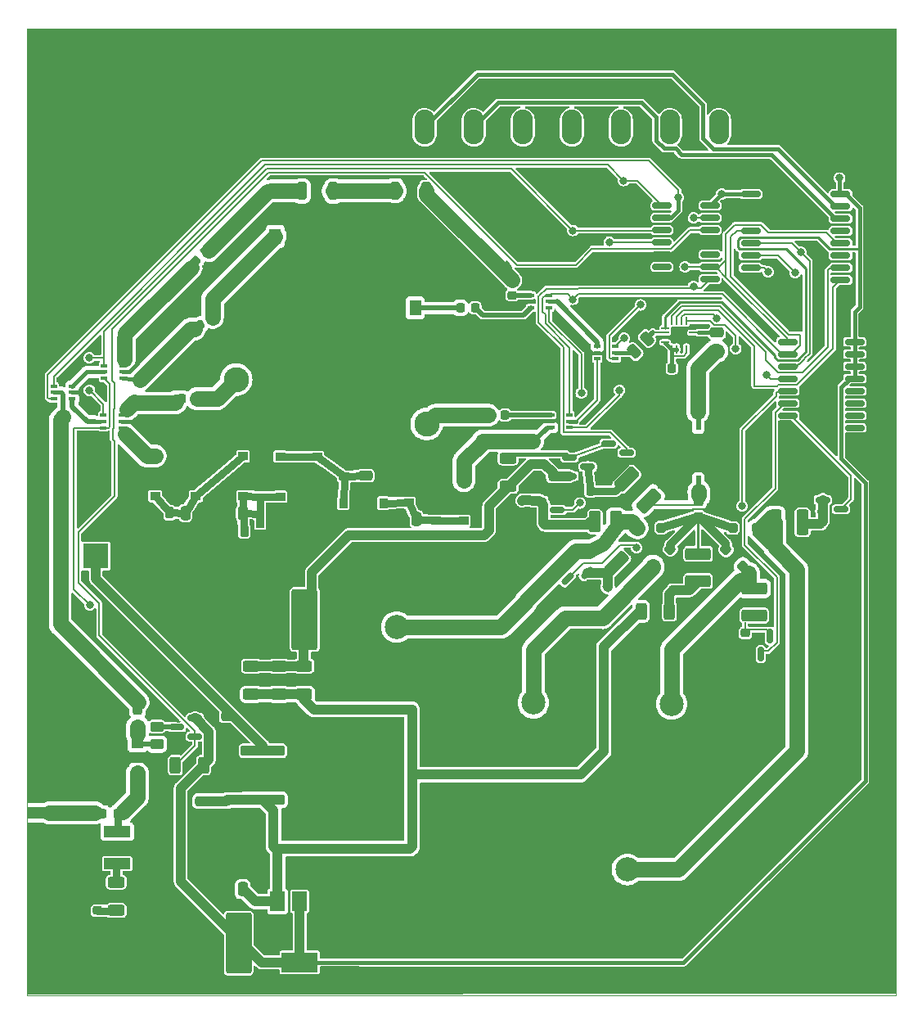
<source format=gbr>
%TF.GenerationSoftware,KiCad,Pcbnew,(7.0.0-0)*%
%TF.CreationDate,2023-05-05T21:57:13+02:00*%
%TF.ProjectId,Filter-forest-v3,46696c74-6572-42d6-966f-726573742d76,rev?*%
%TF.SameCoordinates,Original*%
%TF.FileFunction,Copper,L1,Top*%
%TF.FilePolarity,Positive*%
%FSLAX46Y46*%
G04 Gerber Fmt 4.6, Leading zero omitted, Abs format (unit mm)*
G04 Created by KiCad (PCBNEW (7.0.0-0)) date 2023-05-05 21:57:13*
%MOMM*%
%LPD*%
G01*
G04 APERTURE LIST*
G04 Aperture macros list*
%AMRoundRect*
0 Rectangle with rounded corners*
0 $1 Rounding radius*
0 $2 $3 $4 $5 $6 $7 $8 $9 X,Y pos of 4 corners*
0 Add a 4 corners polygon primitive as box body*
4,1,4,$2,$3,$4,$5,$6,$7,$8,$9,$2,$3,0*
0 Add four circle primitives for the rounded corners*
1,1,$1+$1,$2,$3*
1,1,$1+$1,$4,$5*
1,1,$1+$1,$6,$7*
1,1,$1+$1,$8,$9*
0 Add four rect primitives between the rounded corners*
20,1,$1+$1,$2,$3,$4,$5,0*
20,1,$1+$1,$4,$5,$6,$7,0*
20,1,$1+$1,$6,$7,$8,$9,0*
20,1,$1+$1,$8,$9,$2,$3,0*%
%AMFreePoly0*
4,1,9,3.862500,-0.866500,0.737500,-0.866500,0.737500,-0.450000,-0.737500,-0.450000,-0.737500,0.450000,0.737500,0.450000,0.737500,0.866500,3.862500,0.866500,3.862500,-0.866500,3.862500,-0.866500,$1*%
G04 Aperture macros list end*
%TA.AperFunction,SMDPad,CuDef*%
%ADD10RoundRect,0.250000X-0.375000X-0.850000X0.375000X-0.850000X0.375000X0.850000X-0.375000X0.850000X0*%
%TD*%
%TA.AperFunction,SMDPad,CuDef*%
%ADD11RoundRect,0.250000X-0.600000X-0.600000X0.600000X-0.600000X0.600000X0.600000X-0.600000X0.600000X0*%
%TD*%
%TA.AperFunction,ComponentPad*%
%ADD12C,0.600000*%
%TD*%
%TA.AperFunction,SMDPad,CuDef*%
%ADD13RoundRect,0.062500X-0.062500X-0.337500X0.062500X-0.337500X0.062500X0.337500X-0.062500X0.337500X0*%
%TD*%
%TA.AperFunction,SMDPad,CuDef*%
%ADD14RoundRect,0.062500X-0.337500X-0.062500X0.337500X-0.062500X0.337500X0.062500X-0.337500X0.062500X0*%
%TD*%
%TA.AperFunction,SMDPad,CuDef*%
%ADD15RoundRect,0.250000X-0.475000X0.250000X-0.475000X-0.250000X0.475000X-0.250000X0.475000X0.250000X0*%
%TD*%
%TA.AperFunction,SMDPad,CuDef*%
%ADD16RoundRect,0.250000X0.159099X-0.512652X0.512652X-0.159099X-0.159099X0.512652X-0.512652X0.159099X0*%
%TD*%
%TA.AperFunction,SMDPad,CuDef*%
%ADD17RoundRect,0.225000X-0.225000X-0.250000X0.225000X-0.250000X0.225000X0.250000X-0.225000X0.250000X0*%
%TD*%
%TA.AperFunction,SMDPad,CuDef*%
%ADD18R,2.700000X1.150000*%
%TD*%
%TA.AperFunction,SMDPad,CuDef*%
%ADD19RoundRect,0.250000X-1.025305X-0.494975X-0.494975X-1.025305X1.025305X0.494975X0.494975X1.025305X0*%
%TD*%
%TA.AperFunction,SMDPad,CuDef*%
%ADD20RoundRect,0.250000X-1.075000X0.375000X-1.075000X-0.375000X1.075000X-0.375000X1.075000X0.375000X0*%
%TD*%
%TA.AperFunction,SMDPad,CuDef*%
%ADD21RoundRect,0.250000X0.375000X1.075000X-0.375000X1.075000X-0.375000X-1.075000X0.375000X-1.075000X0*%
%TD*%
%TA.AperFunction,SMDPad,CuDef*%
%ADD22RoundRect,0.250000X1.075000X-0.375000X1.075000X0.375000X-1.075000X0.375000X-1.075000X-0.375000X0*%
%TD*%
%TA.AperFunction,SMDPad,CuDef*%
%ADD23RoundRect,0.250000X0.250000X0.475000X-0.250000X0.475000X-0.250000X-0.475000X0.250000X-0.475000X0*%
%TD*%
%TA.AperFunction,SMDPad,CuDef*%
%ADD24RoundRect,0.250000X-0.250000X-0.475000X0.250000X-0.475000X0.250000X0.475000X-0.250000X0.475000X0*%
%TD*%
%TA.AperFunction,SMDPad,CuDef*%
%ADD25R,0.650000X0.400000*%
%TD*%
%TA.AperFunction,SMDPad,CuDef*%
%ADD26RoundRect,0.250000X0.625000X-0.312500X0.625000X0.312500X-0.625000X0.312500X-0.625000X-0.312500X0*%
%TD*%
%TA.AperFunction,SMDPad,CuDef*%
%ADD27RoundRect,0.150000X-0.825000X-0.150000X0.825000X-0.150000X0.825000X0.150000X-0.825000X0.150000X0*%
%TD*%
%TA.AperFunction,ComponentPad*%
%ADD28R,2.600000X2.600000*%
%TD*%
%TA.AperFunction,ComponentPad*%
%ADD29O,2.600000X2.600000*%
%TD*%
%TA.AperFunction,SMDPad,CuDef*%
%ADD30RoundRect,0.249600X-0.270400X-0.650400X0.270400X-0.650400X0.270400X0.650400X-0.270400X0.650400X0*%
%TD*%
%TA.AperFunction,SMDPad,CuDef*%
%ADD31RoundRect,0.152500X-0.152500X-0.470000X0.152500X-0.470000X0.152500X0.470000X-0.152500X0.470000X0*%
%TD*%
%TA.AperFunction,ComponentPad*%
%ADD32C,0.610000*%
%TD*%
%TA.AperFunction,ComponentPad*%
%ADD33C,2.610000*%
%TD*%
%TA.AperFunction,ComponentPad*%
%ADD34O,1.800000X1.000000*%
%TD*%
%TA.AperFunction,SMDPad,CuDef*%
%ADD35RoundRect,0.250000X-0.625000X0.312500X-0.625000X-0.312500X0.625000X-0.312500X0.625000X0.312500X0*%
%TD*%
%TA.AperFunction,SMDPad,CuDef*%
%ADD36RoundRect,0.150000X0.587500X0.150000X-0.587500X0.150000X-0.587500X-0.150000X0.587500X-0.150000X0*%
%TD*%
%TA.AperFunction,ComponentPad*%
%ADD37C,2.500000*%
%TD*%
%TA.AperFunction,ComponentPad*%
%ADD38C,3.500000*%
%TD*%
%TA.AperFunction,SMDPad,CuDef*%
%ADD39RoundRect,0.150000X-0.309359X-0.521491X0.521491X0.309359X0.309359X0.521491X-0.521491X-0.309359X0*%
%TD*%
%TA.AperFunction,SMDPad,CuDef*%
%ADD40RoundRect,0.225000X0.225000X0.250000X-0.225000X0.250000X-0.225000X-0.250000X0.225000X-0.250000X0*%
%TD*%
%TA.AperFunction,SMDPad,CuDef*%
%ADD41RoundRect,0.225000X0.250000X-0.225000X0.250000X0.225000X-0.250000X0.225000X-0.250000X-0.225000X0*%
%TD*%
%TA.AperFunction,SMDPad,CuDef*%
%ADD42RoundRect,0.218750X0.218750X0.381250X-0.218750X0.381250X-0.218750X-0.381250X0.218750X-0.381250X0*%
%TD*%
%TA.AperFunction,SMDPad,CuDef*%
%ADD43RoundRect,0.250000X0.450000X-0.262500X0.450000X0.262500X-0.450000X0.262500X-0.450000X-0.262500X0*%
%TD*%
%TA.AperFunction,SMDPad,CuDef*%
%ADD44R,1.000000X0.850000*%
%TD*%
%TA.AperFunction,SMDPad,CuDef*%
%ADD45R,0.850000X1.000000*%
%TD*%
%TA.AperFunction,SMDPad,CuDef*%
%ADD46RoundRect,0.250000X0.250000X0.250000X-0.250000X0.250000X-0.250000X-0.250000X0.250000X-0.250000X0*%
%TD*%
%TA.AperFunction,SMDPad,CuDef*%
%ADD47RoundRect,0.225000X-0.250000X0.225000X-0.250000X-0.225000X0.250000X-0.225000X0.250000X0.225000X0*%
%TD*%
%TA.AperFunction,SMDPad,CuDef*%
%ADD48RoundRect,0.250000X0.475000X-0.250000X0.475000X0.250000X-0.475000X0.250000X-0.475000X-0.250000X0*%
%TD*%
%TA.AperFunction,SMDPad,CuDef*%
%ADD49RoundRect,0.250000X-2.050000X-0.300000X2.050000X-0.300000X2.050000X0.300000X-2.050000X0.300000X0*%
%TD*%
%TA.AperFunction,SMDPad,CuDef*%
%ADD50RoundRect,0.250000X-2.025000X-2.375000X2.025000X-2.375000X2.025000X2.375000X-2.025000X2.375000X0*%
%TD*%
%TA.AperFunction,SMDPad,CuDef*%
%ADD51RoundRect,0.250002X-4.449998X-5.149998X4.449998X-5.149998X4.449998X5.149998X-4.449998X5.149998X0*%
%TD*%
%TA.AperFunction,ComponentPad*%
%ADD52C,5.600000*%
%TD*%
%TA.AperFunction,SMDPad,CuDef*%
%ADD53RoundRect,0.250000X0.312500X0.625000X-0.312500X0.625000X-0.312500X-0.625000X0.312500X-0.625000X0*%
%TD*%
%TA.AperFunction,SMDPad,CuDef*%
%ADD54RoundRect,0.250000X1.087500X2.900000X-1.087500X2.900000X-1.087500X-2.900000X1.087500X-2.900000X0*%
%TD*%
%TA.AperFunction,SMDPad,CuDef*%
%ADD55RoundRect,0.250000X0.000000X-0.353553X0.353553X0.000000X0.000000X0.353553X-0.353553X0.000000X0*%
%TD*%
%TA.AperFunction,SMDPad,CuDef*%
%ADD56RoundRect,0.225000X0.017678X-0.335876X0.335876X-0.017678X-0.017678X0.335876X-0.335876X0.017678X0*%
%TD*%
%TA.AperFunction,SMDPad,CuDef*%
%ADD57R,0.510000X1.020000*%
%TD*%
%TA.AperFunction,SMDPad,CuDef*%
%ADD58R,4.200000X4.020000*%
%TD*%
%TA.AperFunction,SMDPad,CuDef*%
%ADD59RoundRect,0.150000X-0.587500X-0.150000X0.587500X-0.150000X0.587500X0.150000X-0.587500X0.150000X0*%
%TD*%
%TA.AperFunction,SMDPad,CuDef*%
%ADD60RoundRect,0.218750X0.381250X-0.218750X0.381250X0.218750X-0.381250X0.218750X-0.381250X-0.218750X0*%
%TD*%
%TA.AperFunction,SMDPad,CuDef*%
%ADD61R,3.600000X1.270000*%
%TD*%
%TA.AperFunction,SMDPad,CuDef*%
%ADD62R,4.200000X1.350000*%
%TD*%
%TA.AperFunction,SMDPad,CuDef*%
%ADD63RoundRect,0.250000X-1.069499X-0.486136X-0.486136X-1.069499X1.069499X0.486136X0.486136X1.069499X0*%
%TD*%
%TA.AperFunction,SMDPad,CuDef*%
%ADD64RoundRect,0.225000X-0.069856X-0.329006X0.319856X-0.104006X0.069856X0.329006X-0.319856X0.104006X0*%
%TD*%
%TA.AperFunction,SMDPad,CuDef*%
%ADD65R,1.200000X1.600000*%
%TD*%
%TA.AperFunction,SMDPad,CuDef*%
%ADD66RoundRect,0.250000X-0.250000X-0.250000X0.250000X-0.250000X0.250000X0.250000X-0.250000X0.250000X0*%
%TD*%
%TA.AperFunction,SMDPad,CuDef*%
%ADD67RoundRect,0.150000X0.150000X-0.587500X0.150000X0.587500X-0.150000X0.587500X-0.150000X-0.587500X0*%
%TD*%
%TA.AperFunction,ComponentPad*%
%ADD68RoundRect,0.249999X0.790001X1.550001X-0.790001X1.550001X-0.790001X-1.550001X0.790001X-1.550001X0*%
%TD*%
%TA.AperFunction,ComponentPad*%
%ADD69O,2.080000X3.600000*%
%TD*%
%TA.AperFunction,SMDPad,CuDef*%
%ADD70RoundRect,0.250000X0.353553X0.000000X0.000000X0.353553X-0.353553X0.000000X0.000000X-0.353553X0*%
%TD*%
%TA.AperFunction,SMDPad,CuDef*%
%ADD71RoundRect,0.150000X-0.875000X-0.150000X0.875000X-0.150000X0.875000X0.150000X-0.875000X0.150000X0*%
%TD*%
%TA.AperFunction,SMDPad,CuDef*%
%ADD72RoundRect,0.150000X-0.837500X-0.150000X0.837500X-0.150000X0.837500X0.150000X-0.837500X0.150000X0*%
%TD*%
%TA.AperFunction,SMDPad,CuDef*%
%ADD73R,1.300000X0.900000*%
%TD*%
%TA.AperFunction,SMDPad,CuDef*%
%ADD74FreePoly0,180.000000*%
%TD*%
%TA.AperFunction,SMDPad,CuDef*%
%ADD75R,1.500000X2.000000*%
%TD*%
%TA.AperFunction,SMDPad,CuDef*%
%ADD76R,3.800000X2.000000*%
%TD*%
%TA.AperFunction,ViaPad*%
%ADD77C,0.800000*%
%TD*%
%TA.AperFunction,Conductor*%
%ADD78C,1.000000*%
%TD*%
%TA.AperFunction,Conductor*%
%ADD79C,0.250000*%
%TD*%
%TA.AperFunction,Conductor*%
%ADD80C,0.200000*%
%TD*%
%TA.AperFunction,Conductor*%
%ADD81C,1.600000*%
%TD*%
%TA.AperFunction,Conductor*%
%ADD82C,0.500000*%
%TD*%
%TA.AperFunction,Conductor*%
%ADD83C,0.400000*%
%TD*%
%TA.AperFunction,Conductor*%
%ADD84C,0.800000*%
%TD*%
%TA.AperFunction,Conductor*%
%ADD85C,0.450000*%
%TD*%
%TA.AperFunction,Conductor*%
%ADD86C,1.400000*%
%TD*%
%TA.AperFunction,Conductor*%
%ADD87C,0.850000*%
%TD*%
%TA.AperFunction,Profile*%
%ADD88C,0.100000*%
%TD*%
G04 APERTURE END LIST*
D10*
%TO.P,L116,1,1*%
%TO.N,Net-(Q102-D)*%
X135032500Y-81000000D03*
%TO.P,L116,2,2*%
%TO.N,/RFOUT23*%
X137182500Y-81000000D03*
%TD*%
D11*
%TO.P,U106,17,GND*%
%TO.N,GND*%
X143750000Y-61690000D03*
D12*
X143750000Y-61690000D03*
X144300000Y-61690000D03*
X143200000Y-61690000D03*
X143750000Y-61140000D03*
X143750000Y-62240000D03*
X144300000Y-62240000D03*
X143200000Y-61140000D03*
X143200000Y-62240000D03*
X144300000Y-61140000D03*
D13*
%TO.P,U106,16,V4*%
%TO.N,Net-(U101-P5)*%
X143000000Y-60240000D03*
%TO.P,U106,15,V3*%
%TO.N,Net-(U101-P4)*%
X143500000Y-60240000D03*
%TO.P,U106,14,V2*%
%TO.N,Net-(U101-P3)*%
X144000000Y-60240000D03*
%TO.P,U106,13,V1*%
%TO.N,Net-(U101-P2)*%
X144500000Y-60240000D03*
D14*
%TO.P,U106,12,NC*%
%TO.N,GND*%
X145200000Y-60940000D03*
%TO.P,U106,11,RF2*%
%TO.N,Net-(U106-RF2)*%
X145200000Y-61440000D03*
%TO.P,U106,10,NC*%
%TO.N,GND*%
X145200000Y-61940000D03*
%TO.P,U106,9,NC*%
X145200000Y-62440000D03*
D13*
%TO.P,U106,8,RFGND4*%
%TO.N,Net-(U106-RFGND1)*%
X144500000Y-63140000D03*
%TO.P,U106,7,NC*%
%TO.N,GND*%
X144000000Y-63140000D03*
%TO.P,U106,6,RFGND3*%
%TO.N,Net-(U106-RFGND1)*%
X143500000Y-63140000D03*
%TO.P,U106,5,RFGND2*%
X143000000Y-63140000D03*
D14*
%TO.P,U106,4,RFGND1*%
X142300000Y-62440000D03*
%TO.P,U106,3,NC*%
%TO.N,GND*%
X142300000Y-61940000D03*
%TO.P,U106,2,RF1*%
%TO.N,Net-(U106-RF1)*%
X142300000Y-61440000D03*
%TO.P,U106,1,VDD*%
%TO.N,VDD*%
X142300000Y-60940000D03*
%TD*%
D15*
%TO.P,C119,1*%
%TO.N,Net-(U106-RF2)*%
X147640000Y-61440000D03*
%TO.P,C119,2*%
%TO.N,RF_Filtered*%
X147640000Y-63340000D03*
%TD*%
D16*
%TO.P,C118,1*%
%TO.N,Net-(U114-J1)*%
X139078249Y-63381751D03*
%TO.P,C118,2*%
%TO.N,Net-(U106-RF1)*%
X140421751Y-62038249D03*
%TD*%
D17*
%TO.P,C117,1*%
%TO.N,GND*%
X141435000Y-65100000D03*
%TO.P,C117,2*%
%TO.N,Net-(U106-RFGND1)*%
X142985000Y-65100000D03*
%TD*%
D18*
%TO.P,L111,2,2*%
%TO.N,Net-(L111-Pad2)*%
X85579999Y-116349999D03*
%TO.P,L111,1,1*%
%TO.N,Net-(C129-Pad2)*%
X85579999Y-113049999D03*
%TD*%
D19*
%TO.P,L119,1,1*%
%TO.N,Net-(Q105-D)*%
X137300051Y-85290051D03*
%TO.P,L119,2,2*%
%TO.N,/RFOUT2*%
X139279949Y-87269949D03*
%TD*%
D20*
%TO.P,L105,1,1*%
%TO.N,Net-(D104-A)*%
X145710000Y-84317500D03*
%TO.P,L105,2,2*%
%TO.N,Net-(C141-Pad2)*%
X145710000Y-87117500D03*
%TD*%
D21*
%TO.P,L121,1,1*%
%TO.N,Net-(Q108-D)*%
X156500000Y-81050000D03*
%TO.P,L121,2,2*%
%TO.N,/RFOUT6*%
X153700000Y-81050000D03*
%TD*%
D22*
%TO.P,L120,1,1*%
%TO.N,Net-(Q107-D)*%
X151520000Y-90702500D03*
%TO.P,L120,2,2*%
%TO.N,/RFOUT70*%
X151520000Y-87902500D03*
%TD*%
D23*
%TO.P,C109,1*%
%TO.N,Net-(C103-Pad1)*%
X98580000Y-80100000D03*
%TO.P,C109,2*%
%TO.N,GND*%
X96680000Y-80100000D03*
%TD*%
D24*
%TO.P,C107,1*%
%TO.N,Net-(C102-Pad1)*%
X92640000Y-80090000D03*
%TO.P,C107,2*%
%TO.N,GND*%
X94540000Y-80090000D03*
%TD*%
D25*
%TO.P,U107,1,J3*%
%TO.N,Net-(U107-J3)*%
X86119999Y-66149999D03*
%TO.P,U107,2,GND*%
%TO.N,GND*%
X86119999Y-65499999D03*
%TO.P,U107,3,J2*%
%TO.N,Net-(U107-J2)*%
X86119999Y-64849999D03*
%TO.P,U107,4,V1*%
%TO.N,VC1*%
X84219999Y-64849999D03*
%TO.P,U107,5,J1*%
%TO.N,Net-(U104-J2)*%
X84219999Y-65499999D03*
%TO.P,U107,6,V2*%
%TO.N,VC1_L*%
X84219999Y-66149999D03*
%TD*%
D26*
%TO.P,R106,1*%
%TO.N,+11V*%
X126040000Y-77322500D03*
%TO.P,R106,2*%
%TO.N,Net-(Q104-G)*%
X126040000Y-74397500D03*
%TD*%
D27*
%TO.P,U105,1*%
%TO.N,VC2*%
X141975000Y-48280000D03*
%TO.P,U105,2*%
%TO.N,VC2_L*%
X141975000Y-49550000D03*
%TO.P,U105,3*%
%TO.N,VC1*%
X141975000Y-50820000D03*
%TO.P,U105,4*%
%TO.N,VC1_L*%
X141975000Y-52090000D03*
%TO.P,U105,5*%
%TO.N,GND*%
X141975000Y-53360000D03*
%TO.P,U105,6*%
%TO.N,unconnected-(U105-Pad6)*%
X141975000Y-54630000D03*
%TO.P,U105,7,GND*%
%TO.N,GND*%
X141975000Y-55900000D03*
%TO.P,U105,8*%
%TO.N,Net-(Q110-G)*%
X146925000Y-55900000D03*
%TO.P,U105,9*%
%TO.N,/TXEN_L*%
X146925000Y-54630000D03*
%TO.P,U105,10*%
%TO.N,unconnected-(U105-Pad10)*%
X146925000Y-53360000D03*
%TO.P,U105,11*%
%TO.N,GND*%
X146925000Y-52090000D03*
%TO.P,U105,12*%
%TO.N,Net-(Q101-G)*%
X146925000Y-50820000D03*
%TO.P,U105,13*%
%TO.N,Net-(Q110-G)*%
X146925000Y-49550000D03*
%TO.P,U105,14,VCC*%
%TO.N,VDD*%
X146925000Y-48280000D03*
%TD*%
D28*
%TO.P,D108,1,K*%
%TO.N,/+15V*%
X83369999Y-84549999D03*
D29*
%TO.P,D108,2,A*%
%TO.N,GND*%
X83369999Y-99789999D03*
%TD*%
D30*
%TO.P,FL104,1,IN*%
%TO.N,Net-(FL104-IN)*%
X104700000Y-46790000D03*
D31*
%TO.P,FL104,2,GND*%
%TO.N,GND*%
X106325000Y-47717500D03*
D32*
X106325000Y-47895000D03*
D30*
%TO.P,FL104,3,OUT*%
%TO.N,Net-(FL104-OUT)*%
X107950000Y-46790000D03*
D32*
%TO.P,FL104,4,GND*%
%TO.N,GND*%
X106325000Y-45685000D03*
D31*
X106325000Y-45862500D03*
%TD*%
D33*
%TO.P,FL101,1,IN-*%
%TO.N,GND*%
X97903520Y-70886160D03*
%TO.P,FL101,2,OUT+*%
%TO.N,Net-(FL101-OUT+)*%
X117610000Y-70880000D03*
%TO.P,FL101,3,OUT-*%
%TO.N,GND*%
X117610000Y-66280000D03*
%TO.P,FL101,5,IN+*%
%TO.N,Net-(FL101-IN+)*%
X97903520Y-66286160D03*
D34*
%TO.P,FL101,GND,MID-*%
%TO.N,GND*%
X100119999Y-64889999D03*
X100219999Y-72289999D03*
D33*
X105420000Y-66290000D03*
D34*
X107619999Y-64889999D03*
X107719999Y-72289999D03*
X115119999Y-64889999D03*
X115219999Y-72289999D03*
%TD*%
D35*
%TO.P,R107,1*%
%TO.N,+11V*%
X104900000Y-95927500D03*
%TO.P,R107,2*%
%TO.N,+12V*%
X104900000Y-98852500D03*
%TD*%
D36*
%TO.P,Q108,1,G*%
%TO.N,Net-(Q108-G)*%
X160477500Y-79680000D03*
%TO.P,Q108,2,S*%
%TO.N,GND*%
X160477500Y-77780000D03*
%TO.P,Q108,3,D*%
%TO.N,Net-(Q108-D)*%
X158602500Y-78730000D03*
%TD*%
D37*
%TO.P,J108,1,In*%
%TO.N,/RFOUT2*%
X128660000Y-99710000D03*
D38*
%TO.P,J108,2,Ext*%
%TO.N,GND*%
X124260000Y-95410000D03*
X124360000Y-103910000D03*
X132960000Y-95410000D03*
X132960000Y-104010000D03*
%TD*%
D39*
%TO.P,Q105,1,G*%
%TO.N,Net-(Q105-G)*%
X132225336Y-86921161D03*
%TO.P,Q105,2,S*%
%TO.N,GND*%
X133568839Y-88264664D03*
%TO.P,Q105,3,D*%
%TO.N,Net-(Q105-D)*%
X134222913Y-86267087D03*
%TD*%
D40*
%TO.P,C150,1*%
%TO.N,+11V*%
X130652500Y-76290000D03*
%TO.P,C150,2*%
%TO.N,GND*%
X129102500Y-76290000D03*
%TD*%
D35*
%TO.P,R108,1*%
%TO.N,+11V*%
X102300000Y-95927500D03*
%TO.P,R108,2*%
%TO.N,+12V*%
X102300000Y-98852500D03*
%TD*%
D41*
%TO.P,C137,1*%
%TO.N,Net-(C137-Pad1)*%
X83500000Y-121215000D03*
%TO.P,C137,2*%
%TO.N,GND*%
X83500000Y-119665000D03*
%TD*%
D42*
%TO.P,L102,1*%
%TO.N,Net-(C103-Pad1)*%
X98732500Y-81960000D03*
%TO.P,L102,2*%
%TO.N,GND*%
X96607500Y-81960000D03*
%TD*%
D43*
%TO.P,L112,1,1*%
%TO.N,/RF1*%
X89680000Y-104002500D03*
%TO.P,L112,2,2*%
%TO.N,Net-(Q101-D)*%
X89680000Y-102177500D03*
%TD*%
D44*
%TO.P,C102,1*%
%TO.N,Net-(C102-Pad1)*%
X89509999Y-78344999D03*
%TO.P,C102,2*%
%TO.N,Net-(U108-J3)*%
X89509999Y-74194999D03*
%TD*%
D23*
%TO.P,C113,1*%
%TO.N,Net-(C105-Pad1)*%
X116560000Y-80700000D03*
%TO.P,C113,2*%
%TO.N,GND*%
X114660000Y-80700000D03*
%TD*%
D44*
%TO.P,C104,1*%
%TO.N,Net-(C104-Pad1)*%
X102459999Y-74254999D03*
%TO.P,C104,2*%
%TO.N,Net-(C103-Pad1)*%
X102459999Y-78404999D03*
%TD*%
D25*
%TO.P,U115,1,J3*%
%TO.N,Net-(U115-J3)*%
X128389999Y-57569999D03*
%TO.P,U115,2,GND*%
%TO.N,GND*%
X128389999Y-58219999D03*
%TO.P,U115,3,J2*%
%TO.N,Net-(U115-J2)*%
X128389999Y-58869999D03*
%TO.P,U115,4,V1*%
%TO.N,VC1_L*%
X130289999Y-58869999D03*
%TO.P,U115,5,J1*%
%TO.N,Net-(U114-J3)*%
X130289999Y-58219999D03*
%TO.P,U115,6,V2*%
%TO.N,VC1*%
X130289999Y-57569999D03*
%TD*%
D41*
%TO.P,C153,1*%
%TO.N,GND*%
X96837500Y-111445000D03*
%TO.P,C153,2*%
%TO.N,+12V*%
X96837500Y-109895000D03*
%TD*%
D45*
%TO.P,C105,1*%
%TO.N,Net-(C105-Pad1)*%
X113124999Y-79059999D03*
%TO.P,C105,2*%
%TO.N,Net-(C104-Pad1)*%
X108974999Y-79059999D03*
%TD*%
D17*
%TO.P,C129,1*%
%TO.N,Net-(J102-In)*%
X84070000Y-111160000D03*
%TO.P,C129,2*%
%TO.N,Net-(C129-Pad2)*%
X85620000Y-111160000D03*
%TD*%
D46*
%TO.P,D109,1,K*%
%TO.N,/RFOUT6*%
X151780000Y-81620000D03*
%TO.P,D109,2,A*%
%TO.N,Net-(D104-A)*%
X149280000Y-81620000D03*
%TD*%
D37*
%TO.P,J106,1,In*%
%TO.N,/RFOUT23*%
X114510000Y-91880000D03*
D38*
%TO.P,J106,2,Ext*%
%TO.N,GND*%
X110110000Y-87580000D03*
X110210000Y-96080000D03*
X118810000Y-87580000D03*
X118810000Y-96180000D03*
%TD*%
D35*
%TO.P,R105,1*%
%TO.N,+11V*%
X99470000Y-95927500D03*
%TO.P,R105,2*%
%TO.N,+12V*%
X99470000Y-98852500D03*
%TD*%
D47*
%TO.P,C143,1*%
%TO.N,Net-(U109-RF_OUT)*%
X145750000Y-78895000D03*
%TO.P,C143,2*%
%TO.N,Net-(D104-A)*%
X145750000Y-80445000D03*
%TD*%
D36*
%TO.P,Q110,1,G*%
%TO.N,Net-(Q110-G)*%
X138297500Y-73860000D03*
%TO.P,Q110,2,S*%
%TO.N,GND*%
X138297500Y-71960000D03*
%TO.P,Q110,3,D*%
%TO.N,Net-(Q104-G)*%
X136422500Y-72910000D03*
%TD*%
D35*
%TO.P,R102,1*%
%TO.N,Net-(L111-Pad2)*%
X85480000Y-118267500D03*
%TO.P,R102,2*%
%TO.N,Net-(C137-Pad1)*%
X85480000Y-121192500D03*
%TD*%
D17*
%TO.P,C115,1*%
%TO.N,Net-(FL109-OUT)*%
X121085000Y-58870000D03*
%TO.P,C115,2*%
%TO.N,Net-(U115-J2)*%
X122635000Y-58870000D03*
%TD*%
D48*
%TO.P,C111,1*%
%TO.N,Net-(C104-Pad1)*%
X111290000Y-76220000D03*
%TO.P,C111,2*%
%TO.N,GND*%
X111290000Y-74320000D03*
%TD*%
D49*
%TO.P,U112,1,IN*%
%TO.N,/+15V*%
X100670000Y-104690000D03*
D50*
%TO.P,U112,2,GND*%
%TO.N,GND*%
X107395000Y-104455000D03*
X107395000Y-110005000D03*
D51*
X109820000Y-107230000D03*
D50*
X112245000Y-104455000D03*
X112245000Y-110005000D03*
D49*
%TO.P,U112,3,OUT*%
%TO.N,+12V*%
X100670000Y-109770000D03*
%TD*%
D44*
%TO.P,C106,1*%
%TO.N,Net-(U113-J2)*%
X121459999Y-76744999D03*
%TO.P,C106,2*%
%TO.N,Net-(C105-Pad1)*%
X121459999Y-80894999D03*
%TD*%
D23*
%TO.P,C152,1*%
%TO.N,+12V*%
X98572500Y-119000000D03*
%TO.P,C152,2*%
%TO.N,GND*%
X96672500Y-119000000D03*
%TD*%
D36*
%TO.P,Q102,1,G*%
%TO.N,Net-(Q102-G)*%
X131147500Y-79760000D03*
%TO.P,Q102,2,S*%
%TO.N,GND*%
X131147500Y-77860000D03*
%TO.P,Q102,3,D*%
%TO.N,Net-(Q102-D)*%
X129272500Y-78810000D03*
%TD*%
D17*
%TO.P,C131,1*%
%TO.N,Net-(U108-J2)*%
X92275000Y-68250000D03*
%TO.P,C131,2*%
%TO.N,Net-(FL101-IN+)*%
X93825000Y-68250000D03*
%TD*%
D30*
%TO.P,FL105,1,IN*%
%TO.N,Net-(FL104-OUT)*%
X114350000Y-46740000D03*
D31*
%TO.P,FL105,2,GND*%
%TO.N,GND*%
X115975000Y-47667500D03*
D32*
X115975000Y-47845000D03*
D30*
%TO.P,FL105,3,OUT*%
%TO.N,Net-(FL105-OUT)*%
X117600000Y-46740000D03*
D32*
%TO.P,FL105,4,GND*%
%TO.N,GND*%
X115975000Y-45635000D03*
D31*
X115975000Y-45812500D03*
%TD*%
D52*
%TO.P,H102,1,1*%
%TO.N,GND*%
X162248804Y-33504383D03*
%TD*%
D41*
%TO.P,C157,1*%
%TO.N,GND*%
X150610000Y-94047500D03*
%TO.P,C157,2*%
%TO.N,Net-(Q107-D)*%
X150610000Y-92497500D03*
%TD*%
D25*
%TO.P,U104,1,J3*%
%TO.N,Net-(U104-J3)*%
X80929999Y-68269999D03*
%TO.P,U104,2,GND*%
%TO.N,GND*%
X80929999Y-67619999D03*
%TO.P,U104,3,J2*%
%TO.N,Net-(U104-J2)*%
X80929999Y-66969999D03*
%TO.P,U104,4,V1*%
%TO.N,VC2*%
X79029999Y-66969999D03*
%TO.P,U104,5,J1*%
%TO.N,/RFCIN*%
X79029999Y-67619999D03*
%TO.P,U104,6,V2*%
%TO.N,VC2_L*%
X79029999Y-68269999D03*
%TD*%
D44*
%TO.P,C112,1*%
%TO.N,Net-(C104-Pad1)*%
X106279999Y-74264999D03*
%TO.P,C112,2*%
%TO.N,GND*%
X106279999Y-78414999D03*
%TD*%
D37*
%TO.P,J110,1,In*%
%TO.N,/RFOUT6*%
X138380000Y-116960000D03*
D38*
%TO.P,J110,2,Ext*%
%TO.N,GND*%
X133980000Y-112660000D03*
X134080000Y-121160000D03*
X142680000Y-112660000D03*
X142680000Y-121260000D03*
%TD*%
D53*
%TO.P,R104,1*%
%TO.N,Net-(C141-Pad2)*%
X142732500Y-90240000D03*
%TO.P,R104,2*%
%TO.N,+12V*%
X139807500Y-90240000D03*
%TD*%
D52*
%TO.P,H104,1,1*%
%TO.N,GND*%
X79748804Y-33504383D03*
%TD*%
D25*
%TO.P,U114,1,J3*%
%TO.N,Net-(U114-J3)*%
X135259999Y-62849999D03*
%TO.P,U114,2,GND*%
%TO.N,GND*%
X135259999Y-63499999D03*
%TO.P,U114,3,J2*%
%TO.N,Net-(U113-J1)*%
X135259999Y-64149999D03*
%TO.P,U114,4,V1*%
%TO.N,VC2_L*%
X137159999Y-64149999D03*
%TO.P,U114,5,J1*%
%TO.N,Net-(U114-J1)*%
X137159999Y-63499999D03*
%TO.P,U114,6,V2*%
%TO.N,VC2*%
X137159999Y-62849999D03*
%TD*%
D54*
%TO.P,C151,1*%
%TO.N,VDD*%
X98152500Y-124580000D03*
%TO.P,C151,2*%
%TO.N,GND*%
X92277500Y-124580000D03*
%TD*%
%TO.P,C154,1*%
%TO.N,+11V*%
X104992500Y-91110000D03*
%TO.P,C154,2*%
%TO.N,GND*%
X99117500Y-91110000D03*
%TD*%
D55*
%TO.P,D106,1,K*%
%TO.N,/RFOUT2*%
X141046117Y-85588883D03*
%TO.P,D106,2,A*%
%TO.N,Net-(D104-A)*%
X142813883Y-83821117D03*
%TD*%
D56*
%TO.P,C149,1*%
%TO.N,GND*%
X135251992Y-88838008D03*
%TO.P,C149,2*%
%TO.N,Net-(Q105-D)*%
X136348008Y-87741992D03*
%TD*%
D12*
%TO.P,U109,EP,EP*%
%TO.N,GND*%
X147987500Y-67510800D03*
X143725000Y-67510800D03*
X147412500Y-68294000D03*
X143925000Y-68294000D03*
X147987500Y-69077200D03*
X143725000Y-69077200D03*
X142950000Y-69860400D03*
X147412500Y-69870000D03*
X143925000Y-69870000D03*
X148375000Y-70252000D03*
X141787500Y-70252000D03*
X148375000Y-71035200D03*
X141787500Y-71035200D03*
X149150000Y-71426800D03*
X148375000Y-71818400D03*
X141787500Y-71818400D03*
X143327500Y-72200000D03*
X149150000Y-72210000D03*
X146437500Y-72210000D03*
X145662500Y-72210000D03*
X144887500Y-72210000D03*
X144112500Y-72210000D03*
X148375000Y-72601600D03*
X141787500Y-72601600D03*
X146825000Y-72860000D03*
X146050000Y-72860000D03*
X145275000Y-72860000D03*
X144500000Y-72860000D03*
X143725000Y-72885000D03*
X149150000Y-72993200D03*
X148375000Y-73384800D03*
X141787500Y-73384800D03*
X146437500Y-73510000D03*
X145662500Y-73510000D03*
X144887500Y-73510000D03*
X144112500Y-73510000D03*
X143337500Y-73510000D03*
X149150000Y-73776400D03*
X146825000Y-74160000D03*
X146050000Y-74160000D03*
X145275000Y-74160000D03*
X144500000Y-74160000D03*
X143725000Y-74160000D03*
X148375000Y-74168000D03*
X141787500Y-74168000D03*
X149150000Y-74559600D03*
X146437500Y-74810000D03*
X145662500Y-74810000D03*
X144887500Y-74810000D03*
X144112500Y-74810000D03*
X143337500Y-74810000D03*
X148375000Y-74951200D03*
X141787500Y-74951200D03*
X149150000Y-75342800D03*
X146825000Y-75460000D03*
X146050000Y-75460000D03*
X145275000Y-75460000D03*
X144500000Y-75460000D03*
X143725000Y-75460000D03*
X148375000Y-75734400D03*
X141787500Y-75734400D03*
X149150000Y-76126000D03*
X148375000Y-76517600D03*
X141787500Y-76517600D03*
X149150000Y-76909200D03*
X148375000Y-77300800D03*
X141787500Y-77300800D03*
X144312500Y-77692400D03*
X142950000Y-77692400D03*
X143725000Y-78475600D03*
D57*
%TO.P,U109,GND,GND*%
X146992499Y-71104999D03*
X144452499Y-71104999D03*
X143182499Y-71104999D03*
D58*
X145087499Y-73859999D03*
D57*
X146992499Y-76614999D03*
X144452499Y-76614999D03*
X143182499Y-76614999D03*
%TO.P,U109,IN,RF_IN*%
%TO.N,RF_Filtered*%
X145727499Y-70979999D03*
%TO.P,U109,OUT,RF_OUT*%
%TO.N,Net-(U109-RF_OUT)*%
X145727499Y-76759999D03*
%TD*%
D42*
%TO.P,L101,1*%
%TO.N,Net-(C102-Pad1)*%
X91012500Y-80050000D03*
%TO.P,L101,2*%
%TO.N,GND*%
X88887500Y-80050000D03*
%TD*%
D40*
%TO.P,C158,1*%
%TO.N,GND*%
X159855000Y-81220000D03*
%TO.P,C158,2*%
%TO.N,Net-(Q108-D)*%
X158305000Y-81220000D03*
%TD*%
D25*
%TO.P,U113,1,J3*%
%TO.N,Net-(U113-J3)*%
X130489999Y-69949999D03*
%TO.P,U113,2,GND*%
%TO.N,GND*%
X130489999Y-70599999D03*
%TO.P,U113,3,J2*%
%TO.N,Net-(U113-J2)*%
X130489999Y-71249999D03*
%TO.P,U113,4,V1*%
%TO.N,VC1_L*%
X132389999Y-71249999D03*
%TO.P,U113,5,J1*%
%TO.N,Net-(U113-J1)*%
X132389999Y-70599999D03*
%TO.P,U113,6,V2*%
%TO.N,VC1*%
X132389999Y-69949999D03*
%TD*%
D59*
%TO.P,Q104,1,G*%
%TO.N,Net-(Q104-G)*%
X132410000Y-74370000D03*
%TO.P,Q104,2,S*%
%TO.N,+11V*%
X132410000Y-76270000D03*
%TO.P,Q104,3,D*%
%TO.N,Net-(Q104-D)*%
X134285000Y-75320000D03*
%TD*%
D17*
%TO.P,C144,1*%
%TO.N,GND*%
X128355000Y-81320000D03*
%TO.P,C144,2*%
%TO.N,Net-(Q102-D)*%
X129905000Y-81320000D03*
%TD*%
D60*
%TO.P,L103,1*%
%TO.N,Net-(C104-Pad1)*%
X109140000Y-76332500D03*
%TO.P,L103,2*%
%TO.N,GND*%
X109140000Y-74207500D03*
%TD*%
D47*
%TO.P,C116,1*%
%TO.N,Net-(FL105-OUT)*%
X126480000Y-56015000D03*
%TO.P,C116,2*%
%TO.N,Net-(U115-J3)*%
X126480000Y-57565000D03*
%TD*%
D37*
%TO.P,J109,1,In*%
%TO.N,/RFOUT70*%
X142970000Y-99840000D03*
D38*
%TO.P,J109,2,Ext*%
%TO.N,GND*%
X138570000Y-95540000D03*
X138670000Y-104040000D03*
X147270000Y-95540000D03*
X147270000Y-104140000D03*
%TD*%
D25*
%TO.P,U108,1,J3*%
%TO.N,Net-(U108-J3)*%
X86059999Y-71269999D03*
%TO.P,U108,2,GND*%
%TO.N,GND*%
X86059999Y-70619999D03*
%TO.P,U108,3,J2*%
%TO.N,Net-(U108-J2)*%
X86059999Y-69969999D03*
%TO.P,U108,4,V1*%
%TO.N,VC1*%
X84159999Y-69969999D03*
%TO.P,U108,5,J1*%
%TO.N,Net-(U104-J3)*%
X84159999Y-70619999D03*
%TO.P,U108,6,V2*%
%TO.N,VC1_L*%
X84159999Y-71269999D03*
%TD*%
D44*
%TO.P,C103,1*%
%TO.N,Net-(C103-Pad1)*%
X98599999Y-78374999D03*
%TO.P,C103,2*%
%TO.N,Net-(C102-Pad1)*%
X98599999Y-74224999D03*
%TD*%
D61*
%TO.P,J102,1,In*%
%TO.N,Net-(J102-In)*%
X78132499Y-111079999D03*
D62*
%TO.P,J102,2,Ext*%
%TO.N,GND*%
X78332499Y-108254999D03*
X78332499Y-113904999D03*
%TD*%
D63*
%TO.P,L117,1,1*%
%TO.N,Net-(Q104-D)*%
X138345146Y-76595146D03*
%TO.P,L117,2,2*%
%TO.N,Net-(U109-RF_OUT)*%
X140554854Y-78804854D03*
%TD*%
D64*
%TO.P,C133,1*%
%TO.N,Net-(U107-J3)*%
X94098830Y-60637500D03*
%TO.P,C133,2*%
%TO.N,Net-(FL109-IN)*%
X95441170Y-59862500D03*
%TD*%
D65*
%TO.P,FL109,1,IN*%
%TO.N,Net-(FL109-IN)*%
X101939999Y-51459999D03*
X101939999Y-51459999D03*
%TO.P,FL109,2,GND*%
%TO.N,GND*%
X101939999Y-58859999D03*
X101939999Y-58859999D03*
%TO.P,FL109,7,OUT*%
%TO.N,Net-(FL109-OUT)*%
X116439999Y-58859999D03*
%TO.P,FL109,8,GND*%
%TO.N,GND*%
X116439999Y-51459999D03*
%TO.P,FL109,GND,GND*%
X105139999Y-51459999D03*
X105139999Y-58859999D03*
X107589999Y-51459999D03*
X107589999Y-58859999D03*
X110789999Y-51459999D03*
X110789999Y-58859999D03*
X113239999Y-51459999D03*
X113239999Y-58859999D03*
%TD*%
D66*
%TO.P,D104,1,K*%
%TO.N,/RFOUT23*%
X139390000Y-81605000D03*
%TO.P,D104,2,A*%
%TO.N,Net-(D104-A)*%
X141890000Y-81605000D03*
%TD*%
D48*
%TO.P,C155,1*%
%TO.N,GND*%
X94357500Y-111780000D03*
%TO.P,C155,2*%
%TO.N,+12V*%
X94357500Y-109880000D03*
%TD*%
%TO.P,C156,1*%
%TO.N,GND*%
X97050000Y-103020000D03*
%TO.P,C156,2*%
%TO.N,/+15V*%
X97050000Y-101120000D03*
%TD*%
D67*
%TO.P,Q107,1,G*%
%TO.N,Net-(Q107-G)*%
X152190000Y-94682500D03*
%TO.P,Q107,2,S*%
%TO.N,GND*%
X154090000Y-94682500D03*
%TO.P,Q107,3,D*%
%TO.N,Net-(Q107-D)*%
X153140000Y-92807500D03*
%TD*%
D68*
%TO.P,J112,1,Pin_1*%
%TO.N,GND*%
X152950000Y-40190000D03*
D69*
%TO.P,J112,2,Pin_2*%
%TO.N,/+15V*%
X147869999Y-40189999D03*
%TO.P,J112,3,Pin_3*%
%TO.N,unconnected-(J112-Pin_3-Pad3)*%
X142789999Y-40189999D03*
%TO.P,J112,4,Pin_4*%
%TO.N,/TXEN_L*%
X137709999Y-40189999D03*
%TO.P,J112,5,Pin_5*%
%TO.N,VC2*%
X132629999Y-40189999D03*
%TO.P,J112,6,Pin_6*%
%TO.N,VC1*%
X127549999Y-40189999D03*
%TO.P,J112,7,Pin_7*%
%TO.N,/SCL*%
X122469999Y-40189999D03*
%TO.P,J112,8,Pin_8*%
%TO.N,/SDA*%
X117389999Y-40189999D03*
%TD*%
D52*
%TO.P,H101,1,1*%
%TO.N,GND*%
X79748804Y-126504383D03*
%TD*%
D70*
%TO.P,D107,1,K*%
%TO.N,/RFOUT70*%
X150343883Y-85623883D03*
%TO.P,D107,2,A*%
%TO.N,Net-(D104-A)*%
X148576117Y-83856117D03*
%TD*%
D41*
%TO.P,C130,1*%
%TO.N,/RF1*%
X87700000Y-102085000D03*
%TO.P,C130,2*%
%TO.N,/RFCIN*%
X87700000Y-100535000D03*
%TD*%
D71*
%TO.P,U101,1,A0*%
%TO.N,VDD*%
X151140000Y-47100000D03*
%TO.P,U101,2,A1*%
%TO.N,GND*%
X151140000Y-48370000D03*
%TO.P,U101,3,A2*%
X151140000Y-49640000D03*
%TO.P,U101,4,P0*%
%TO.N,VC1*%
X151140000Y-50910000D03*
%TO.P,U101,5,P1*%
%TO.N,VC2*%
X151140000Y-52180000D03*
%TO.P,U101,6,P2*%
%TO.N,Net-(U101-P2)*%
X151140000Y-53450000D03*
%TO.P,U101,7,P3*%
%TO.N,Net-(U101-P3)*%
X151140000Y-54720000D03*
%TO.P,U101,8,VSS*%
%TO.N,GND*%
X151140000Y-55990000D03*
%TO.P,U101,9,P4*%
%TO.N,Net-(U101-P4)*%
X160440000Y-55990000D03*
%TO.P,U101,10,P5*%
%TO.N,Net-(U101-P5)*%
X160440000Y-54720000D03*
%TO.P,U101,11,P6*%
%TO.N,unconnected-(U101-P6-Pad11)*%
X160440000Y-53450000D03*
%TO.P,U101,12,P7*%
%TO.N,/TXEN_L*%
X160440000Y-52180000D03*
%TO.P,U101,13,~{INT}*%
%TO.N,unconnected-(U101-~{INT}-Pad13)*%
X160440000Y-50910000D03*
%TO.P,U101,14,SCL*%
%TO.N,/SCL*%
X160440000Y-49640000D03*
%TO.P,U101,15,SDA*%
%TO.N,/SDA*%
X160440000Y-48370000D03*
%TO.P,U101,16,VDD*%
%TO.N,VDD*%
X160440000Y-47100000D03*
%TD*%
D72*
%TO.P,U102,1,~{EN}*%
%TO.N,/TXEN_L*%
X154980000Y-62380000D03*
%TO.P,U102,2,A0*%
%TO.N,VC1*%
X154980000Y-63650000D03*
%TO.P,U102,3,A1*%
%TO.N,VC2*%
X154980000Y-64920000D03*
%TO.P,U102,4,Q0*%
%TO.N,Net-(Q102-G)*%
X154980000Y-66190000D03*
%TO.P,U102,5,Q1*%
%TO.N,Net-(Q105-G)*%
X154980000Y-67460000D03*
%TO.P,U102,6,Q2*%
%TO.N,Net-(Q107-G)*%
X154980000Y-68730000D03*
%TO.P,U102,7,Q3*%
%TO.N,Net-(Q108-G)*%
X154980000Y-70000000D03*
%TO.P,U102,8,Vss*%
%TO.N,GND*%
X154980000Y-71270000D03*
%TO.P,U102,9,Q3*%
%TO.N,unconnected-(U102B-Q3-Pad9)*%
X161905000Y-71270000D03*
%TO.P,U102,10,Q2*%
%TO.N,unconnected-(U102B-Q2-Pad10)*%
X161905000Y-70000000D03*
%TO.P,U102,11,Q1*%
%TO.N,unconnected-(U102B-Q1-Pad11)*%
X161905000Y-68730000D03*
%TO.P,U102,12,Q0*%
%TO.N,unconnected-(U102B-Q0-Pad12)*%
X161905000Y-67460000D03*
%TO.P,U102,13,A1*%
%TO.N,VDD*%
X161905000Y-66190000D03*
%TO.P,U102,14,A0*%
X161905000Y-64920000D03*
%TO.P,U102,15,~{EN}*%
X161905000Y-63650000D03*
%TO.P,U102,16,Vdd*%
X161905000Y-62380000D03*
%TD*%
D60*
%TO.P,L104,1*%
%TO.N,Net-(C105-Pad1)*%
X118620000Y-80912500D03*
%TO.P,L104,2*%
%TO.N,GND*%
X118620000Y-78787500D03*
%TD*%
D45*
%TO.P,C110,1*%
%TO.N,Net-(C103-Pad1)*%
X100379999Y-81109999D03*
%TO.P,C110,2*%
%TO.N,GND*%
X104529999Y-81109999D03*
%TD*%
D53*
%TO.P,R103,1*%
%TO.N,VDD*%
X94532500Y-106170000D03*
%TO.P,R103,2*%
%TO.N,Net-(Q101-G)*%
X91607500Y-106170000D03*
%TD*%
D17*
%TO.P,C101,1*%
%TO.N,Net-(FL101-OUT+)*%
X124165000Y-69950000D03*
%TO.P,C101,2*%
%TO.N,Net-(U113-J3)*%
X125715000Y-69950000D03*
%TD*%
D73*
%TO.P,U103,1*%
%TO.N,Net-(C129-Pad2)*%
X87659999Y-106979999D03*
D74*
%TO.P,U103,2,GND*%
%TO.N,GND*%
X87572500Y-105480000D03*
D73*
%TO.P,U103,3*%
%TO.N,/RF1*%
X87659999Y-103979999D03*
%TD*%
D44*
%TO.P,C108,1*%
%TO.N,Net-(C102-Pad1)*%
X93729999Y-78344999D03*
%TO.P,C108,2*%
%TO.N,GND*%
X93729999Y-74194999D03*
%TD*%
%TO.P,C114,1*%
%TO.N,Net-(C105-Pad1)*%
X115749999Y-79014999D03*
%TO.P,C114,2*%
%TO.N,GND*%
X115749999Y-74864999D03*
%TD*%
D36*
%TO.P,Q101,1,G*%
%TO.N,Net-(Q101-G)*%
X93637500Y-103200000D03*
%TO.P,Q101,2,S*%
%TO.N,VDD*%
X93637500Y-101300000D03*
%TO.P,Q101,3,D*%
%TO.N,Net-(Q101-D)*%
X91762500Y-102250000D03*
%TD*%
D17*
%TO.P,C141,1*%
%TO.N,GND*%
X141585000Y-88090000D03*
%TO.P,C141,2*%
%TO.N,Net-(C141-Pad2)*%
X143135000Y-88090000D03*
%TD*%
D56*
%TO.P,C138,1*%
%TO.N,Net-(U107-J2)*%
X93651992Y-54028008D03*
%TO.P,C138,2*%
%TO.N,Net-(FL104-IN)*%
X94748008Y-52931992D03*
%TD*%
D17*
%TO.P,C147,1*%
%TO.N,GND*%
X133022500Y-77820000D03*
%TO.P,C147,2*%
%TO.N,Net-(Q104-D)*%
X134572500Y-77820000D03*
%TD*%
D75*
%TO.P,U111,1,GND*%
%TO.N,GND*%
X106772499Y-120259999D03*
%TO.P,U111,2,VO*%
%TO.N,VDD*%
X104472499Y-120259999D03*
D76*
X104472499Y-126559999D03*
D75*
%TO.P,U111,3,VI*%
%TO.N,+12V*%
X102172499Y-120259999D03*
%TD*%
D52*
%TO.P,H103,1,1*%
%TO.N,GND*%
X162248804Y-126504383D03*
%TD*%
D77*
%TO.N,GND*%
X94600000Y-71440000D03*
X90270000Y-71440000D03*
X151870000Y-60020000D03*
X139380000Y-49600000D03*
%TO.N,Net-(U101-P3)*%
X152942612Y-55145439D03*
X147651198Y-59939696D03*
%TO.N,Net-(U101-P2)*%
X155740000Y-55240000D03*
X149600000Y-63070000D03*
%TO.N,VC2*%
X156340000Y-53110000D03*
%TO.N,GND*%
X94430000Y-113850000D03*
X103940000Y-117070000D03*
X157640000Y-74160000D03*
X161317000Y-74132447D03*
X158190000Y-57780000D03*
X133340000Y-62050000D03*
X127450000Y-70940000D03*
X78900000Y-63510000D03*
X90640000Y-113820000D03*
X82280000Y-91510000D03*
X99800000Y-111590000D03*
X80890000Y-65450000D03*
X128020000Y-77380000D03*
X99720000Y-107670000D03*
X154530000Y-57790000D03*
X83220000Y-76290000D03*
X139600000Y-54530000D03*
X83020000Y-68830000D03*
X100340000Y-117130000D03*
%TO.N,VDD*%
X160350000Y-45440000D03*
X148160000Y-47090000D03*
%TO.N,Net-(Q102-G)*%
X133454891Y-79049963D03*
X152820000Y-65815731D03*
%TO.N,Net-(Q105-G)*%
X139350000Y-83680000D03*
X150270000Y-79360000D03*
%TO.N,/TXEN_L*%
X144360000Y-54630000D03*
%TO.N,VC1*%
X132750000Y-50860000D03*
X132749500Y-57974604D03*
X82700000Y-64030000D03*
X82710000Y-67390000D03*
%TO.N,VC2*%
X138040000Y-62010000D03*
X137995000Y-45695000D03*
%TO.N,VC2_L*%
X139730000Y-58560000D03*
X143660000Y-47470000D03*
%TO.N,VC1_L*%
X82750000Y-89610000D03*
X137550000Y-67390000D03*
X133620000Y-67670000D03*
X136510000Y-52060000D03*
%TO.N,Net-(Q110-G)*%
X145220000Y-56660500D03*
X145230000Y-49570000D03*
%TD*%
D78*
%TO.N,VDD*%
X104472500Y-126560000D02*
X100510000Y-126560000D01*
X100510000Y-126560000D02*
X92140000Y-118190000D01*
X92140000Y-118190000D02*
X92140000Y-108562500D01*
X92140000Y-108562500D02*
X94532500Y-106170000D01*
D79*
X142300000Y-59795640D02*
X143790640Y-58305000D01*
D80*
%TO.N,VC2*%
X156190086Y-64699501D02*
X156717001Y-64172585D01*
X156119375Y-64699501D02*
X156190086Y-64699501D01*
D79*
%TO.N,VDD*%
X161511751Y-52805000D02*
X161536751Y-52780000D01*
X159343249Y-52780000D02*
X159368249Y-52805000D01*
D80*
%TO.N,Net-(U101-P5)*%
X143000000Y-60240000D02*
X143000000Y-59695976D01*
%TO.N,VC2*%
X156717001Y-64101875D02*
X157239501Y-63579375D01*
D79*
%TO.N,VDD*%
X159340000Y-52780000D02*
X159343249Y-52780000D01*
D80*
%TO.N,Net-(U101-P5)*%
X159115000Y-55005000D02*
X159400000Y-54720000D01*
%TO.N,VC2*%
X155898876Y-64920000D02*
X156119375Y-64699501D01*
D79*
%TO.N,VDD*%
X152211751Y-52805000D02*
X150068249Y-52805000D01*
X153667500Y-63801438D02*
X153667500Y-63996751D01*
X152236751Y-51580000D02*
X158140000Y-51580000D01*
X156814501Y-54814501D02*
X154780000Y-52780000D01*
X150020000Y-52780000D02*
X149815000Y-52575000D01*
X149790000Y-51833249D02*
X150068249Y-51555000D01*
X158140000Y-51580000D02*
X159340000Y-52780000D01*
X150068249Y-52805000D02*
X150043249Y-52780000D01*
X156814501Y-63403335D02*
X156814501Y-54814501D01*
X149790000Y-52526751D02*
X149790000Y-51833249D01*
D80*
%TO.N,VC2*%
X155333896Y-64920000D02*
X155898876Y-64920000D01*
D79*
%TO.N,VDD*%
X154780000Y-52780000D02*
X152236751Y-52780000D01*
X149815000Y-52551751D02*
X149790000Y-52526751D01*
X156292500Y-63925336D02*
X156814501Y-63403335D01*
D80*
%TO.N,Net-(U101-P5)*%
X159400000Y-54720000D02*
X160440000Y-54720000D01*
D79*
%TO.N,VDD*%
X148171062Y-58305000D02*
X153667500Y-63801438D01*
D80*
%TO.N,VC2*%
X157239501Y-63579375D02*
X157239501Y-54009501D01*
D79*
%TO.N,VDD*%
X156014251Y-64275000D02*
X156292500Y-63996751D01*
X150068249Y-51555000D02*
X152211751Y-51555000D01*
X153667500Y-63996751D02*
X153945749Y-64275000D01*
D80*
%TO.N,Net-(U101-P5)*%
X153956104Y-65520000D02*
X156489960Y-65520000D01*
%TO.N,VC2*%
X157239501Y-54009501D02*
X156340000Y-53110000D01*
D79*
%TO.N,VDD*%
X142300000Y-60940000D02*
X142300000Y-59795640D01*
X152236751Y-52780000D02*
X152211751Y-52805000D01*
X153945749Y-64275000D02*
X156014251Y-64275000D01*
X143790640Y-58305000D02*
X148171062Y-58305000D01*
X150043249Y-52780000D02*
X150020000Y-52780000D01*
X152211751Y-51555000D02*
X152236751Y-51580000D01*
D80*
%TO.N,Net-(U101-P5)*%
X152710000Y-64273896D02*
X153956104Y-65520000D01*
X143000000Y-59695976D02*
X143966475Y-58729501D01*
X143966475Y-58729501D02*
X147995227Y-58729501D01*
D79*
%TO.N,VDD*%
X159368249Y-52805000D02*
X161511751Y-52805000D01*
D80*
%TO.N,Net-(U101-P5)*%
X147995227Y-58729501D02*
X152710000Y-63444274D01*
D79*
%TO.N,VDD*%
X156292500Y-63996751D02*
X156292500Y-63925336D01*
D80*
%TO.N,Net-(U101-P5)*%
X159115000Y-62894960D02*
X159115000Y-55005000D01*
X152710000Y-63444274D02*
X152710000Y-64273896D01*
D79*
%TO.N,VDD*%
X161536751Y-52780000D02*
X162400000Y-52780000D01*
D80*
%TO.N,VC2*%
X156717001Y-64172585D02*
X156717001Y-64101875D01*
D79*
%TO.N,VDD*%
X149815000Y-52575000D02*
X149815000Y-52551751D01*
D80*
%TO.N,Net-(U101-P5)*%
X156489960Y-65520000D02*
X159115000Y-62894960D01*
%TO.N,VC1*%
X156267500Y-61620000D02*
X155104923Y-61620000D01*
X155104923Y-61620000D02*
X149090000Y-55605077D01*
X156267500Y-62716396D02*
X156267500Y-61620000D01*
X155333896Y-63650000D02*
X156267500Y-62716396D01*
X149090000Y-55605077D02*
X149090000Y-51520000D01*
X149090000Y-51520000D02*
X149700000Y-50910000D01*
X149700000Y-50910000D02*
X150748604Y-50910000D01*
%TO.N,VC2*%
X136370499Y-44070499D02*
X137995000Y-45695000D01*
X100903816Y-44070499D02*
X136370499Y-44070499D01*
X79030000Y-65944315D02*
X100903816Y-44070499D01*
X141975000Y-48280000D02*
X139390000Y-45695000D01*
X79030000Y-66970000D02*
X79030000Y-65944315D01*
X139390000Y-45695000D02*
X137995000Y-45695000D01*
D81*
%TO.N,Net-(U108-J2)*%
X91680000Y-68600000D02*
X91560000Y-68720000D01*
X91560000Y-68720000D02*
X87415000Y-68720000D01*
D82*
%TO.N,Net-(U104-J3)*%
X83280000Y-70620000D02*
X82480000Y-70620000D01*
X82480000Y-70620000D02*
X80930000Y-69070000D01*
X80930000Y-69070000D02*
X80930000Y-68500000D01*
D80*
%TO.N,VC1_L*%
X82750000Y-89610000D02*
X82730000Y-89610000D01*
X82730000Y-89610000D02*
X81100000Y-87980000D01*
X81100000Y-71270000D02*
X84160000Y-71270000D01*
X81100000Y-87980000D02*
X81100000Y-71270000D01*
%TO.N,/TXEN_L*%
X160048604Y-52180000D02*
X158968604Y-51100000D01*
X158968604Y-51100000D02*
X152991396Y-51100000D01*
X152991396Y-51100000D02*
X152201396Y-50310000D01*
X152201396Y-50310000D02*
X149481396Y-50310000D01*
X149481396Y-50310000D02*
X148520000Y-51271396D01*
X148520000Y-51271396D02*
X148520000Y-53960000D01*
%TO.N,VC1*%
X154430000Y-63650000D02*
X148230499Y-57450499D01*
X148230499Y-57450499D02*
X133273605Y-57450499D01*
X133273605Y-57450499D02*
X132749500Y-57974604D01*
%TO.N,Net-(U101-P4)*%
X143500000Y-60240000D02*
X143500000Y-59761662D01*
X153866104Y-66950000D02*
X153956104Y-66860000D01*
X144132161Y-59129501D02*
X147830247Y-59129501D01*
X147830247Y-59129501D02*
X151520000Y-62819254D01*
X151520000Y-62819254D02*
X151520000Y-66950000D01*
X151520000Y-66950000D02*
X153866104Y-66950000D01*
X143500000Y-59761662D02*
X144132161Y-59129501D01*
X153956104Y-66860000D02*
X155933896Y-66860000D01*
X155933896Y-66860000D02*
X159660000Y-63133896D01*
X159660000Y-63133896D02*
X159660000Y-56770000D01*
X159660000Y-56770000D02*
X160440000Y-55990000D01*
%TO.N,/TXEN_L*%
X148520000Y-53960000D02*
X148520000Y-55650040D01*
X146925000Y-54630000D02*
X147850000Y-54630000D01*
X147850000Y-54630000D02*
X148520000Y-53960000D01*
X148520000Y-55650040D02*
X148664980Y-55795020D01*
X147499960Y-54630000D02*
X148664980Y-55795020D01*
X148664980Y-55795020D02*
X154980000Y-62110040D01*
%TO.N,GND*%
X145200000Y-60940000D02*
X144500000Y-60940000D01*
X144500000Y-60940000D02*
X144300000Y-61140000D01*
X145200000Y-61940000D02*
X144550000Y-61940000D01*
X144550000Y-61940000D02*
X144300000Y-61690000D01*
X145200000Y-62440000D02*
X144500000Y-62440000D01*
X144500000Y-62440000D02*
X144300000Y-62240000D01*
%TO.N,Net-(U101-P3)*%
X144287348Y-59540000D02*
X147251502Y-59540000D01*
X147251502Y-59540000D02*
X147651198Y-59939696D01*
D83*
%TO.N,VDD*%
X162400000Y-58760000D02*
X162400000Y-52780000D01*
X162400000Y-52780000D02*
X162400000Y-48527183D01*
D80*
%TO.N,Net-(U101-P2)*%
X146962259Y-60240000D02*
X147361455Y-60639196D01*
X149600000Y-61780272D02*
X149600000Y-63070000D01*
%TO.N,Net-(U101-P3)*%
X144000000Y-60240000D02*
X144000000Y-59827348D01*
%TO.N,Net-(U101-P2)*%
X148458924Y-60639196D02*
X149600000Y-61780272D01*
X147361455Y-60639196D02*
X148458924Y-60639196D01*
%TO.N,/TXEN_L*%
X154980000Y-62110040D02*
X154980000Y-62343604D01*
%TO.N,Net-(U101-P3)*%
X144000000Y-59827348D02*
X144287348Y-59540000D01*
%TO.N,Net-(U101-P2)*%
X144500000Y-60240000D02*
X146962259Y-60240000D01*
%TO.N,Net-(Q102-G)*%
X154980000Y-66190000D02*
X153194269Y-66190000D01*
X153194269Y-66190000D02*
X152820000Y-65815731D01*
%TO.N,Net-(Q105-G)*%
X153799501Y-67640499D02*
X153980000Y-67460000D01*
X150270000Y-79360000D02*
X150270000Y-71484980D01*
X153799501Y-67795479D02*
X153799501Y-67640499D01*
X153779501Y-67975479D02*
X153779501Y-67815479D01*
X150270000Y-71484980D02*
X153779501Y-67975479D01*
X153779501Y-67815479D02*
X153799501Y-67795479D01*
X153980000Y-67460000D02*
X154980000Y-67460000D01*
%TO.N,VC2_L*%
X136520000Y-61770000D02*
X139730000Y-58560000D01*
X136520000Y-64035000D02*
X136520000Y-61770000D01*
X136635000Y-64150000D02*
X136520000Y-64035000D01*
X137160000Y-64150000D02*
X136635000Y-64150000D01*
%TO.N,Net-(Q110-G)*%
X136636396Y-71750000D02*
X138297500Y-73411104D01*
X131765000Y-62909960D02*
X131765000Y-71750000D01*
X129200000Y-60344960D02*
X131765000Y-62909960D01*
X146925000Y-55900000D02*
X145973001Y-56851999D01*
X129270499Y-57624521D02*
X129200000Y-57695020D01*
X129270499Y-57609501D02*
X129270499Y-57624521D01*
X133307125Y-56851999D02*
X133259124Y-56900000D01*
X145973001Y-56851999D02*
X133307125Y-56851999D01*
X129200000Y-57695020D02*
X129200000Y-60344960D01*
X129980000Y-56900000D02*
X129270499Y-57609501D01*
X133259124Y-56900000D02*
X129980000Y-56900000D01*
X131765000Y-71750000D02*
X136636396Y-71750000D01*
X138297500Y-73411104D02*
X138297500Y-73860000D01*
%TO.N,Net-(U101-P2)*%
X151140000Y-53450000D02*
X153950000Y-53450000D01*
X153950000Y-53450000D02*
X155740000Y-55240000D01*
%TO.N,VC2*%
X151531396Y-52180000D02*
X155410000Y-52180000D01*
X155410000Y-52180000D02*
X156340000Y-53110000D01*
%TO.N,Net-(U101-P3)*%
X152517173Y-54720000D02*
X152942612Y-55145439D01*
X151140000Y-54720000D02*
X152517173Y-54720000D01*
%TO.N,GND*%
X145200000Y-60920000D02*
X145180000Y-60900000D01*
X145200000Y-61940000D02*
X145200000Y-62440000D01*
D83*
%TO.N,Net-(U106-RFGND1)*%
X142985000Y-65100000D02*
X142985000Y-63820000D01*
X142985000Y-63820000D02*
X142985000Y-63155000D01*
D80*
X143005000Y-63840000D02*
X142985000Y-63820000D01*
X144500000Y-63140000D02*
X144500000Y-63552652D01*
X144500000Y-63552652D02*
X144212652Y-63840000D01*
X144212652Y-63840000D02*
X143005000Y-63840000D01*
D83*
X143000000Y-63140000D02*
X142325000Y-62465000D01*
X142325000Y-62465000D02*
X142300000Y-62465000D01*
X143000000Y-63140000D02*
X143475000Y-63140000D01*
X142985000Y-63155000D02*
X143000000Y-63140000D01*
D80*
%TO.N,Net-(U106-RF1)*%
X142300000Y-61440000D02*
X141040000Y-61440000D01*
D82*
X141040000Y-61440000D02*
X140461751Y-62018249D01*
D80*
%TO.N,Net-(U106-RF2)*%
X145200000Y-61440000D02*
X145754074Y-61440000D01*
D83*
X147640000Y-61440000D02*
X145754074Y-61440000D01*
D81*
%TO.N,RF_Filtered*%
X145680000Y-65130000D02*
X147470000Y-63340000D01*
X147470000Y-63340000D02*
X147640000Y-63340000D01*
D83*
%TO.N,VC2_L*%
X142880000Y-49550000D02*
X143660000Y-48770000D01*
X141975000Y-49550000D02*
X142880000Y-49550000D01*
D80*
X100540499Y-43639501D02*
X140594521Y-43639501D01*
X79030000Y-68270000D02*
X78505000Y-68270000D01*
X140594521Y-43639501D02*
X143660000Y-46704980D01*
X143660000Y-46704980D02*
X143660000Y-47470000D01*
X78390000Y-65790000D02*
X100540499Y-43639501D01*
D83*
X143660000Y-48770000D02*
X143660000Y-47470000D01*
D80*
X78505000Y-68270000D02*
X78390000Y-68155000D01*
X78390000Y-68155000D02*
X78390000Y-65790000D01*
D84*
%TO.N,Net-(C129-Pad2)*%
X85620000Y-111160000D02*
X85620000Y-113010000D01*
D83*
%TO.N,GND*%
X87360000Y-70620000D02*
X87490000Y-70490000D01*
X86810000Y-65500000D02*
X87690000Y-64620000D01*
D80*
X145105000Y-79695000D02*
X146415000Y-79695000D01*
X145060000Y-79740000D02*
X145105000Y-79695000D01*
D83*
X86120000Y-65500000D02*
X86810000Y-65500000D01*
D79*
X127790000Y-70600000D02*
X130490000Y-70600000D01*
X129102500Y-76297500D02*
X128020000Y-77380000D01*
X127450000Y-70940000D02*
X127790000Y-70600000D01*
D83*
X80930000Y-67620000D02*
X81630000Y-67620000D01*
D80*
X156610000Y-36710000D02*
X161340000Y-36710000D01*
X146415000Y-79695000D02*
X146420000Y-79690000D01*
D79*
X129102500Y-76290000D02*
X130672500Y-77860000D01*
X134790000Y-63500000D02*
X133340000Y-62050000D01*
D83*
X86060000Y-70620000D02*
X87360000Y-70620000D01*
D80*
X152970000Y-40350000D02*
X156610000Y-36710000D01*
D83*
X87490000Y-70490000D02*
X87530000Y-70490000D01*
D79*
X135260000Y-63500000D02*
X134790000Y-63500000D01*
D84*
%TO.N,Net-(C102-Pad1)*%
X92640000Y-80090000D02*
X91012500Y-80050000D01*
X92640000Y-80090000D02*
X93730000Y-78345000D01*
X93730000Y-78345000D02*
X98600000Y-74225000D01*
X89510000Y-78345000D02*
X91012500Y-80050000D01*
%TO.N,Net-(C103-Pad1)*%
X100383455Y-80170000D02*
X100390000Y-78388912D01*
X100390000Y-78388912D02*
X98600000Y-78375000D01*
X102460000Y-78405000D02*
X100390000Y-78388912D01*
X98580000Y-80100000D02*
X98600000Y-78375000D01*
X100380000Y-81110000D02*
X100383455Y-80170000D01*
X98580000Y-80100000D02*
X98732500Y-81960000D01*
X100383455Y-80170000D02*
X98580000Y-80100000D01*
%TO.N,Net-(C104-Pad1)*%
X106280000Y-74265000D02*
X109140000Y-76332500D01*
X109140000Y-76332500D02*
X111290000Y-76220000D01*
X109140000Y-76332500D02*
X108975000Y-79060000D01*
X102460000Y-74255000D02*
X106280000Y-74265000D01*
%TO.N,Net-(C105-Pad1)*%
X113125000Y-79060000D02*
X115750000Y-79015000D01*
X115750000Y-79015000D02*
X116560000Y-80700000D01*
X116560000Y-80700000D02*
X118620000Y-80912500D01*
X118620000Y-80912500D02*
X121460000Y-80895000D01*
D81*
%TO.N,Net-(FL101-IN+)*%
X93825000Y-68250000D02*
X95939680Y-68250000D01*
X95939680Y-68250000D02*
X97903520Y-66286160D01*
D84*
%TO.N,Net-(C137-Pad1)*%
X83571250Y-121220000D02*
X85528750Y-121220000D01*
D81*
%TO.N,Net-(FL104-IN)*%
X95039004Y-52940996D02*
X101180996Y-46799004D01*
X101500000Y-46790000D02*
X104200000Y-46790000D01*
D78*
%TO.N,+11V*%
X132410000Y-76270000D02*
X130672500Y-76270000D01*
X124060000Y-81860000D02*
X123560000Y-82360000D01*
X130652500Y-76290000D02*
X130652500Y-75915431D01*
X105730000Y-86190000D02*
X105730000Y-90710000D01*
X123560000Y-82360000D02*
X109560000Y-82360000D01*
X124060000Y-79360000D02*
X124060000Y-81860000D01*
X128405000Y-75015000D02*
X124060000Y-79360000D01*
X130652500Y-75915431D02*
X129752069Y-75015000D01*
X129752069Y-75015000D02*
X128405000Y-75015000D01*
X104900000Y-91540000D02*
X104900000Y-95927500D01*
X104900000Y-95927500D02*
X99470000Y-95927500D01*
X130672500Y-76270000D02*
X130652500Y-76290000D01*
X109560000Y-82360000D02*
X105730000Y-86190000D01*
D84*
%TO.N,Net-(Q104-D)*%
X134572500Y-77820000D02*
X134285000Y-75320000D01*
X134572500Y-77820000D02*
X137120292Y-77820000D01*
X137120292Y-77820000D02*
X138345146Y-76595146D01*
D83*
%TO.N,VDD*%
X146925000Y-48280000D02*
X148105000Y-47100000D01*
X162400000Y-48527183D02*
X160972817Y-47100000D01*
X161905000Y-66190000D02*
X161905000Y-62380000D01*
X148170000Y-47100000D02*
X151140000Y-47100000D01*
D78*
X93637500Y-101300000D02*
X93677082Y-101300000D01*
D83*
X163000000Y-76950000D02*
X163000000Y-107780000D01*
D78*
X95075000Y-105627500D02*
X94532500Y-106170000D01*
D83*
X160517500Y-67082183D02*
X160517500Y-74467500D01*
X163000000Y-107780000D02*
X144190000Y-126590000D01*
D78*
X93677082Y-101300000D02*
X95075000Y-102697918D01*
D83*
X161905000Y-59255000D02*
X162400000Y-58760000D01*
D80*
X148105000Y-47100000D02*
X148150000Y-47100000D01*
D83*
X110750000Y-126560000D02*
X104472500Y-126560000D01*
X160517500Y-74467500D02*
X163000000Y-76950000D01*
X161905000Y-62380000D02*
X161905000Y-59255000D01*
X144190000Y-126590000D02*
X110780000Y-126590000D01*
X161409683Y-66190000D02*
X160517500Y-67082183D01*
D80*
X148150000Y-47100000D02*
X148160000Y-47090000D01*
D78*
X104472500Y-120260000D02*
X104472500Y-126560000D01*
X95075000Y-102697918D02*
X95075000Y-105627500D01*
D83*
X110780000Y-126590000D02*
X110750000Y-126560000D01*
X160350000Y-45440000D02*
X160350000Y-47010000D01*
D80*
X148160000Y-47090000D02*
X148170000Y-47100000D01*
D78*
%TO.N,+12V*%
X139797500Y-90080000D02*
X135940000Y-93937500D01*
X96962500Y-109770000D02*
X96837500Y-109895000D01*
X115880000Y-114820000D02*
X101980000Y-114820000D01*
X100670000Y-109770000D02*
X96962500Y-109770000D01*
X116100000Y-107160000D02*
X116100000Y-114600000D01*
X101980000Y-114820000D02*
X101760000Y-114600000D01*
X135940000Y-104749382D02*
X133529382Y-107160000D01*
X105950000Y-100410000D02*
X116100000Y-100410000D01*
X102172500Y-115012500D02*
X101980000Y-114820000D01*
X116100000Y-114600000D02*
X115880000Y-114820000D01*
X96822500Y-109880000D02*
X96837500Y-109895000D01*
X99470000Y-98852500D02*
X104900000Y-98852500D01*
X101760000Y-110860000D02*
X100670000Y-109770000D01*
X104900000Y-98852500D02*
X104900000Y-99360000D01*
X99832500Y-120260000D02*
X98572500Y-119000000D01*
X104900000Y-99360000D02*
X105950000Y-100410000D01*
X116100000Y-100410000D02*
X116100000Y-107160000D01*
X133529382Y-107160000D02*
X116100000Y-107160000D01*
X101760000Y-114600000D02*
X101760000Y-110860000D01*
X135940000Y-93937500D02*
X135940000Y-104749382D01*
X102172500Y-120260000D02*
X99832500Y-120260000D01*
X94357500Y-109880000D02*
X96822500Y-109880000D01*
X102172500Y-120260000D02*
X102172500Y-115012500D01*
%TO.N,/+15V*%
X83370000Y-86850000D02*
X100670000Y-104150000D01*
X83370000Y-84550000D02*
X83370000Y-86850000D01*
X100670000Y-104150000D02*
X100670000Y-104690000D01*
D81*
%TO.N,Net-(FL104-OUT)*%
X114300000Y-46790000D02*
X114350000Y-46740000D01*
X107950000Y-46790000D02*
X114300000Y-46790000D01*
D84*
%TO.N,Net-(L111-Pad2)*%
X85520000Y-116520000D02*
X85520000Y-117995000D01*
D82*
%TO.N,Net-(Q101-D)*%
X91690000Y-102177500D02*
X91762500Y-102250000D01*
X89680000Y-102177500D02*
X91690000Y-102177500D01*
D80*
%TO.N,Net-(Q101-G)*%
X144856396Y-50820000D02*
X142916396Y-52760000D01*
X133040499Y-54419501D02*
X126977553Y-54419501D01*
X85130000Y-72470194D02*
X85130000Y-71409806D01*
X85310000Y-66675020D02*
X85055479Y-66420499D01*
X117428052Y-44870000D02*
X126977553Y-54419501D01*
X142916396Y-52760000D02*
X134700000Y-52760000D01*
X83710000Y-92746396D02*
X83710000Y-89415020D01*
X81569501Y-87274521D02*
X81569501Y-82080499D01*
X85130000Y-71409806D02*
X85255000Y-71284806D01*
X81569501Y-82080499D02*
X85310000Y-78340000D01*
X85310000Y-72650194D02*
X85130000Y-72470194D01*
X83710000Y-89415020D02*
X81569501Y-87274521D01*
X85255000Y-69345000D02*
X85310000Y-69290000D01*
X85055479Y-66420499D02*
X85055479Y-61049501D01*
X93637500Y-103200000D02*
X93637500Y-104140000D01*
X146925000Y-50820000D02*
X144856396Y-50820000D01*
X93637500Y-104140000D02*
X91607500Y-106170000D01*
X134700000Y-52760000D02*
X133040499Y-54419501D01*
X85310000Y-78340000D02*
X85310000Y-72650194D01*
X93637500Y-103200000D02*
X93637500Y-102673896D01*
X85055479Y-61049501D02*
X101234980Y-44870000D01*
X101234980Y-44870000D02*
X117428052Y-44870000D01*
X85310000Y-69290000D02*
X85310000Y-66675020D01*
X85255000Y-71284806D02*
X85255000Y-69345000D01*
X93637500Y-102673896D02*
X83710000Y-92746396D01*
%TO.N,Net-(Q102-G)*%
X132744854Y-79760000D02*
X133454891Y-79049963D01*
X131147500Y-79760000D02*
X132744854Y-79760000D01*
D83*
%TO.N,Net-(Q104-G)*%
X132055000Y-74015000D02*
X132410000Y-74370000D01*
X126040000Y-74397500D02*
X126422500Y-74015000D01*
D80*
X132410000Y-74370000D02*
X136422500Y-72910000D01*
D83*
X126422500Y-74015000D02*
X132055000Y-74015000D01*
D80*
%TO.N,Net-(Q105-G)*%
X135738872Y-85295596D02*
X137644468Y-83390000D01*
X132225336Y-86921161D02*
X133850901Y-85295596D01*
X133850901Y-85295596D02*
X135738872Y-85295596D01*
X137644468Y-83390000D02*
X139060000Y-83390000D01*
X139060000Y-83390000D02*
X139350000Y-83680000D01*
%TO.N,Net-(Q107-G)*%
X152971396Y-94350000D02*
X152140000Y-94350000D01*
X153850000Y-93471396D02*
X152971396Y-94350000D01*
X153692500Y-77557500D02*
X150540000Y-80710000D01*
X153692500Y-69663604D02*
X153692500Y-77557500D01*
X154626104Y-68730000D02*
X153692500Y-69663604D01*
X153850000Y-86727307D02*
X153850000Y-93471396D01*
X150540000Y-83417307D02*
X153850000Y-86727307D01*
X150540000Y-80710000D02*
X150540000Y-83417307D01*
%TO.N,Net-(Q108-G)*%
X161515000Y-76181104D02*
X155333896Y-70000000D01*
X161515000Y-78642500D02*
X161515000Y-76181104D01*
X160477500Y-79680000D02*
X161515000Y-78642500D01*
%TO.N,/TXEN_L*%
X146925000Y-54630000D02*
X144360000Y-54630000D01*
%TO.N,VC1*%
X82730000Y-67390000D02*
X82710000Y-67390000D01*
X141935000Y-50860000D02*
X132750000Y-50860000D01*
X129890499Y-59570207D02*
X129620000Y-59299708D01*
X84220000Y-64010000D02*
X84220000Y-61319294D01*
X129890499Y-60470479D02*
X129890499Y-59570207D01*
X84220000Y-61319294D02*
X101069295Y-44470000D01*
X84160000Y-69970000D02*
X84160000Y-68820000D01*
X84160000Y-68820000D02*
X82730000Y-67390000D01*
X84220000Y-64850000D02*
X84220000Y-64010000D01*
X84200000Y-64030000D02*
X84220000Y-64010000D01*
X130290000Y-57570000D02*
X130410000Y-57450000D01*
X129620000Y-57840000D02*
X129890000Y-57570000D01*
X132224896Y-57450000D02*
X132749500Y-57974604D01*
X132390000Y-69950000D02*
X132390000Y-62969980D01*
X132390000Y-62969980D02*
X129890499Y-60470479D01*
X129620000Y-59299708D02*
X129620000Y-57840000D01*
X126360000Y-44470000D02*
X132750000Y-50860000D01*
X101069295Y-44470000D02*
X126360000Y-44470000D01*
X82700000Y-64030000D02*
X84200000Y-64030000D01*
X129890000Y-57570000D02*
X130290000Y-57570000D01*
X130410000Y-57450000D02*
X132224896Y-57450000D01*
%TO.N,VC2*%
X138000000Y-62010000D02*
X138040000Y-62010000D01*
X137160000Y-62850000D02*
X138000000Y-62010000D01*
D81*
%TO.N,Net-(FL109-IN)*%
X95441170Y-57958830D02*
X101940000Y-51460000D01*
X95441170Y-59862500D02*
X95441170Y-57958830D01*
D83*
%TO.N,/SCL*%
X143386468Y-42390000D02*
X144016468Y-43020000D01*
X141350000Y-41546468D02*
X141350000Y-39137817D01*
X142193532Y-42390000D02*
X141350000Y-41546468D01*
X144016468Y-43020000D02*
X153287183Y-43020000D01*
X139842183Y-37630000D02*
X125030000Y-37630000D01*
X153287183Y-43020000D02*
X159907183Y-49640000D01*
X141350000Y-39137817D02*
X139842183Y-37630000D01*
X143386468Y-42390000D02*
X142193532Y-42390000D01*
X125030000Y-37630000D02*
X122470000Y-40190000D01*
%TO.N,/SDA*%
X146210000Y-41360000D02*
X147270000Y-42420000D01*
X122860000Y-34720000D02*
X143070000Y-34720000D01*
X117390000Y-40190000D02*
X122860000Y-34720000D01*
X146210000Y-37860000D02*
X146210000Y-41360000D01*
X147270000Y-42420000D02*
X153957183Y-42420000D01*
X153957183Y-42420000D02*
X159907183Y-48370000D01*
X143070000Y-34720000D02*
X146210000Y-37860000D01*
D82*
%TO.N,/RF1*%
X89680000Y-104002500D02*
X87682500Y-104002500D01*
D81*
X87700000Y-102185000D02*
X87700000Y-103000000D01*
D82*
%TO.N,/RFCIN*%
X80010000Y-67860000D02*
X80010000Y-69470000D01*
D81*
X79680499Y-70489501D02*
X79680499Y-91580499D01*
X79680499Y-91580499D02*
X87740000Y-99640000D01*
D85*
X79030000Y-67620000D02*
X79770000Y-67620000D01*
X79770000Y-67620000D02*
X80010000Y-67860000D01*
D81*
X80010000Y-70160000D02*
X79680499Y-70489501D01*
%TO.N,/RFOUT23*%
X137595000Y-81000000D02*
X138785000Y-81000000D01*
X138785000Y-81000000D02*
X139390000Y-81605000D01*
X127900000Y-89153461D02*
X133037865Y-84015596D01*
X125310000Y-91880000D02*
X114510000Y-91880000D01*
D86*
X137595000Y-81000000D02*
X135824912Y-83354913D01*
D81*
X127900000Y-89290000D02*
X125310000Y-91880000D01*
X127900000Y-89290000D02*
X127900000Y-89153461D01*
D86*
X135824912Y-83354913D02*
X134381095Y-84015596D01*
D81*
X133037865Y-84015596D02*
X134381095Y-84015596D01*
%TO.N,/RFOUT6*%
X153612500Y-83612500D02*
X155950000Y-85950000D01*
X155950000Y-85950000D02*
X155950000Y-104680000D01*
X155950000Y-104680000D02*
X143670000Y-116960000D01*
X143670000Y-116960000D02*
X138380000Y-116960000D01*
X153612500Y-81050000D02*
X153612500Y-83612500D01*
%TO.N,/RFOUT2*%
X141046117Y-85588883D02*
X141046117Y-85693883D01*
X141046117Y-85693883D02*
X135830000Y-90910000D01*
X135830000Y-90910000D02*
X131960000Y-90910000D01*
X128660000Y-94210000D02*
X128660000Y-99710000D01*
X131960000Y-90910000D02*
X128660000Y-94210000D01*
%TO.N,/RFOUT70*%
X142970000Y-94190000D02*
X142970000Y-99840000D01*
X150120000Y-87040000D02*
X142970000Y-94190000D01*
X150926354Y-87040000D02*
X150120000Y-87040000D01*
X150926354Y-87040000D02*
X150926354Y-86331354D01*
%TO.N,RF_Filtered*%
X145680000Y-69630000D02*
X145680000Y-65130000D01*
D82*
X145727500Y-69677500D02*
X145680000Y-69630000D01*
X145727500Y-70980000D02*
X145727500Y-69677500D01*
D85*
%TO.N,Net-(U114-J1)*%
X137160000Y-63500000D02*
X138600000Y-63500000D01*
D81*
%TO.N,Net-(J102-In)*%
X78560000Y-111100000D02*
X83290000Y-111100000D01*
%TO.N,Net-(C129-Pad2)*%
X87660000Y-106980000D02*
X87660000Y-109510000D01*
X87660000Y-109510000D02*
X86170000Y-111000000D01*
D87*
%TO.N,Net-(D104-A)*%
X145750000Y-80445000D02*
X141890000Y-81605000D01*
X148576117Y-83271117D02*
X148576117Y-83856117D01*
X145717500Y-80477500D02*
X145782500Y-80477500D01*
X142813883Y-83821117D02*
X142813883Y-83381117D01*
X145750000Y-80445000D02*
X149270000Y-81655000D01*
X145782500Y-80477500D02*
X148576117Y-83271117D01*
X142813883Y-83381117D02*
X145717500Y-80477500D01*
D79*
X145710000Y-84230000D02*
X145710000Y-80485000D01*
D87*
X145710000Y-80485000D02*
X145750000Y-80445000D01*
D80*
%TO.N,Net-(U109-RF_OUT)*%
X145419400Y-79225600D02*
X140975600Y-79225600D01*
D82*
X145750000Y-76782500D02*
X145727500Y-76760000D01*
D81*
X145790000Y-77830000D02*
X145800000Y-78283750D01*
%TO.N,Net-(FL101-OUT+)*%
X118510000Y-69980000D02*
X124000000Y-69980000D01*
X117610000Y-70880000D02*
X118510000Y-69980000D01*
%TO.N,Net-(U113-J2)*%
X121460000Y-76745000D02*
X121460000Y-74720000D01*
X121460000Y-74720000D02*
X123390000Y-72790000D01*
D83*
X130490000Y-71250000D02*
X130080000Y-71250000D01*
D81*
X123435000Y-72620000D02*
X128585000Y-72620000D01*
D82*
X130070000Y-71310000D02*
X128530000Y-72850000D01*
D81*
%TO.N,Net-(U108-J3)*%
X88665000Y-74195000D02*
X86410000Y-71940000D01*
X89510000Y-74195000D02*
X88665000Y-74195000D01*
D82*
%TO.N,Net-(U113-J3)*%
X130490000Y-69950000D02*
X125500000Y-69950000D01*
%TO.N,Net-(FL109-OUT)*%
X121085000Y-58870000D02*
X116450000Y-58870000D01*
%TO.N,Net-(U115-J3)*%
X128390000Y-57570000D02*
X126485000Y-57570000D01*
D81*
%TO.N,Net-(FL105-OUT)*%
X117600000Y-46740000D02*
X117600000Y-47135000D01*
X117600000Y-47135000D02*
X126480000Y-56015000D01*
D82*
%TO.N,Net-(U115-J2)*%
X123395000Y-59630000D02*
X122635000Y-58870000D01*
X127630000Y-59630000D02*
X123395000Y-59630000D01*
X128390000Y-58870000D02*
X127630000Y-59630000D01*
D81*
%TO.N,Net-(U108-J2)*%
X87330000Y-68610000D02*
X86590000Y-69350000D01*
%TO.N,Net-(U107-J3)*%
X93211615Y-61050000D02*
X87935807Y-66325808D01*
X93590000Y-61050000D02*
X93270000Y-61050000D01*
X93270000Y-61050000D02*
X93211615Y-61050000D01*
D83*
X86120000Y-66150000D02*
X87935807Y-66325808D01*
D81*
%TO.N,Net-(U107-J2)*%
X86350000Y-62015000D02*
X86350000Y-64165000D01*
X93230000Y-54710000D02*
X86430000Y-61510000D01*
D85*
%TO.N,Net-(U104-J3)*%
X83280000Y-70620000D02*
X83778812Y-70618812D01*
%TO.N,Net-(U104-J2)*%
X80930000Y-66970000D02*
X82400000Y-65500000D01*
X82400000Y-65500000D02*
X84220000Y-65500000D01*
D80*
%TO.N,VC1_L*%
X133620000Y-63635000D02*
X133620000Y-67670000D01*
X84685000Y-71270000D02*
X84810000Y-71145000D01*
X130290000Y-60305000D02*
X133620000Y-63635000D01*
X134190000Y-71250000D02*
X137550000Y-67890000D01*
X137550000Y-67890000D02*
X137550000Y-67390000D01*
X84810000Y-66740000D02*
X84220000Y-66150000D01*
X130290000Y-58870000D02*
X130290000Y-60305000D01*
X136510000Y-52060000D02*
X141945000Y-52060000D01*
X84810000Y-71145000D02*
X84810000Y-66740000D01*
X132390000Y-71250000D02*
X134190000Y-71250000D01*
X84160000Y-71270000D02*
X84685000Y-71270000D01*
%TO.N,Net-(U113-J1)*%
X135260000Y-68390000D02*
X133050000Y-70600000D01*
D83*
X132390000Y-70600000D02*
X133050000Y-70600000D01*
D80*
X135260000Y-68353594D02*
X135260000Y-64160000D01*
X135260000Y-68353594D02*
X135260000Y-68390000D01*
%TO.N,Net-(Q110-G)*%
X145250000Y-49550000D02*
X145230000Y-49570000D01*
X146925000Y-49550000D02*
X145250000Y-49550000D01*
D82*
%TO.N,Net-(U114-J3)*%
X135260000Y-62380000D02*
X135260000Y-62820000D01*
X131090000Y-58220000D02*
X135270000Y-62400000D01*
X135270000Y-62400000D02*
X135260000Y-62410000D01*
D83*
X130290000Y-58220000D02*
X131090000Y-58220000D01*
D78*
%TO.N,Net-(Q102-D)*%
X134290000Y-81330000D02*
X129915000Y-81330000D01*
X129272500Y-78810000D02*
X127550000Y-78750000D01*
X129710000Y-81125000D02*
X129710000Y-79247500D01*
X129915000Y-81330000D02*
X129905000Y-81320000D01*
X134620000Y-81000000D02*
X134290000Y-81330000D01*
X129905000Y-81320000D02*
X129710000Y-81125000D01*
X127550000Y-78750000D02*
X127510000Y-78810000D01*
X129710000Y-79247500D02*
X129272500Y-78810000D01*
X127510000Y-78810000D02*
X127500000Y-78800000D01*
%TO.N,Net-(Q105-D)*%
X137238179Y-85228179D02*
X136199272Y-86267086D01*
X136199272Y-86267086D02*
X135896586Y-86267086D01*
X136348008Y-87741992D02*
X136348008Y-86118350D01*
X136348008Y-86118350D02*
X137238179Y-85228179D01*
X135896585Y-86267087D02*
X135896586Y-86267086D01*
X134222913Y-86267087D02*
X135896585Y-86267087D01*
D80*
%TO.N,Net-(Q107-D)*%
X150560000Y-92165000D02*
X150560000Y-91367500D01*
X150560000Y-92165000D02*
X152780000Y-92165000D01*
X152780000Y-92165000D02*
X153090000Y-92475000D01*
D78*
%TO.N,Net-(Q108-D)*%
X158602500Y-78730000D02*
X158602500Y-79827500D01*
X158520000Y-79910000D02*
X158602500Y-79992500D01*
X158602500Y-79992500D02*
X158602500Y-80922500D01*
X158305000Y-81220000D02*
X156757500Y-81220000D01*
X158602500Y-80922500D02*
X158305000Y-81220000D01*
X158602500Y-79827500D02*
X158520000Y-79910000D01*
%TO.N,Net-(C141-Pad2)*%
X142722500Y-90080000D02*
X142722500Y-88502500D01*
X142722500Y-88502500D02*
X143135000Y-88090000D01*
X143135000Y-88090000D02*
X144825000Y-88090000D01*
X144825000Y-88090000D02*
X145710000Y-87205000D01*
%TD*%
%TA.AperFunction,Conductor*%
%TO.N,/RFOUT6*%
G36*
X154246091Y-79789439D02*
G01*
X154286319Y-79816319D01*
X154303681Y-79833681D01*
X154330561Y-79873909D01*
X154340000Y-79921362D01*
X154340000Y-83168638D01*
X154330561Y-83216091D01*
X154303681Y-83256319D01*
X153716319Y-83843681D01*
X153676091Y-83870561D01*
X153628638Y-83880000D01*
X152981362Y-83880000D01*
X152933909Y-83870561D01*
X152893681Y-83843681D01*
X151366319Y-82316319D01*
X151339439Y-82276091D01*
X151330000Y-82228638D01*
X151330000Y-81511362D01*
X151339439Y-81463909D01*
X151366319Y-81423681D01*
X152973681Y-79816319D01*
X153013909Y-79789439D01*
X153061362Y-79780000D01*
X154198638Y-79780000D01*
X154246091Y-79789439D01*
G37*
%TD.AperFunction*%
%TD*%
%TA.AperFunction,Conductor*%
%TO.N,GND*%
G36*
X117300459Y-45178036D02*
G01*
X117332577Y-45199496D01*
X117603577Y-45470496D01*
X117630671Y-45521186D01*
X117625037Y-45578385D01*
X117588575Y-45622815D01*
X117533573Y-45639500D01*
X117277696Y-45639500D01*
X117277674Y-45639500D01*
X117275382Y-45639501D01*
X117273098Y-45639715D01*
X117273078Y-45639716D01*
X117250977Y-45641788D01*
X117250972Y-45641788D01*
X117244976Y-45642351D01*
X117239289Y-45644340D01*
X117239284Y-45644342D01*
X117123910Y-45684714D01*
X117123907Y-45684715D01*
X117116907Y-45687165D01*
X117110941Y-45691567D01*
X117110937Y-45691570D01*
X117013709Y-45763327D01*
X117013706Y-45763329D01*
X117007736Y-45767736D01*
X117003329Y-45773706D01*
X117003327Y-45773709D01*
X116931570Y-45870937D01*
X116931567Y-45870941D01*
X116927165Y-45876907D01*
X116924715Y-45883907D01*
X116924714Y-45883910D01*
X116884340Y-45999290D01*
X116884338Y-45999294D01*
X116882351Y-46004976D01*
X116881788Y-46010969D01*
X116880502Y-46016862D01*
X116879718Y-46016690D01*
X116872509Y-46042449D01*
X116851670Y-46070945D01*
X116840584Y-46081483D01*
X116840580Y-46081487D01*
X116836947Y-46084941D01*
X116834081Y-46089057D01*
X116834078Y-46089062D01*
X116723571Y-46247832D01*
X116723567Y-46247838D01*
X116720705Y-46251951D01*
X116718727Y-46256559D01*
X116718727Y-46256560D01*
X116642439Y-46434329D01*
X116642437Y-46434334D01*
X116640460Y-46438942D01*
X116639451Y-46443851D01*
X116639449Y-46443858D01*
X116600509Y-46633347D01*
X116599500Y-46638259D01*
X116599500Y-46643275D01*
X116599500Y-47121039D01*
X116599468Y-47123546D01*
X116597243Y-47211363D01*
X116598127Y-47216296D01*
X116598128Y-47216307D01*
X116607816Y-47270359D01*
X116608861Y-47277806D01*
X116612995Y-47318448D01*
X116614926Y-47337438D01*
X116621470Y-47358298D01*
X116624507Y-47367976D01*
X116627493Y-47380141D01*
X116633142Y-47411653D01*
X116635004Y-47416314D01*
X116635005Y-47416318D01*
X116655371Y-47467304D01*
X116657893Y-47474389D01*
X116674335Y-47526793D01*
X116674340Y-47526806D01*
X116675841Y-47531588D01*
X116678275Y-47535973D01*
X116691372Y-47559569D01*
X116696747Y-47570889D01*
X116706755Y-47595944D01*
X116706760Y-47595955D01*
X116708623Y-47600617D01*
X116711386Y-47604810D01*
X116711387Y-47604811D01*
X116741603Y-47650659D01*
X116745500Y-47657091D01*
X116772153Y-47705111D01*
X116772156Y-47705116D01*
X116774591Y-47709502D01*
X116777862Y-47713312D01*
X116795441Y-47733789D01*
X116802986Y-47743796D01*
X116820598Y-47770519D01*
X116824144Y-47774065D01*
X116862985Y-47812906D01*
X116868098Y-47818424D01*
X116907134Y-47863895D01*
X116911104Y-47866968D01*
X116932436Y-47883480D01*
X116941842Y-47891762D01*
X125808419Y-56758340D01*
X125926592Y-56854697D01*
X125931043Y-56857022D01*
X125935235Y-56859785D01*
X125934421Y-56861019D01*
X125972581Y-56899835D01*
X125981794Y-56959997D01*
X125954070Y-57014180D01*
X125886981Y-57081269D01*
X125886975Y-57081276D01*
X125881472Y-57086780D01*
X125877937Y-57093717D01*
X125877936Y-57093719D01*
X125823817Y-57199933D01*
X125823815Y-57199936D01*
X125820281Y-57206874D01*
X125819062Y-57214565D01*
X125819062Y-57214568D01*
X125806835Y-57291769D01*
X125804500Y-57306512D01*
X125804500Y-57823488D01*
X125805108Y-57827332D01*
X125805109Y-57827334D01*
X125810808Y-57863319D01*
X125820281Y-57923126D01*
X125881472Y-58043220D01*
X125976780Y-58138528D01*
X126096874Y-58199719D01*
X126196512Y-58215500D01*
X126759595Y-58215500D01*
X126763488Y-58215500D01*
X126863126Y-58199719D01*
X126983220Y-58138528D01*
X127072251Y-58049496D01*
X127104370Y-58028036D01*
X127142256Y-58020500D01*
X128420057Y-58020500D01*
X128423762Y-58020500D01*
X128524287Y-58005348D01*
X128576291Y-57980304D01*
X128619246Y-57970500D01*
X128729890Y-57970500D01*
X128734748Y-57970500D01*
X128781186Y-57961263D01*
X128838386Y-57966897D01*
X128882816Y-58003360D01*
X128899500Y-58058361D01*
X128899500Y-58381639D01*
X128882816Y-58436640D01*
X128838386Y-58473103D01*
X128781186Y-58478737D01*
X128739511Y-58470447D01*
X128739506Y-58470446D01*
X128734748Y-58469500D01*
X128729890Y-58469500D01*
X128619256Y-58469500D01*
X128579667Y-58461240D01*
X128514715Y-58432901D01*
X128514710Y-58432899D01*
X128507915Y-58429935D01*
X128500543Y-58429104D01*
X128500542Y-58429104D01*
X128380337Y-58415560D01*
X128380332Y-58415560D01*
X128372965Y-58414730D01*
X128365677Y-58416108D01*
X128365673Y-58416109D01*
X128246816Y-58438597D01*
X128246809Y-58438599D01*
X128239528Y-58439977D01*
X128232972Y-58443441D01*
X128232969Y-58443443D01*
X128205376Y-58458027D01*
X128159116Y-58469500D01*
X128045252Y-58469500D01*
X128040494Y-58470446D01*
X128040488Y-58470447D01*
X127996333Y-58479230D01*
X127996330Y-58479231D01*
X127986769Y-58481133D01*
X127978663Y-58486549D01*
X127978659Y-58486551D01*
X127928558Y-58520028D01*
X127928555Y-58520030D01*
X127920448Y-58525448D01*
X127915030Y-58533555D01*
X127915028Y-58533558D01*
X127881551Y-58583659D01*
X127881549Y-58583663D01*
X127876133Y-58591769D01*
X127874231Y-58601330D01*
X127874230Y-58601333D01*
X127865447Y-58645488D01*
X127865446Y-58645494D01*
X127864500Y-58650252D01*
X127864500Y-58655110D01*
X127864500Y-58717389D01*
X127856964Y-58755275D01*
X127835504Y-58787393D01*
X127472393Y-59150504D01*
X127440275Y-59171964D01*
X127402389Y-59179500D01*
X123622611Y-59179500D01*
X123584725Y-59171964D01*
X123552607Y-59150504D01*
X123314496Y-58912393D01*
X123293036Y-58880275D01*
X123285500Y-58842389D01*
X123285500Y-58590405D01*
X123285500Y-58586512D01*
X123269719Y-58486874D01*
X123208528Y-58366780D01*
X123113220Y-58271472D01*
X123030435Y-58229291D01*
X123000066Y-58213817D01*
X123000065Y-58213816D01*
X122993126Y-58210281D01*
X122985432Y-58209062D01*
X122985431Y-58209062D01*
X122897334Y-58195109D01*
X122897332Y-58195108D01*
X122893488Y-58194500D01*
X122376512Y-58194500D01*
X122372668Y-58195108D01*
X122372665Y-58195109D01*
X122284568Y-58209062D01*
X122284565Y-58209062D01*
X122276874Y-58210281D01*
X122269936Y-58213815D01*
X122269933Y-58213817D01*
X122163719Y-58267936D01*
X122163717Y-58267937D01*
X122156780Y-58271472D01*
X122151276Y-58276975D01*
X122151273Y-58276978D01*
X122066978Y-58361273D01*
X122066975Y-58361276D01*
X122061472Y-58366780D01*
X122057938Y-58373714D01*
X122057934Y-58373721D01*
X122048111Y-58393001D01*
X122009962Y-58433466D01*
X121956015Y-58446979D01*
X121903295Y-58429275D01*
X121868438Y-58385941D01*
X121841386Y-58320631D01*
X121841385Y-58320629D01*
X121838903Y-58314637D01*
X121741848Y-58188152D01*
X121684387Y-58144061D01*
X121620511Y-58095047D01*
X121620510Y-58095046D01*
X121615363Y-58091097D01*
X121609369Y-58088614D01*
X121609367Y-58088613D01*
X121474064Y-58032569D01*
X121474063Y-58032568D01*
X121468067Y-58030085D01*
X121461634Y-58029238D01*
X121461630Y-58029237D01*
X121352901Y-58014923D01*
X121352900Y-58014922D01*
X121349688Y-58014500D01*
X120820312Y-58014500D01*
X120817100Y-58014922D01*
X120817098Y-58014923D01*
X120708369Y-58029237D01*
X120708364Y-58029238D01*
X120701933Y-58030085D01*
X120695938Y-58032568D01*
X120695935Y-58032569D01*
X120560632Y-58088613D01*
X120560627Y-58088615D01*
X120554637Y-58091097D01*
X120549493Y-58095044D01*
X120549488Y-58095047D01*
X120433299Y-58184202D01*
X120433296Y-58184204D01*
X120428152Y-58188152D01*
X120424207Y-58193292D01*
X120424201Y-58193299D01*
X120418470Y-58200769D01*
X120383715Y-58229291D01*
X120339929Y-58239500D01*
X117519500Y-58239500D01*
X117470000Y-58226237D01*
X117433763Y-58190000D01*
X117420500Y-58140500D01*
X117420500Y-58027468D01*
X117420500Y-58023890D01*
X117409724Y-57949928D01*
X117353951Y-57835843D01*
X117264157Y-57746049D01*
X117256794Y-57742449D01*
X117256792Y-57742448D01*
X117156980Y-57693653D01*
X117156979Y-57693652D01*
X117150072Y-57690276D01*
X117142463Y-57689167D01*
X117142462Y-57689167D01*
X117079648Y-57680015D01*
X117079641Y-57680014D01*
X117076110Y-57679500D01*
X115803890Y-57679500D01*
X115800359Y-57680014D01*
X115800351Y-57680015D01*
X115737537Y-57689167D01*
X115737534Y-57689167D01*
X115729928Y-57690276D01*
X115723022Y-57693651D01*
X115723019Y-57693653D01*
X115623207Y-57742448D01*
X115623202Y-57742450D01*
X115615843Y-57746049D01*
X115610049Y-57751842D01*
X115610046Y-57751845D01*
X115531845Y-57830046D01*
X115531842Y-57830049D01*
X115526049Y-57835843D01*
X115522450Y-57843202D01*
X115522448Y-57843207D01*
X115473653Y-57943019D01*
X115473651Y-57943022D01*
X115470276Y-57949928D01*
X115469167Y-57957534D01*
X115469167Y-57957537D01*
X115460015Y-58020351D01*
X115460014Y-58020359D01*
X115459500Y-58023890D01*
X115459500Y-59696110D01*
X115460014Y-59699641D01*
X115460015Y-59699648D01*
X115469167Y-59762462D01*
X115470276Y-59770072D01*
X115473652Y-59776979D01*
X115473653Y-59776980D01*
X115522354Y-59876600D01*
X115526049Y-59884157D01*
X115615843Y-59973951D01*
X115729928Y-60029724D01*
X115803890Y-60040500D01*
X117072532Y-60040500D01*
X117076110Y-60040500D01*
X117150072Y-60029724D01*
X117264157Y-59973951D01*
X117353951Y-59884157D01*
X117409724Y-59770072D01*
X117420500Y-59696110D01*
X117420500Y-59599500D01*
X117433763Y-59550000D01*
X117470000Y-59513763D01*
X117519500Y-59500500D01*
X120339929Y-59500500D01*
X120383715Y-59510709D01*
X120418470Y-59539231D01*
X120424201Y-59546700D01*
X120424204Y-59546703D01*
X120428152Y-59551848D01*
X120554637Y-59648903D01*
X120701933Y-59709915D01*
X120820312Y-59725500D01*
X121346447Y-59725500D01*
X121349688Y-59725500D01*
X121468067Y-59709915D01*
X121615363Y-59648903D01*
X121741848Y-59551848D01*
X121838903Y-59425363D01*
X121868438Y-59354058D01*
X121903295Y-59310724D01*
X121956015Y-59293020D01*
X122009962Y-59306534D01*
X122048112Y-59347000D01*
X122057934Y-59366278D01*
X122057936Y-59366282D01*
X122061472Y-59373220D01*
X122156780Y-59468528D01*
X122276874Y-59529719D01*
X122376512Y-59545500D01*
X122632389Y-59545500D01*
X122670275Y-59553036D01*
X122702392Y-59574496D01*
X123054624Y-59926727D01*
X123062022Y-59935005D01*
X123085121Y-59963970D01*
X123091248Y-59968147D01*
X123091251Y-59968150D01*
X123132744Y-59996440D01*
X123135763Y-59998582D01*
X123176146Y-60028386D01*
X123176148Y-60028387D01*
X123182118Y-60032793D01*
X123188715Y-60035101D01*
X123191544Y-60036529D01*
X123197327Y-60040472D01*
X123252434Y-60057470D01*
X123255875Y-60058601D01*
X123310300Y-60077646D01*
X123317290Y-60077907D01*
X123320417Y-60078439D01*
X123327098Y-60080500D01*
X123384715Y-60080500D01*
X123388417Y-60080569D01*
X123446010Y-60082724D01*
X123452422Y-60081005D01*
X123461435Y-60080500D01*
X127599136Y-60080500D01*
X127610219Y-60081121D01*
X127647035Y-60085270D01*
X127703693Y-60074548D01*
X127707267Y-60073941D01*
X127764287Y-60065348D01*
X127770589Y-60062311D01*
X127773589Y-60061324D01*
X127780472Y-60060023D01*
X127831444Y-60033082D01*
X127834728Y-60031424D01*
X127886642Y-60006425D01*
X127891764Y-60001671D01*
X127894355Y-59999833D01*
X127900538Y-59996566D01*
X127941316Y-59955786D01*
X127943927Y-59953271D01*
X127986194Y-59914055D01*
X127989513Y-59908304D01*
X127995512Y-59901590D01*
X128597606Y-59299496D01*
X128629725Y-59278036D01*
X128667611Y-59270500D01*
X128729890Y-59270500D01*
X128734748Y-59270500D01*
X128781186Y-59261263D01*
X128838386Y-59266897D01*
X128882816Y-59303360D01*
X128899500Y-59358361D01*
X128899500Y-60291762D01*
X128899134Y-60297034D01*
X128897227Y-60302725D01*
X128897650Y-60311887D01*
X128897650Y-60311892D01*
X128899394Y-60349602D01*
X128899500Y-60354174D01*
X128899500Y-60372804D01*
X128900342Y-60377311D01*
X128900764Y-60381859D01*
X128900566Y-60381877D01*
X128901101Y-60386536D01*
X128902415Y-60414952D01*
X128906385Y-60423944D01*
X128913132Y-60445732D01*
X128914939Y-60455393D01*
X128919766Y-60463190D01*
X128919767Y-60463191D01*
X128929911Y-60479575D01*
X128936300Y-60491696D01*
X128947794Y-60517725D01*
X128954278Y-60524209D01*
X128954743Y-60524674D01*
X128968908Y-60542558D01*
X128974081Y-60550912D01*
X128981403Y-60556441D01*
X128996772Y-60568047D01*
X129007116Y-60577047D01*
X131435504Y-63005435D01*
X131456964Y-63037553D01*
X131464500Y-63075439D01*
X131464500Y-71694272D01*
X131463176Y-71703763D01*
X131463956Y-71703836D01*
X131463109Y-71712969D01*
X131460599Y-71721793D01*
X131461445Y-71730924D01*
X131461445Y-71730927D01*
X131464078Y-71759338D01*
X131464500Y-71768472D01*
X131464500Y-71777844D01*
X131465340Y-71782343D01*
X131465341Y-71782344D01*
X131466222Y-71787059D01*
X131467483Y-71796105D01*
X131470116Y-71824521D01*
X131470118Y-71824531D01*
X131470965Y-71833660D01*
X131475053Y-71841871D01*
X131476432Y-71846716D01*
X131478252Y-71851416D01*
X131479939Y-71860433D01*
X131499793Y-71892498D01*
X131504228Y-71900460D01*
X131521042Y-71934228D01*
X131527820Y-71940407D01*
X131530859Y-71944431D01*
X131534251Y-71948152D01*
X131539081Y-71955952D01*
X131569170Y-71978674D01*
X131576195Y-71984507D01*
X131604067Y-72009916D01*
X131612627Y-72013232D01*
X131616912Y-72015885D01*
X131621414Y-72018126D01*
X131628736Y-72023656D01*
X131665002Y-72033974D01*
X131673657Y-72036874D01*
X131708827Y-72050500D01*
X131718004Y-72050500D01*
X131722951Y-72051425D01*
X131727966Y-72051889D01*
X131736793Y-72054401D01*
X131774337Y-72050922D01*
X131783472Y-72050500D01*
X136470917Y-72050500D01*
X136508803Y-72058036D01*
X136540921Y-72079496D01*
X136701921Y-72240496D01*
X136729015Y-72291186D01*
X136723381Y-72348386D01*
X136686918Y-72392815D01*
X136631917Y-72409500D01*
X135801740Y-72409500D01*
X135798208Y-72410014D01*
X135798202Y-72410015D01*
X135741211Y-72418318D01*
X135741204Y-72418320D01*
X135733607Y-72419427D01*
X135726707Y-72422800D01*
X135726701Y-72422802D01*
X135635885Y-72467199D01*
X135635880Y-72467202D01*
X135628517Y-72470802D01*
X135622721Y-72476597D01*
X135622718Y-72476600D01*
X135551600Y-72547718D01*
X135551597Y-72547721D01*
X135545802Y-72553517D01*
X135542202Y-72560880D01*
X135542199Y-72560885D01*
X135497802Y-72651701D01*
X135497800Y-72651707D01*
X135494427Y-72658607D01*
X135493320Y-72666204D01*
X135493318Y-72666211D01*
X135485015Y-72723202D01*
X135484500Y-72726740D01*
X135484500Y-72730318D01*
X135484500Y-72862201D01*
X135466593Y-72918989D01*
X135419351Y-72955234D01*
X132923084Y-73863533D01*
X132889233Y-73869500D01*
X132516901Y-73869500D01*
X132479015Y-73861964D01*
X132446897Y-73840504D01*
X132315916Y-73709523D01*
X132315909Y-73709516D01*
X132315905Y-73709513D01*
X132293342Y-73686950D01*
X132286402Y-73683413D01*
X132286397Y-73683410D01*
X132271850Y-73675998D01*
X132258609Y-73667884D01*
X132245392Y-73658282D01*
X132245389Y-73658280D01*
X132239090Y-73653704D01*
X132231687Y-73651298D01*
X132231680Y-73651295D01*
X132216140Y-73646246D01*
X132201796Y-73640305D01*
X132180304Y-73629354D01*
X132172609Y-73628135D01*
X132172606Y-73628134D01*
X132156474Y-73625579D01*
X132141374Y-73621953D01*
X132125844Y-73616907D01*
X132125839Y-73616906D01*
X132118433Y-73614500D01*
X132110643Y-73614500D01*
X129500017Y-73614500D01*
X129445970Y-73598445D01*
X129409452Y-73555488D01*
X129402308Y-73499561D01*
X129426855Y-73448804D01*
X129452382Y-73420802D01*
X129531095Y-73334458D01*
X129646267Y-73148448D01*
X129725299Y-72944443D01*
X129765500Y-72729389D01*
X129765500Y-72547169D01*
X129773036Y-72509283D01*
X129794496Y-72477165D01*
X130412166Y-71859496D01*
X130444284Y-71838036D01*
X130482170Y-71830500D01*
X130847532Y-71830500D01*
X130851110Y-71830500D01*
X130925072Y-71819724D01*
X131039157Y-71763951D01*
X131128951Y-71674157D01*
X131184724Y-71560072D01*
X131195500Y-71486110D01*
X131195500Y-71013890D01*
X131184724Y-70939928D01*
X131128951Y-70825843D01*
X131039157Y-70736049D01*
X131031794Y-70732449D01*
X131031792Y-70732448D01*
X130931980Y-70683653D01*
X130931979Y-70683652D01*
X130925072Y-70680276D01*
X130917463Y-70679167D01*
X130917462Y-70679167D01*
X130854648Y-70670015D01*
X130854641Y-70670014D01*
X130851110Y-70669500D01*
X130528047Y-70669500D01*
X130041953Y-70669500D01*
X130038741Y-70669922D01*
X130038739Y-70669923D01*
X129934890Y-70683595D01*
X129934887Y-70683595D01*
X129928459Y-70684442D01*
X129922473Y-70686921D01*
X129922463Y-70686924D01*
X129851748Y-70716214D01*
X129841492Y-70719816D01*
X129823589Y-70725018D01*
X129823581Y-70725021D01*
X129817608Y-70726757D01*
X129807985Y-70732448D01*
X129803314Y-70735210D01*
X129795900Y-70738914D01*
X129793234Y-70740453D01*
X129787246Y-70742934D01*
X129782101Y-70746881D01*
X129782095Y-70746885D01*
X129781862Y-70747064D01*
X129772001Y-70753727D01*
X129685851Y-70804676D01*
X129685844Y-70804680D01*
X129680491Y-70807847D01*
X129676093Y-70812244D01*
X129676085Y-70812251D01*
X129023709Y-71464626D01*
X128978592Y-71490443D01*
X128926614Y-71489843D01*
X128807245Y-71455880D01*
X128807238Y-71455878D01*
X128802846Y-71454629D01*
X128788072Y-71453260D01*
X128641858Y-71439711D01*
X128641846Y-71439710D01*
X128639575Y-71439500D01*
X123380425Y-71439500D01*
X123378154Y-71439710D01*
X123378141Y-71439711D01*
X123221704Y-71454207D01*
X123221699Y-71454207D01*
X123217154Y-71454629D01*
X123212765Y-71455877D01*
X123212758Y-71455879D01*
X123011131Y-71513247D01*
X123011121Y-71513250D01*
X123006727Y-71514501D01*
X123002630Y-71516541D01*
X123002625Y-71516543D01*
X122814981Y-71609979D01*
X122814977Y-71609981D01*
X122810885Y-71612019D01*
X122807244Y-71614767D01*
X122807235Y-71614774D01*
X122639940Y-71741110D01*
X122639937Y-71741112D01*
X122636295Y-71743863D01*
X122633219Y-71747237D01*
X122633217Y-71747239D01*
X122491987Y-71902160D01*
X122491981Y-71902167D01*
X122488905Y-71905542D01*
X122486500Y-71909425D01*
X122486497Y-71909430D01*
X122376141Y-72087662D01*
X122376138Y-72087666D01*
X122373733Y-72091552D01*
X122372081Y-72095815D01*
X122372078Y-72095822D01*
X122352669Y-72145921D01*
X122330359Y-72180160D01*
X120646153Y-73864366D01*
X120642846Y-73867523D01*
X120587242Y-73918214D01*
X120587238Y-73918217D01*
X120583863Y-73921295D01*
X120581108Y-73924942D01*
X120581109Y-73924942D01*
X120535754Y-73985001D01*
X120532916Y-73988584D01*
X120497649Y-74031055D01*
X120481918Y-74049999D01*
X120479692Y-74053993D01*
X120479690Y-74053998D01*
X120471905Y-74067975D01*
X120464423Y-74079458D01*
X120454777Y-74092231D01*
X120454770Y-74092240D01*
X120452019Y-74095885D01*
X120449983Y-74099973D01*
X120449981Y-74099977D01*
X120416445Y-74167326D01*
X120414313Y-74171370D01*
X120377688Y-74237126D01*
X120377685Y-74237131D01*
X120375459Y-74241129D01*
X120374008Y-74245456D01*
X120374003Y-74245469D01*
X120368917Y-74260645D01*
X120363673Y-74273304D01*
X120356543Y-74287624D01*
X120356539Y-74287632D01*
X120354501Y-74291727D01*
X120353250Y-74296122D01*
X120353247Y-74296131D01*
X120332652Y-74368513D01*
X120331301Y-74372878D01*
X120316246Y-74417799D01*
X120305934Y-74448566D01*
X120305302Y-74453095D01*
X120305302Y-74453096D01*
X120303091Y-74468943D01*
X120300263Y-74482351D01*
X120294629Y-74502154D01*
X120294207Y-74506701D01*
X120294206Y-74506710D01*
X120287261Y-74581652D01*
X120286734Y-74586192D01*
X120276340Y-74660708D01*
X120276339Y-74660720D01*
X120275708Y-74665247D01*
X120275919Y-74669817D01*
X120275919Y-74669825D01*
X120279394Y-74744973D01*
X120279500Y-74749545D01*
X120279500Y-76799575D01*
X120279710Y-76801846D01*
X120279711Y-76801858D01*
X120293525Y-76950937D01*
X120294629Y-76962846D01*
X120295878Y-76967235D01*
X120295879Y-76967241D01*
X120353247Y-77168868D01*
X120353249Y-77168874D01*
X120354501Y-77173273D01*
X120356542Y-77177373D01*
X120356543Y-77177374D01*
X120381874Y-77228246D01*
X120452019Y-77369115D01*
X120454771Y-77372759D01*
X120454774Y-77372764D01*
X120521952Y-77461721D01*
X120583863Y-77543705D01*
X120745542Y-77691095D01*
X120931552Y-77806267D01*
X120935819Y-77807920D01*
X121131287Y-77883645D01*
X121131289Y-77883645D01*
X121135557Y-77885299D01*
X121350611Y-77925500D01*
X121564806Y-77925500D01*
X121569389Y-77925500D01*
X121784443Y-77885299D01*
X121988448Y-77806267D01*
X122174458Y-77691095D01*
X122336137Y-77543705D01*
X122467981Y-77369115D01*
X122565499Y-77173273D01*
X122625371Y-76962846D01*
X122640500Y-76799575D01*
X122640500Y-75249987D01*
X122648036Y-75212101D01*
X122669496Y-75179983D01*
X124019983Y-73829496D01*
X124052101Y-73808036D01*
X124089987Y-73800500D01*
X124897740Y-73800500D01*
X124943179Y-73811544D01*
X124978480Y-73842211D01*
X124995768Y-73885660D01*
X124991185Y-73932195D01*
X124967354Y-74000301D01*
X124966792Y-74006291D01*
X124966791Y-74006297D01*
X124964715Y-74028438D01*
X124964500Y-74030734D01*
X124964500Y-74764266D01*
X124964714Y-74766556D01*
X124964715Y-74766561D01*
X124966791Y-74788702D01*
X124966792Y-74788706D01*
X124967354Y-74794699D01*
X124969343Y-74800384D01*
X124969344Y-74800387D01*
X125009756Y-74915879D01*
X125009757Y-74915882D01*
X125012207Y-74922882D01*
X125016611Y-74928849D01*
X125016612Y-74928851D01*
X125075649Y-75008844D01*
X125092850Y-75032150D01*
X125202118Y-75112793D01*
X125330301Y-75157646D01*
X125360734Y-75160500D01*
X126716955Y-75160500D01*
X126719266Y-75160500D01*
X126749699Y-75157646D01*
X126877882Y-75112793D01*
X126987150Y-75032150D01*
X127067793Y-74922882D01*
X127112646Y-74794699D01*
X127115500Y-74764266D01*
X127115500Y-74514500D01*
X127128763Y-74465000D01*
X127165000Y-74428763D01*
X127214500Y-74415500D01*
X127774834Y-74415500D01*
X127829835Y-74432185D01*
X127866298Y-74476614D01*
X127871932Y-74533814D01*
X127844838Y-74584504D01*
X125898839Y-76530504D01*
X125866721Y-76551964D01*
X125828835Y-76559500D01*
X125360734Y-76559500D01*
X125358444Y-76559714D01*
X125358438Y-76559715D01*
X125336297Y-76561791D01*
X125336291Y-76561792D01*
X125330301Y-76562354D01*
X125324617Y-76564342D01*
X125324612Y-76564344D01*
X125209120Y-76604756D01*
X125209114Y-76604758D01*
X125202118Y-76607207D01*
X125196152Y-76611609D01*
X125196148Y-76611612D01*
X125098823Y-76683441D01*
X125098820Y-76683443D01*
X125092850Y-76687850D01*
X125088443Y-76693820D01*
X125088441Y-76693823D01*
X125016612Y-76791148D01*
X125016609Y-76791152D01*
X125012207Y-76797118D01*
X125009758Y-76804114D01*
X125009756Y-76804120D01*
X124969344Y-76919612D01*
X124969342Y-76919617D01*
X124967354Y-76925301D01*
X124966792Y-76931291D01*
X124966791Y-76931297D01*
X124965064Y-76949719D01*
X124964500Y-76955734D01*
X124964500Y-76958045D01*
X124964500Y-77423835D01*
X124956964Y-77461721D01*
X124935504Y-77493839D01*
X123581743Y-78847598D01*
X123577390Y-78851695D01*
X123536296Y-78888102D01*
X123536292Y-78888106D01*
X123531817Y-78892071D01*
X123528422Y-78896988D01*
X123528416Y-78896996D01*
X123497223Y-78942187D01*
X123493681Y-78947001D01*
X123459814Y-78990229D01*
X123459810Y-78990235D01*
X123456122Y-78994943D01*
X123453668Y-79000394D01*
X123453665Y-79000400D01*
X123451030Y-79006257D01*
X123442230Y-79021858D01*
X123435182Y-79032070D01*
X123433061Y-79037662D01*
X123433057Y-79037670D01*
X123413593Y-79088993D01*
X123411306Y-79094516D01*
X123399445Y-79120872D01*
X123386305Y-79150068D01*
X123385226Y-79155951D01*
X123385225Y-79155957D01*
X123384067Y-79162279D01*
X123379257Y-79179530D01*
X123374860Y-79191128D01*
X123374138Y-79197068D01*
X123374137Y-79197075D01*
X123367521Y-79251561D01*
X123366622Y-79257469D01*
X123356721Y-79311500D01*
X123356720Y-79311508D01*
X123355642Y-79317394D01*
X123358486Y-79364409D01*
X123359319Y-79378177D01*
X123359500Y-79384155D01*
X123359500Y-81528835D01*
X123351964Y-81566721D01*
X123330504Y-81598839D01*
X123298839Y-81630504D01*
X123266721Y-81651964D01*
X123228835Y-81659500D01*
X122139151Y-81659500D01*
X122090778Y-81646877D01*
X122054740Y-81612228D01*
X122040227Y-81564387D01*
X122050941Y-81515555D01*
X122084149Y-81478185D01*
X122104552Y-81464552D01*
X122148867Y-81398231D01*
X122160500Y-81339748D01*
X122160500Y-80450252D01*
X122148867Y-80391769D01*
X122104552Y-80325448D01*
X122073142Y-80304460D01*
X122046340Y-80286551D01*
X122046338Y-80286550D01*
X122038231Y-80281133D01*
X122028667Y-80279230D01*
X122028666Y-80279230D01*
X121984511Y-80270447D01*
X121984506Y-80270446D01*
X121979748Y-80269500D01*
X120940252Y-80269500D01*
X120935494Y-80270446D01*
X120935488Y-80270447D01*
X120891333Y-80279230D01*
X120891330Y-80279231D01*
X120881769Y-80281133D01*
X120873660Y-80286551D01*
X120864654Y-80290282D01*
X120863344Y-80287121D01*
X120826514Y-80298391D01*
X119192930Y-80308457D01*
X119147377Y-80297670D01*
X119132420Y-80290049D01*
X119124726Y-80288830D01*
X119124722Y-80288829D01*
X119038092Y-80275109D01*
X119038090Y-80275108D01*
X119034246Y-80274500D01*
X119030353Y-80274500D01*
X118292446Y-80274500D01*
X118282287Y-80273977D01*
X117330327Y-80175776D01*
X117279125Y-80154990D01*
X117247042Y-80109998D01*
X117212793Y-80012118D01*
X117132150Y-79902850D01*
X117101982Y-79880585D01*
X117028851Y-79826612D01*
X117028849Y-79826611D01*
X117022882Y-79822207D01*
X117015882Y-79819757D01*
X117015879Y-79819756D01*
X116900387Y-79779344D01*
X116900384Y-79779343D01*
X116894699Y-79777354D01*
X116888706Y-79776792D01*
X116888702Y-79776791D01*
X116866561Y-79774715D01*
X116866556Y-79774714D01*
X116864266Y-79774500D01*
X116861955Y-79774500D01*
X116843635Y-79774500D01*
X116790934Y-79759307D01*
X116754409Y-79718392D01*
X116748428Y-79705951D01*
X116581141Y-79357952D01*
X116460274Y-79106518D01*
X116450500Y-79063626D01*
X116450500Y-78575110D01*
X116450500Y-78570252D01*
X116438867Y-78511769D01*
X116431626Y-78500933D01*
X116399971Y-78453558D01*
X116394552Y-78445448D01*
X116380113Y-78435800D01*
X116336340Y-78406551D01*
X116336338Y-78406550D01*
X116328231Y-78401133D01*
X116318667Y-78399230D01*
X116318666Y-78399230D01*
X116274511Y-78390447D01*
X116274506Y-78390446D01*
X116269748Y-78389500D01*
X115230252Y-78389500D01*
X115225494Y-78390446D01*
X115225488Y-78390447D01*
X115181331Y-78399230D01*
X115181326Y-78399231D01*
X115171769Y-78401133D01*
X115163667Y-78406546D01*
X115163656Y-78406551D01*
X115160338Y-78408769D01*
X115107042Y-78425433D01*
X113767529Y-78448396D01*
X113728732Y-78441196D01*
X113698293Y-78421046D01*
X113694552Y-78415448D01*
X113686441Y-78410028D01*
X113636340Y-78376551D01*
X113636338Y-78376550D01*
X113628231Y-78371133D01*
X113618667Y-78369230D01*
X113618666Y-78369230D01*
X113574511Y-78360447D01*
X113574506Y-78360446D01*
X113569748Y-78359500D01*
X112680252Y-78359500D01*
X112675494Y-78360446D01*
X112675488Y-78360447D01*
X112631333Y-78369230D01*
X112631330Y-78369231D01*
X112621769Y-78371133D01*
X112613663Y-78376549D01*
X112613659Y-78376551D01*
X112563558Y-78410028D01*
X112563555Y-78410030D01*
X112555448Y-78415448D01*
X112550030Y-78423555D01*
X112550028Y-78423558D01*
X112516551Y-78473659D01*
X112516551Y-78473660D01*
X112511133Y-78481769D01*
X112509231Y-78491330D01*
X112509230Y-78491333D01*
X112500447Y-78535488D01*
X112500446Y-78535494D01*
X112499500Y-78540252D01*
X112499500Y-79579748D01*
X112500446Y-79584506D01*
X112500447Y-79584511D01*
X112509230Y-79628666D01*
X112511133Y-79638231D01*
X112516550Y-79646338D01*
X112516551Y-79646340D01*
X112550028Y-79696441D01*
X112555448Y-79704552D01*
X112621769Y-79748867D01*
X112680252Y-79760500D01*
X113564890Y-79760500D01*
X113569748Y-79760500D01*
X113628231Y-79748867D01*
X113694552Y-79704552D01*
X113702070Y-79693299D01*
X113736970Y-79661391D01*
X113782688Y-79649312D01*
X115148163Y-79625904D01*
X115171476Y-79630335D01*
X115171769Y-79628867D01*
X115230252Y-79640500D01*
X115322152Y-79640500D01*
X115374853Y-79655693D01*
X115411377Y-79696607D01*
X115631727Y-80154990D01*
X115849726Y-80608482D01*
X115859500Y-80651374D01*
X115859500Y-81229266D01*
X115859714Y-81231556D01*
X115859715Y-81231561D01*
X115861791Y-81253702D01*
X115861792Y-81253706D01*
X115862354Y-81259699D01*
X115864343Y-81265384D01*
X115864344Y-81265387D01*
X115904756Y-81380879D01*
X115904757Y-81380882D01*
X115907207Y-81387882D01*
X115911611Y-81393849D01*
X115911612Y-81393851D01*
X115987850Y-81497150D01*
X115986751Y-81497961D01*
X116009855Y-81541186D01*
X116004221Y-81598386D01*
X115967758Y-81642815D01*
X115912757Y-81659500D01*
X109584155Y-81659500D01*
X109578177Y-81659319D01*
X109523375Y-81656003D01*
X109523368Y-81656003D01*
X109517394Y-81655642D01*
X109511508Y-81656720D01*
X109511500Y-81656721D01*
X109457470Y-81666622D01*
X109451562Y-81667521D01*
X109397075Y-81674137D01*
X109397068Y-81674138D01*
X109391128Y-81674860D01*
X109385528Y-81676983D01*
X109385526Y-81676984D01*
X109379530Y-81679258D01*
X109362280Y-81684066D01*
X109355961Y-81685224D01*
X109355952Y-81685226D01*
X109350069Y-81686305D01*
X109294516Y-81711306D01*
X109289005Y-81713589D01*
X109249093Y-81728726D01*
X109232070Y-81735182D01*
X109227145Y-81738581D01*
X109227140Y-81738584D01*
X109221859Y-81742230D01*
X109206259Y-81751028D01*
X109204815Y-81751678D01*
X109200400Y-81753665D01*
X109200394Y-81753668D01*
X109194943Y-81756122D01*
X109190235Y-81759810D01*
X109190229Y-81759814D01*
X109147001Y-81793681D01*
X109142187Y-81797223D01*
X109096996Y-81828416D01*
X109096988Y-81828422D01*
X109092071Y-81831817D01*
X109088106Y-81836292D01*
X109088102Y-81836296D01*
X109051695Y-81877390D01*
X109047598Y-81881743D01*
X105251743Y-85677598D01*
X105247390Y-85681695D01*
X105206296Y-85718102D01*
X105206292Y-85718106D01*
X105201817Y-85722071D01*
X105198422Y-85726988D01*
X105198416Y-85726996D01*
X105167223Y-85772187D01*
X105163681Y-85777001D01*
X105129814Y-85820229D01*
X105129810Y-85820235D01*
X105126122Y-85824943D01*
X105123668Y-85830394D01*
X105123665Y-85830400D01*
X105121030Y-85836257D01*
X105112230Y-85851858D01*
X105105182Y-85862070D01*
X105103061Y-85867662D01*
X105103057Y-85867670D01*
X105083593Y-85918993D01*
X105081306Y-85924516D01*
X105060989Y-85969661D01*
X105056305Y-85980068D01*
X105055226Y-85985951D01*
X105055225Y-85985957D01*
X105054067Y-85992279D01*
X105049257Y-86009530D01*
X105044860Y-86021128D01*
X105044138Y-86027068D01*
X105044137Y-86027075D01*
X105037521Y-86081561D01*
X105036622Y-86087469D01*
X105026721Y-86141500D01*
X105026720Y-86141508D01*
X105025642Y-86147394D01*
X105029299Y-86207853D01*
X105029319Y-86208177D01*
X105029500Y-86214155D01*
X105029500Y-87660500D01*
X105016237Y-87710000D01*
X104980000Y-87746237D01*
X104930500Y-87759500D01*
X103850734Y-87759500D01*
X103848444Y-87759714D01*
X103848438Y-87759715D01*
X103826297Y-87761791D01*
X103826291Y-87761792D01*
X103820301Y-87762354D01*
X103814617Y-87764342D01*
X103814612Y-87764344D01*
X103699120Y-87804756D01*
X103699114Y-87804758D01*
X103692118Y-87807207D01*
X103686152Y-87811609D01*
X103686148Y-87811612D01*
X103588823Y-87883441D01*
X103588820Y-87883443D01*
X103582850Y-87887850D01*
X103578443Y-87893820D01*
X103578441Y-87893823D01*
X103506612Y-87991148D01*
X103506609Y-87991152D01*
X103502207Y-87997118D01*
X103499758Y-88004114D01*
X103499756Y-88004120D01*
X103459344Y-88119612D01*
X103459342Y-88119617D01*
X103457354Y-88125301D01*
X103456792Y-88131291D01*
X103456791Y-88131297D01*
X103455154Y-88148757D01*
X103454500Y-88155734D01*
X103454500Y-94064266D01*
X103454714Y-94066556D01*
X103454715Y-94066561D01*
X103456791Y-94088702D01*
X103456792Y-94088706D01*
X103457354Y-94094699D01*
X103459343Y-94100384D01*
X103459344Y-94100387D01*
X103499756Y-94215879D01*
X103499757Y-94215882D01*
X103502207Y-94222882D01*
X103506611Y-94228849D01*
X103506612Y-94228851D01*
X103512823Y-94237266D01*
X103582850Y-94332150D01*
X103692118Y-94412793D01*
X103820301Y-94457646D01*
X103850734Y-94460500D01*
X104100500Y-94460500D01*
X104150000Y-94473763D01*
X104186237Y-94510000D01*
X104199500Y-94559500D01*
X104199500Y-95093891D01*
X104181241Y-95151179D01*
X104133198Y-95187335D01*
X104069121Y-95209756D01*
X104069117Y-95209757D01*
X104062118Y-95212207D01*
X104057324Y-95215744D01*
X104011943Y-95227000D01*
X103188057Y-95227000D01*
X103142675Y-95215744D01*
X103137882Y-95212207D01*
X103130879Y-95209756D01*
X103130878Y-95209756D01*
X103015387Y-95169344D01*
X103015384Y-95169343D01*
X103009699Y-95167354D01*
X103003706Y-95166792D01*
X103003702Y-95166791D01*
X102981561Y-95164715D01*
X102981556Y-95164714D01*
X102979266Y-95164500D01*
X101620734Y-95164500D01*
X101618444Y-95164714D01*
X101618438Y-95164715D01*
X101596297Y-95166791D01*
X101596291Y-95166792D01*
X101590301Y-95167354D01*
X101584617Y-95169342D01*
X101584612Y-95169344D01*
X101469121Y-95209756D01*
X101469117Y-95209757D01*
X101462118Y-95212207D01*
X101457324Y-95215744D01*
X101411943Y-95227000D01*
X100358057Y-95227000D01*
X100312675Y-95215744D01*
X100307882Y-95212207D01*
X100300879Y-95209756D01*
X100300878Y-95209756D01*
X100185387Y-95169344D01*
X100185384Y-95169343D01*
X100179699Y-95167354D01*
X100173706Y-95166792D01*
X100173702Y-95166791D01*
X100151561Y-95164715D01*
X100151556Y-95164714D01*
X100149266Y-95164500D01*
X98790734Y-95164500D01*
X98788444Y-95164714D01*
X98788438Y-95164715D01*
X98766297Y-95166791D01*
X98766291Y-95166792D01*
X98760301Y-95167354D01*
X98754617Y-95169342D01*
X98754612Y-95169344D01*
X98639120Y-95209756D01*
X98639114Y-95209758D01*
X98632118Y-95212207D01*
X98626152Y-95216609D01*
X98626148Y-95216612D01*
X98528823Y-95288441D01*
X98528820Y-95288443D01*
X98522850Y-95292850D01*
X98518443Y-95298820D01*
X98518441Y-95298823D01*
X98446612Y-95396148D01*
X98446609Y-95396152D01*
X98442207Y-95402118D01*
X98439758Y-95409114D01*
X98439756Y-95409120D01*
X98399344Y-95524612D01*
X98399342Y-95524617D01*
X98397354Y-95530301D01*
X98396792Y-95536291D01*
X98396791Y-95536297D01*
X98394715Y-95558438D01*
X98394500Y-95560734D01*
X98394500Y-96294266D01*
X98394714Y-96296556D01*
X98394715Y-96296561D01*
X98396791Y-96318702D01*
X98396792Y-96318706D01*
X98397354Y-96324699D01*
X98399343Y-96330384D01*
X98399344Y-96330387D01*
X98439756Y-96445879D01*
X98439757Y-96445882D01*
X98442207Y-96452882D01*
X98522850Y-96562150D01*
X98632118Y-96642793D01*
X98760301Y-96687646D01*
X98790734Y-96690500D01*
X100146955Y-96690500D01*
X100149266Y-96690500D01*
X100179699Y-96687646D01*
X100307882Y-96642793D01*
X100312675Y-96639255D01*
X100358057Y-96628000D01*
X101411943Y-96628000D01*
X101457324Y-96639255D01*
X101462118Y-96642793D01*
X101590301Y-96687646D01*
X101620734Y-96690500D01*
X102976955Y-96690500D01*
X102979266Y-96690500D01*
X103009699Y-96687646D01*
X103137882Y-96642793D01*
X103142675Y-96639255D01*
X103188057Y-96628000D01*
X104011943Y-96628000D01*
X104057324Y-96639255D01*
X104062118Y-96642793D01*
X104190301Y-96687646D01*
X104220734Y-96690500D01*
X105576955Y-96690500D01*
X105579266Y-96690500D01*
X105609699Y-96687646D01*
X105737882Y-96642793D01*
X105847150Y-96562150D01*
X105927793Y-96452882D01*
X105972646Y-96324699D01*
X105975500Y-96294266D01*
X105975500Y-95560734D01*
X105972646Y-95530301D01*
X105927793Y-95402118D01*
X105847150Y-95292850D01*
X105737882Y-95212207D01*
X105730882Y-95209757D01*
X105730879Y-95209756D01*
X105666802Y-95187335D01*
X105618759Y-95151179D01*
X105600500Y-95093891D01*
X105600500Y-94559500D01*
X105613763Y-94510000D01*
X105650000Y-94473763D01*
X105699500Y-94460500D01*
X106131955Y-94460500D01*
X106134266Y-94460500D01*
X106164699Y-94457646D01*
X106292882Y-94412793D01*
X106402150Y-94332150D01*
X106482793Y-94222882D01*
X106527646Y-94094699D01*
X106530500Y-94064266D01*
X106530500Y-88155734D01*
X106527646Y-88125301D01*
X106482793Y-87997118D01*
X106449844Y-87952474D01*
X106435460Y-87924632D01*
X106430500Y-87893687D01*
X106430500Y-86521165D01*
X106438036Y-86483279D01*
X106459496Y-86451161D01*
X109821161Y-83089496D01*
X109853279Y-83068036D01*
X109891165Y-83060500D01*
X123535845Y-83060500D01*
X123541823Y-83060681D01*
X123602606Y-83064358D01*
X123662534Y-83053375D01*
X123668419Y-83052479D01*
X123728872Y-83045140D01*
X123740466Y-83040742D01*
X123757729Y-83035930D01*
X123769932Y-83033695D01*
X123825487Y-83008690D01*
X123830986Y-83006413D01*
X123887930Y-82984818D01*
X123898133Y-82977774D01*
X123913755Y-82968964D01*
X123925057Y-82963878D01*
X123973016Y-82926303D01*
X123977780Y-82922797D01*
X124027929Y-82888183D01*
X124068312Y-82842598D01*
X124072378Y-82838277D01*
X124538277Y-82372378D01*
X124542598Y-82368312D01*
X124588183Y-82327929D01*
X124622793Y-82277786D01*
X124626310Y-82273007D01*
X124663878Y-82225056D01*
X124668966Y-82213749D01*
X124677769Y-82198140D01*
X124684818Y-82187930D01*
X124706421Y-82130963D01*
X124708698Y-82125469D01*
X124733695Y-82069931D01*
X124735931Y-82057727D01*
X124740745Y-82040461D01*
X124741518Y-82038421D01*
X124745140Y-82028872D01*
X124752478Y-81968427D01*
X124753378Y-81962519D01*
X124755910Y-81948702D01*
X124764358Y-81902606D01*
X124760681Y-81841823D01*
X124760500Y-81835845D01*
X124760500Y-79691165D01*
X124768036Y-79653279D01*
X124789496Y-79621161D01*
X126296161Y-78114496D01*
X126328279Y-78093036D01*
X126366165Y-78085500D01*
X126716955Y-78085500D01*
X126719266Y-78085500D01*
X126749699Y-78082646D01*
X126877882Y-78037793D01*
X126987150Y-77957150D01*
X127067793Y-77847882D01*
X127112646Y-77719699D01*
X127115500Y-77689266D01*
X127115500Y-77336165D01*
X127123036Y-77298279D01*
X127144496Y-77266161D01*
X128666161Y-75744496D01*
X128698279Y-75723036D01*
X128736165Y-75715500D01*
X129420904Y-75715500D01*
X129458790Y-75723036D01*
X129490908Y-75744496D01*
X129919923Y-76173511D01*
X129942485Y-76208408D01*
X129948293Y-76246565D01*
X129948142Y-76247394D01*
X129948504Y-76253372D01*
X129951819Y-76308177D01*
X129952000Y-76314155D01*
X129952000Y-76332372D01*
X129952358Y-76335325D01*
X129952359Y-76335332D01*
X129954196Y-76350460D01*
X129954736Y-76356410D01*
X129956818Y-76390819D01*
X129958414Y-76417196D01*
X129960194Y-76422910D01*
X129960196Y-76422918D01*
X129962105Y-76429045D01*
X129965863Y-76446553D01*
X129966636Y-76452923D01*
X129966639Y-76452935D01*
X129967360Y-76458872D01*
X129969482Y-76464468D01*
X129969483Y-76464471D01*
X129988953Y-76515813D01*
X129990902Y-76521460D01*
X129997516Y-76542682D01*
X130001030Y-76565772D01*
X130001695Y-76565720D01*
X130002000Y-76569596D01*
X130002000Y-76573488D01*
X130002608Y-76577332D01*
X130002609Y-76577334D01*
X130013494Y-76646062D01*
X130017781Y-76673126D01*
X130021316Y-76680065D01*
X130021317Y-76680066D01*
X130022752Y-76682882D01*
X130078972Y-76793220D01*
X130174280Y-76888528D01*
X130294374Y-76949719D01*
X130394012Y-76965500D01*
X130450590Y-76965500D01*
X130480042Y-76969983D01*
X130519580Y-76982303D01*
X130519584Y-76982303D01*
X130525304Y-76984086D01*
X130537691Y-76984835D01*
X130555391Y-76987529D01*
X130567444Y-76990500D01*
X130628345Y-76990500D01*
X130634323Y-76990681D01*
X130695106Y-76994358D01*
X130707317Y-76992120D01*
X130725153Y-76990500D01*
X130731568Y-76990500D01*
X130737556Y-76990500D01*
X130796681Y-76975926D01*
X130802514Y-76974674D01*
X130806282Y-76973984D01*
X130816453Y-76972121D01*
X130834294Y-76970500D01*
X132449385Y-76970500D01*
X132452372Y-76970500D01*
X132578872Y-76955140D01*
X132737930Y-76894818D01*
X132877929Y-76798183D01*
X132880872Y-76794860D01*
X132910528Y-76776933D01*
X132945634Y-76770500D01*
X133027182Y-76770500D01*
X133030760Y-76770500D01*
X133098893Y-76760573D01*
X133203983Y-76709198D01*
X133286698Y-76626483D01*
X133338073Y-76521393D01*
X133348000Y-76453260D01*
X133348000Y-76086740D01*
X133338073Y-76018607D01*
X133286698Y-75913517D01*
X133203983Y-75830802D01*
X133196616Y-75827200D01*
X133196614Y-75827199D01*
X133105798Y-75782802D01*
X133105794Y-75782800D01*
X133098893Y-75779427D01*
X133091293Y-75778319D01*
X133091288Y-75778318D01*
X133034297Y-75770015D01*
X133034292Y-75770014D01*
X133030760Y-75769500D01*
X133027182Y-75769500D01*
X132945634Y-75769500D01*
X132910528Y-75763067D01*
X132880872Y-75745139D01*
X132877929Y-75741817D01*
X132839803Y-75715500D01*
X132742855Y-75648581D01*
X132742851Y-75648579D01*
X132737930Y-75645182D01*
X132732335Y-75643060D01*
X132584471Y-75586983D01*
X132584468Y-75586982D01*
X132578872Y-75584860D01*
X132572932Y-75584138D01*
X132572925Y-75584137D01*
X132455339Y-75569860D01*
X132455334Y-75569859D01*
X132452372Y-75569500D01*
X132449385Y-75569500D01*
X131319565Y-75569500D01*
X131276226Y-75559510D01*
X131241634Y-75531555D01*
X131219466Y-75503260D01*
X133347000Y-75503260D01*
X133347514Y-75506792D01*
X133347515Y-75506797D01*
X133355818Y-75563788D01*
X133355819Y-75563793D01*
X133356927Y-75571393D01*
X133360300Y-75578294D01*
X133360302Y-75578298D01*
X133404699Y-75669114D01*
X133404700Y-75669116D01*
X133408302Y-75676483D01*
X133491017Y-75759198D01*
X133596107Y-75810573D01*
X133663983Y-75820462D01*
X133704119Y-75835720D01*
X133734021Y-75866538D01*
X133748061Y-75907118D01*
X133928241Y-77473909D01*
X133927671Y-77500703D01*
X133922000Y-77536512D01*
X133922000Y-78103488D01*
X133922608Y-78107332D01*
X133922609Y-78107334D01*
X133932063Y-78167027D01*
X133937781Y-78203126D01*
X133941316Y-78210065D01*
X133941317Y-78210066D01*
X133951081Y-78229229D01*
X133998972Y-78323220D01*
X134094280Y-78418528D01*
X134214374Y-78479719D01*
X134314012Y-78495500D01*
X134827095Y-78495500D01*
X134830988Y-78495500D01*
X134930626Y-78479719D01*
X135025673Y-78431289D01*
X135070618Y-78420500D01*
X137074443Y-78420500D01*
X137087364Y-78421346D01*
X137120292Y-78425682D01*
X137136426Y-78423558D01*
X137159653Y-78420500D01*
X137277054Y-78405044D01*
X137423133Y-78344536D01*
X137429278Y-78339821D01*
X137548574Y-78248282D01*
X137568797Y-78221924D01*
X137577320Y-78212205D01*
X137658805Y-78130720D01*
X137697863Y-78106686D01*
X137743559Y-78102832D01*
X137859010Y-78120234D01*
X137993297Y-78099993D01*
X138115652Y-78041070D01*
X138139190Y-78021568D01*
X139771568Y-76389190D01*
X139791070Y-76365652D01*
X139849993Y-76243297D01*
X139870234Y-76109010D01*
X139849993Y-75974723D01*
X139791070Y-75852368D01*
X139777277Y-75835720D01*
X139773040Y-75830606D01*
X139773034Y-75830599D01*
X139771568Y-75828830D01*
X139111462Y-75168724D01*
X139109693Y-75167258D01*
X139109685Y-75167251D01*
X139095688Y-75155655D01*
X139087924Y-75149222D01*
X139082496Y-75146608D01*
X139082493Y-75146606D01*
X138972255Y-75093519D01*
X138972256Y-75093519D01*
X138965569Y-75090299D01*
X138958235Y-75089193D01*
X138958230Y-75089192D01*
X138838620Y-75071164D01*
X138831282Y-75070058D01*
X138823944Y-75071164D01*
X138704333Y-75089192D01*
X138704326Y-75089193D01*
X138696995Y-75090299D01*
X138690309Y-75093518D01*
X138690308Y-75093519D01*
X138580070Y-75146606D01*
X138580063Y-75146610D01*
X138574640Y-75149222D01*
X138570002Y-75153064D01*
X138570000Y-75153066D01*
X138552878Y-75167251D01*
X138552859Y-75167267D01*
X138551102Y-75168724D01*
X138549483Y-75170342D01*
X138549472Y-75170353D01*
X136920353Y-76799472D01*
X136920342Y-76799483D01*
X136918724Y-76801102D01*
X136917267Y-76802859D01*
X136917251Y-76802878D01*
X136903066Y-76820000D01*
X136899222Y-76824640D01*
X136896610Y-76830063D01*
X136896606Y-76830070D01*
X136846289Y-76934556D01*
X136840299Y-76946995D01*
X136839193Y-76954326D01*
X136839192Y-76954333D01*
X136821164Y-77073944D01*
X136820058Y-77081282D01*
X136821164Y-77088620D01*
X136821164Y-77088621D01*
X136823745Y-77105745D01*
X136816090Y-77161218D01*
X136779563Y-77203663D01*
X136725851Y-77219500D01*
X135196168Y-77219500D01*
X135149975Y-77208063D01*
X135114456Y-77176394D01*
X135097816Y-77131811D01*
X135009083Y-76360221D01*
X134955359Y-75893059D01*
X134966868Y-75834216D01*
X135010229Y-75792809D01*
X135078983Y-75759198D01*
X135161698Y-75676483D01*
X135213073Y-75571393D01*
X135223000Y-75503260D01*
X135223000Y-75136740D01*
X135213073Y-75068607D01*
X135161698Y-74963517D01*
X135078983Y-74880802D01*
X135071616Y-74877200D01*
X135071614Y-74877199D01*
X134980798Y-74832802D01*
X134980794Y-74832800D01*
X134973893Y-74829427D01*
X134966293Y-74828319D01*
X134966288Y-74828318D01*
X134909297Y-74820015D01*
X134909292Y-74820014D01*
X134905760Y-74819500D01*
X134902182Y-74819500D01*
X134645420Y-74819500D01*
X134594521Y-74805414D01*
X134562868Y-74786441D01*
X134525931Y-74764300D01*
X134519690Y-74762517D01*
X134519689Y-74762517D01*
X134380135Y-74722658D01*
X134380128Y-74722656D01*
X134373896Y-74720877D01*
X134367415Y-74720770D01*
X134367411Y-74720770D01*
X134222292Y-74718390D01*
X134222288Y-74718390D01*
X134215803Y-74718284D01*
X134209507Y-74719860D01*
X134209505Y-74719861D01*
X134068717Y-74755120D01*
X134068715Y-74755120D01*
X134062425Y-74756696D01*
X134056759Y-74759844D01*
X134056755Y-74759846D01*
X133971832Y-74807037D01*
X133923745Y-74819500D01*
X133664240Y-74819500D01*
X133660708Y-74820014D01*
X133660702Y-74820015D01*
X133603711Y-74828318D01*
X133603704Y-74828320D01*
X133596107Y-74829427D01*
X133589207Y-74832800D01*
X133589201Y-74832802D01*
X133498385Y-74877199D01*
X133498380Y-74877202D01*
X133491017Y-74880802D01*
X133485221Y-74886597D01*
X133485218Y-74886600D01*
X133414100Y-74957718D01*
X133414097Y-74957721D01*
X133408302Y-74963517D01*
X133404702Y-74970880D01*
X133404699Y-74970885D01*
X133360302Y-75061701D01*
X133360300Y-75061707D01*
X133356927Y-75068607D01*
X133355820Y-75076204D01*
X133355818Y-75076211D01*
X133349136Y-75122077D01*
X133347000Y-75136740D01*
X133347000Y-75503260D01*
X131219466Y-75503260D01*
X131218824Y-75502440D01*
X131215280Y-75497624D01*
X131184085Y-75452431D01*
X131180683Y-75447502D01*
X131135109Y-75407127D01*
X131130754Y-75403028D01*
X130312230Y-74584504D01*
X130285136Y-74533814D01*
X130290770Y-74476614D01*
X130327233Y-74432185D01*
X130382234Y-74415500D01*
X131373000Y-74415500D01*
X131422500Y-74428763D01*
X131458737Y-74465000D01*
X131472000Y-74514500D01*
X131472000Y-74553260D01*
X131472514Y-74556792D01*
X131472515Y-74556797D01*
X131480818Y-74613788D01*
X131480819Y-74613793D01*
X131481927Y-74621393D01*
X131485300Y-74628294D01*
X131485302Y-74628298D01*
X131529699Y-74719114D01*
X131529700Y-74719116D01*
X131533302Y-74726483D01*
X131616017Y-74809198D01*
X131623384Y-74812799D01*
X131623385Y-74812800D01*
X131665621Y-74833448D01*
X131721107Y-74860573D01*
X131728710Y-74861680D01*
X131728711Y-74861681D01*
X131737607Y-74862977D01*
X131789240Y-74870500D01*
X133027182Y-74870500D01*
X133030760Y-74870500D01*
X133098893Y-74860573D01*
X133203983Y-74809198D01*
X133286698Y-74726483D01*
X133338073Y-74621393D01*
X133348000Y-74553260D01*
X133348000Y-74417799D01*
X133365907Y-74361011D01*
X133413149Y-74324766D01*
X135909416Y-73416467D01*
X135943267Y-73410500D01*
X137039682Y-73410500D01*
X137043260Y-73410500D01*
X137111393Y-73400573D01*
X137216483Y-73349198D01*
X137299198Y-73266483D01*
X137350573Y-73161393D01*
X137356746Y-73119021D01*
X137378837Y-73069703D01*
X137423536Y-73039332D01*
X137477524Y-73036959D01*
X137524716Y-73063291D01*
X137663225Y-73201800D01*
X137688600Y-73245275D01*
X137689316Y-73295609D01*
X137665187Y-73339788D01*
X137622451Y-73366390D01*
X137616205Y-73368319D01*
X137608607Y-73369427D01*
X137601707Y-73372799D01*
X137601704Y-73372801D01*
X137510885Y-73417199D01*
X137510880Y-73417202D01*
X137503517Y-73420802D01*
X137497721Y-73426597D01*
X137497718Y-73426600D01*
X137426600Y-73497718D01*
X137426597Y-73497721D01*
X137420802Y-73503517D01*
X137417202Y-73510880D01*
X137417199Y-73510885D01*
X137372802Y-73601701D01*
X137372800Y-73601707D01*
X137369427Y-73608607D01*
X137368320Y-73616204D01*
X137368318Y-73616211D01*
X137360123Y-73672462D01*
X137359500Y-73676740D01*
X137359500Y-74043260D01*
X137360014Y-74046792D01*
X137360015Y-74046797D01*
X137368318Y-74103788D01*
X137368319Y-74103793D01*
X137369427Y-74111393D01*
X137372800Y-74118294D01*
X137372802Y-74118298D01*
X137417199Y-74209114D01*
X137417200Y-74209116D01*
X137420802Y-74216483D01*
X137503517Y-74299198D01*
X137510884Y-74302799D01*
X137510885Y-74302800D01*
X137555817Y-74324766D01*
X137608607Y-74350573D01*
X137616210Y-74351680D01*
X137616211Y-74351681D01*
X137625107Y-74352977D01*
X137676740Y-74360500D01*
X138914682Y-74360500D01*
X138918260Y-74360500D01*
X138986393Y-74350573D01*
X139091483Y-74299198D01*
X139174198Y-74216483D01*
X139225573Y-74111393D01*
X139235500Y-74043260D01*
X139235500Y-73676740D01*
X139226782Y-73616907D01*
X139226681Y-73616211D01*
X139226680Y-73616210D01*
X139225573Y-73608607D01*
X139174198Y-73503517D01*
X139091483Y-73420802D01*
X139084116Y-73417200D01*
X139084114Y-73417199D01*
X138993298Y-73372802D01*
X138993294Y-73372800D01*
X138986393Y-73369427D01*
X138978793Y-73368319D01*
X138978788Y-73368318D01*
X138921797Y-73360015D01*
X138921792Y-73360014D01*
X138918260Y-73359500D01*
X138914682Y-73359500D01*
X138671361Y-73359500D01*
X138615413Y-73342175D01*
X138582568Y-73300710D01*
X138582561Y-73300671D01*
X138577730Y-73292868D01*
X138567586Y-73276484D01*
X138561193Y-73264356D01*
X138549706Y-73238339D01*
X138542756Y-73231389D01*
X138528589Y-73213502D01*
X138528248Y-73212952D01*
X138523419Y-73205152D01*
X138516099Y-73199624D01*
X138516098Y-73199623D01*
X138500722Y-73188012D01*
X138490379Y-73179012D01*
X136886498Y-71575131D01*
X136883028Y-71571143D01*
X136880354Y-71565772D01*
X136845670Y-71534153D01*
X136842362Y-71530995D01*
X136832425Y-71521058D01*
X136829193Y-71517826D01*
X136825419Y-71515240D01*
X136821901Y-71512319D01*
X136822029Y-71512164D01*
X136818357Y-71509253D01*
X136797329Y-71490084D01*
X136788776Y-71486770D01*
X136788774Y-71486769D01*
X136788161Y-71486532D01*
X136767982Y-71475895D01*
X136767448Y-71475529D01*
X136767443Y-71475527D01*
X136759877Y-71470344D01*
X136750949Y-71468244D01*
X136750947Y-71468243D01*
X136732192Y-71463832D01*
X136719099Y-71459777D01*
X136701122Y-71452813D01*
X136701119Y-71452812D01*
X136692569Y-71449500D01*
X136683398Y-71449500D01*
X136682744Y-71449500D01*
X136660078Y-71446870D01*
X136659445Y-71446721D01*
X136659442Y-71446720D01*
X136650515Y-71444621D01*
X136641432Y-71445888D01*
X136622343Y-71448551D01*
X136608665Y-71449500D01*
X134654478Y-71449500D01*
X134599477Y-71432815D01*
X134563014Y-71388386D01*
X134557380Y-71331186D01*
X134584474Y-71280496D01*
X136062657Y-69802313D01*
X137724878Y-68140092D01*
X137728854Y-68136632D01*
X137734228Y-68133958D01*
X137765868Y-68099249D01*
X137768986Y-68095984D01*
X137782175Y-68082797D01*
X137784768Y-68079009D01*
X137787688Y-68075494D01*
X137787858Y-68075635D01*
X137790753Y-68071952D01*
X137809916Y-68050933D01*
X137813462Y-68041777D01*
X137824109Y-68021577D01*
X137829657Y-68013480D01*
X137836169Y-67985787D01*
X137840225Y-67972693D01*
X137842071Y-67967930D01*
X137845171Y-67959928D01*
X137847185Y-67954730D01*
X137847185Y-67954728D01*
X137850500Y-67946173D01*
X137850500Y-67943763D01*
X137860985Y-67916540D01*
X137885089Y-67889789D01*
X137959415Y-67832759D01*
X137973133Y-67822233D01*
X137973133Y-67822232D01*
X137978282Y-67818282D01*
X138074536Y-67692841D01*
X138135044Y-67546762D01*
X138155682Y-67390000D01*
X138135044Y-67233238D01*
X138074536Y-67087159D01*
X137978282Y-66961718D01*
X137938154Y-66930927D01*
X137857989Y-66869414D01*
X137857988Y-66869413D01*
X137852841Y-66865464D01*
X137846847Y-66862981D01*
X137846845Y-66862980D01*
X137712759Y-66807440D01*
X137712758Y-66807439D01*
X137706762Y-66804956D01*
X137700331Y-66804109D01*
X137700326Y-66804108D01*
X137556434Y-66785165D01*
X137550000Y-66784318D01*
X137543566Y-66785165D01*
X137399673Y-66804108D01*
X137399666Y-66804109D01*
X137393238Y-66804956D01*
X137387243Y-66807439D01*
X137387240Y-66807440D01*
X137253154Y-66862980D01*
X137253149Y-66862982D01*
X137247159Y-66865464D01*
X137242015Y-66869411D01*
X137242010Y-66869414D01*
X137126871Y-66957763D01*
X137126866Y-66957767D01*
X137121718Y-66961718D01*
X137117767Y-66966866D01*
X137117763Y-66966871D01*
X137029414Y-67082010D01*
X137029411Y-67082015D01*
X137025464Y-67087159D01*
X137022982Y-67093149D01*
X137022980Y-67093154D01*
X136968925Y-67223656D01*
X136964956Y-67233238D01*
X136964109Y-67239666D01*
X136964108Y-67239673D01*
X136954914Y-67309515D01*
X136944318Y-67390000D01*
X136945165Y-67396432D01*
X136945165Y-67396434D01*
X136964108Y-67540326D01*
X136964109Y-67540331D01*
X136964956Y-67546762D01*
X136967439Y-67552758D01*
X136967440Y-67552759D01*
X137017006Y-67672423D01*
X137025464Y-67692841D01*
X137029414Y-67697989D01*
X137029415Y-67697990D01*
X137101439Y-67791855D01*
X137120393Y-67834931D01*
X137117315Y-67881892D01*
X137092901Y-67922126D01*
X134094525Y-70920504D01*
X134062407Y-70941964D01*
X134024521Y-70949500D01*
X133482966Y-70949500D01*
X133434592Y-70936877D01*
X133398555Y-70902227D01*
X133384042Y-70854387D01*
X133394756Y-70805555D01*
X133412732Y-70770275D01*
X133435646Y-70725304D01*
X133446794Y-70654914D01*
X133456364Y-70625459D01*
X133474567Y-70600402D01*
X135434874Y-68640095D01*
X135438853Y-68636633D01*
X135444228Y-68633958D01*
X135475878Y-68599238D01*
X135478996Y-68595973D01*
X135492174Y-68582797D01*
X135494762Y-68579017D01*
X135497688Y-68575495D01*
X135497858Y-68575636D01*
X135500749Y-68571957D01*
X135519916Y-68550933D01*
X135523462Y-68541776D01*
X135534107Y-68521581D01*
X135539657Y-68513481D01*
X135546169Y-68485791D01*
X135550222Y-68472700D01*
X135560500Y-68446173D01*
X135560500Y-68436347D01*
X135563130Y-68413681D01*
X135565379Y-68404119D01*
X135561448Y-68375946D01*
X135560500Y-68362269D01*
X135560500Y-64640549D01*
X135570710Y-64596762D01*
X135599232Y-64562007D01*
X135640186Y-64543451D01*
X135641439Y-64543201D01*
X135663231Y-64538867D01*
X135729552Y-64494552D01*
X135773867Y-64428231D01*
X135785500Y-64369748D01*
X135785500Y-63930252D01*
X135773867Y-63871769D01*
X135729552Y-63805448D01*
X135721441Y-63800028D01*
X135671340Y-63766551D01*
X135671338Y-63766550D01*
X135663231Y-63761133D01*
X135653667Y-63759230D01*
X135653666Y-63759230D01*
X135609511Y-63750447D01*
X135609506Y-63750446D01*
X135604748Y-63749500D01*
X134915252Y-63749500D01*
X134910494Y-63750446D01*
X134910488Y-63750447D01*
X134866333Y-63759230D01*
X134866330Y-63759231D01*
X134856769Y-63761133D01*
X134848663Y-63766549D01*
X134848659Y-63766551D01*
X134798558Y-63800028D01*
X134798555Y-63800030D01*
X134790448Y-63805448D01*
X134785030Y-63813555D01*
X134785028Y-63813558D01*
X134751551Y-63863659D01*
X134751549Y-63863663D01*
X134746133Y-63871769D01*
X134744231Y-63881330D01*
X134744230Y-63881333D01*
X134735447Y-63925488D01*
X134735446Y-63925494D01*
X134734500Y-63930252D01*
X134734500Y-64369748D01*
X134735446Y-64374506D01*
X134735447Y-64374511D01*
X134743808Y-64416543D01*
X134746133Y-64428231D01*
X134751550Y-64436338D01*
X134751551Y-64436340D01*
X134784317Y-64485377D01*
X134790448Y-64494552D01*
X134856769Y-64538867D01*
X134878018Y-64543093D01*
X134879814Y-64543451D01*
X134920768Y-64562007D01*
X134949290Y-64596762D01*
X134959500Y-64640549D01*
X134959500Y-68224521D01*
X134951964Y-68262407D01*
X134930504Y-68294525D01*
X133084504Y-70140525D01*
X133033814Y-70167619D01*
X132976614Y-70161985D01*
X132932185Y-70125522D01*
X132915500Y-70070521D01*
X132915500Y-69735110D01*
X132915500Y-69730252D01*
X132903867Y-69671769D01*
X132859552Y-69605448D01*
X132851441Y-69600028D01*
X132801340Y-69566551D01*
X132801338Y-69566550D01*
X132793231Y-69561133D01*
X132783667Y-69559230D01*
X132783666Y-69559230D01*
X132770186Y-69556549D01*
X132729232Y-69537993D01*
X132700710Y-69503238D01*
X132690500Y-69459451D01*
X132690500Y-63369479D01*
X132707185Y-63314478D01*
X132751614Y-63278015D01*
X132808814Y-63272381D01*
X132859504Y-63299475D01*
X133290504Y-63730475D01*
X133311964Y-63762593D01*
X133319500Y-63800479D01*
X133319500Y-67094846D01*
X133309290Y-67138632D01*
X133280768Y-67173387D01*
X133191718Y-67241718D01*
X133187767Y-67246866D01*
X133187763Y-67246871D01*
X133099414Y-67362010D01*
X133099411Y-67362015D01*
X133095464Y-67367159D01*
X133092982Y-67373149D01*
X133092980Y-67373154D01*
X133044427Y-67490373D01*
X133034956Y-67513238D01*
X133034109Y-67519666D01*
X133034108Y-67519673D01*
X133018865Y-67635462D01*
X133014318Y-67670000D01*
X133015165Y-67676434D01*
X133034108Y-67820326D01*
X133034109Y-67820331D01*
X133034956Y-67826762D01*
X133037439Y-67832758D01*
X133037440Y-67832759D01*
X133084417Y-67946173D01*
X133095464Y-67972841D01*
X133099413Y-67977988D01*
X133099414Y-67977989D01*
X133185753Y-68090509D01*
X133191718Y-68098282D01*
X133317159Y-68194536D01*
X133463238Y-68255044D01*
X133542151Y-68265433D01*
X133601382Y-68273231D01*
X133620000Y-68275682D01*
X133776762Y-68255044D01*
X133922841Y-68194536D01*
X134048282Y-68098282D01*
X134144536Y-67972841D01*
X134205044Y-67826762D01*
X134225682Y-67670000D01*
X134205044Y-67513238D01*
X134144536Y-67367159D01*
X134048282Y-67241718D01*
X133959231Y-67173387D01*
X133930710Y-67138632D01*
X133920500Y-67094846D01*
X133920500Y-63688198D01*
X133920865Y-63682925D01*
X133922773Y-63677235D01*
X133920606Y-63630358D01*
X133920500Y-63625786D01*
X133920500Y-63611737D01*
X133920500Y-63607156D01*
X133919657Y-63602651D01*
X133919235Y-63598096D01*
X133919446Y-63598076D01*
X133918898Y-63593431D01*
X133917585Y-63565008D01*
X133913615Y-63556017D01*
X133906866Y-63534223D01*
X133905061Y-63524567D01*
X133890088Y-63500384D01*
X133883696Y-63488257D01*
X133875911Y-63470627D01*
X133872206Y-63462235D01*
X133865257Y-63455286D01*
X133851089Y-63437398D01*
X133850748Y-63436848D01*
X133845919Y-63429048D01*
X133838599Y-63423520D01*
X133838598Y-63423519D01*
X133823222Y-63411908D01*
X133812879Y-63402908D01*
X130619496Y-60209525D01*
X130598036Y-60177407D01*
X130590500Y-60139521D01*
X130590500Y-59360549D01*
X130600710Y-59316762D01*
X130629232Y-59282007D01*
X130670186Y-59263451D01*
X130671439Y-59263201D01*
X130693231Y-59258867D01*
X130759552Y-59214552D01*
X130803867Y-59148231D01*
X130815500Y-59089748D01*
X130815500Y-59076170D01*
X130832185Y-59021169D01*
X130876614Y-58984706D01*
X130933814Y-58979072D01*
X130984504Y-59006166D01*
X134525504Y-62547166D01*
X134546964Y-62579284D01*
X134554500Y-62617170D01*
X134554500Y-63086110D01*
X134555014Y-63089641D01*
X134555015Y-63089648D01*
X134564167Y-63152462D01*
X134565276Y-63160072D01*
X134568652Y-63166979D01*
X134568653Y-63166980D01*
X134616800Y-63265467D01*
X134621049Y-63274157D01*
X134710843Y-63363951D01*
X134824928Y-63419724D01*
X134898890Y-63430500D01*
X135086201Y-63430500D01*
X135104751Y-63432253D01*
X135220096Y-63454257D01*
X135379083Y-63444254D01*
X135406503Y-63435344D01*
X135437094Y-63430500D01*
X135617532Y-63430500D01*
X135621110Y-63430500D01*
X135695072Y-63419724D01*
X135809157Y-63363951D01*
X135898951Y-63274157D01*
X135954724Y-63160072D01*
X135965500Y-63086110D01*
X135965500Y-62613890D01*
X135954724Y-62539928D01*
X135951346Y-62533019D01*
X135951345Y-62533014D01*
X135914694Y-62458045D01*
X135906488Y-62419840D01*
X135905198Y-62419963D01*
X135899858Y-62363487D01*
X135899468Y-62357303D01*
X135897687Y-62300585D01*
X135894703Y-62290315D01*
X135891211Y-62272006D01*
X135891088Y-62270703D01*
X135890206Y-62261368D01*
X135870983Y-62207976D01*
X135869064Y-62202067D01*
X135867516Y-62196740D01*
X135853243Y-62147608D01*
X135847802Y-62138408D01*
X135839867Y-62121545D01*
X135836245Y-62111484D01*
X135831754Y-62104876D01*
X135821589Y-62085675D01*
X135819196Y-62079630D01*
X135819193Y-62079626D01*
X135816903Y-62073840D01*
X135780474Y-62023700D01*
X135775360Y-62015914D01*
X135772153Y-62010491D01*
X135767749Y-62006087D01*
X135767570Y-62005856D01*
X135765702Y-62003368D01*
X135726930Y-61950002D01*
X135726925Y-61949997D01*
X135723268Y-61944963D01*
X135630513Y-61868229D01*
X135623614Y-61861952D01*
X135517543Y-61755881D01*
X136214621Y-61755881D01*
X136215887Y-61764963D01*
X136215888Y-61764963D01*
X136218551Y-61784053D01*
X136219500Y-61797731D01*
X136219500Y-63981802D01*
X136219134Y-63987074D01*
X136217227Y-63992765D01*
X136217650Y-64001927D01*
X136217650Y-64001932D01*
X136219394Y-64039642D01*
X136219500Y-64044214D01*
X136219500Y-64062844D01*
X136220342Y-64067351D01*
X136220764Y-64071899D01*
X136220566Y-64071917D01*
X136221101Y-64076576D01*
X136221503Y-64085263D01*
X136222415Y-64104992D01*
X136226385Y-64113984D01*
X136233132Y-64135772D01*
X136234939Y-64145433D01*
X136239766Y-64153230D01*
X136239767Y-64153231D01*
X136249911Y-64169615D01*
X136256300Y-64181736D01*
X136267794Y-64207765D01*
X136274277Y-64214248D01*
X136274278Y-64214249D01*
X136274742Y-64214713D01*
X136288908Y-64232598D01*
X136289251Y-64233152D01*
X136289252Y-64233153D01*
X136294081Y-64240952D01*
X136301399Y-64246478D01*
X136301400Y-64246479D01*
X136316772Y-64258087D01*
X136327116Y-64267087D01*
X136384897Y-64324868D01*
X136388367Y-64328857D01*
X136391042Y-64334228D01*
X136397820Y-64340407D01*
X136425714Y-64365836D01*
X136429022Y-64368994D01*
X136442203Y-64382175D01*
X136445976Y-64384759D01*
X136449501Y-64387686D01*
X136449370Y-64387843D01*
X136453051Y-64390757D01*
X136467286Y-64403735D01*
X136467288Y-64403736D01*
X136474067Y-64409916D01*
X136483228Y-64413464D01*
X136503418Y-64424107D01*
X136503949Y-64424471D01*
X136503950Y-64424471D01*
X136511520Y-64429657D01*
X136539204Y-64436167D01*
X136552295Y-64440220D01*
X136578827Y-64450500D01*
X136588654Y-64450500D01*
X136611319Y-64453129D01*
X136620882Y-64455379D01*
X136622665Y-64455130D01*
X136650903Y-64461771D01*
X136680919Y-64482332D01*
X136685028Y-64486441D01*
X136690448Y-64494552D01*
X136756769Y-64538867D01*
X136815252Y-64550500D01*
X137499890Y-64550500D01*
X137504748Y-64550500D01*
X137563231Y-64538867D01*
X137629552Y-64494552D01*
X137673867Y-64428231D01*
X137685500Y-64369748D01*
X137685500Y-64024500D01*
X137698763Y-63975000D01*
X137735000Y-63938763D01*
X137784500Y-63925500D01*
X138590333Y-63925500D01*
X138628219Y-63933036D01*
X138660337Y-63954495D01*
X138957168Y-64251327D01*
X138980706Y-64270828D01*
X139103061Y-64329751D01*
X139157715Y-64337989D01*
X139196851Y-64343888D01*
X139237348Y-64349992D01*
X139371635Y-64329751D01*
X139493990Y-64270828D01*
X139517528Y-64251327D01*
X139947825Y-63821030D01*
X139967326Y-63797492D01*
X140026249Y-63675137D01*
X140046490Y-63540850D01*
X140026249Y-63406563D01*
X139967326Y-63284208D01*
X139947825Y-63260670D01*
X139199330Y-62512175D01*
X139175792Y-62492674D01*
X139170366Y-62490061D01*
X139170363Y-62490059D01*
X139070491Y-62441964D01*
X139053437Y-62433751D01*
X139046103Y-62432645D01*
X139046098Y-62432644D01*
X138926488Y-62414616D01*
X138919150Y-62413510D01*
X138911812Y-62414616D01*
X138792201Y-62432644D01*
X138792194Y-62432645D01*
X138784863Y-62433751D01*
X138778179Y-62436969D01*
X138778175Y-62436971D01*
X138662857Y-62492505D01*
X138611397Y-62501943D01*
X138562312Y-62483834D01*
X138529311Y-62443236D01*
X138521611Y-62391487D01*
X138541360Y-62343044D01*
X138564536Y-62312841D01*
X138625044Y-62166762D01*
X138645682Y-62010000D01*
X138625044Y-61853238D01*
X138564536Y-61707159D01*
X138468282Y-61581718D01*
X138458458Y-61574180D01*
X138347989Y-61489414D01*
X138347988Y-61489413D01*
X138342841Y-61485464D01*
X138336847Y-61482981D01*
X138336845Y-61482980D01*
X138202759Y-61427440D01*
X138202758Y-61427439D01*
X138196762Y-61424956D01*
X138190331Y-61424109D01*
X138190326Y-61424108D01*
X138046434Y-61405165D01*
X138040000Y-61404318D01*
X138033566Y-61405165D01*
X137889673Y-61424108D01*
X137889666Y-61424109D01*
X137883238Y-61424956D01*
X137877243Y-61427439D01*
X137877240Y-61427440D01*
X137743154Y-61482980D01*
X137743149Y-61482982D01*
X137737159Y-61485464D01*
X137732015Y-61489411D01*
X137732010Y-61489414D01*
X137616871Y-61577763D01*
X137616866Y-61577767D01*
X137611718Y-61581718D01*
X137607767Y-61586866D01*
X137607763Y-61586871D01*
X137519414Y-61702010D01*
X137519411Y-61702015D01*
X137515464Y-61707159D01*
X137512982Y-61713149D01*
X137512980Y-61713154D01*
X137457440Y-61847240D01*
X137454956Y-61853238D01*
X137454109Y-61859666D01*
X137454108Y-61859673D01*
X137442217Y-61950002D01*
X137434318Y-62010000D01*
X137435165Y-62016434D01*
X137435165Y-62016435D01*
X137444314Y-62085937D01*
X137439907Y-62130681D01*
X137416165Y-62168861D01*
X137164526Y-62420503D01*
X137132408Y-62441964D01*
X137094522Y-62449500D01*
X136919500Y-62449500D01*
X136870000Y-62436237D01*
X136833763Y-62400000D01*
X136820500Y-62350500D01*
X136820500Y-61935479D01*
X136828036Y-61897593D01*
X136849496Y-61865475D01*
X138190762Y-60524209D01*
X139535792Y-59179178D01*
X139573972Y-59155438D01*
X139618714Y-59151031D01*
X139730000Y-59165682D01*
X139886762Y-59145044D01*
X140032841Y-59084536D01*
X140158282Y-58988282D01*
X140254536Y-58862841D01*
X140315044Y-58716762D01*
X140335682Y-58560000D01*
X140334773Y-58553099D01*
X140327670Y-58499140D01*
X140315044Y-58403238D01*
X140254536Y-58257159D01*
X140158282Y-58131718D01*
X140110491Y-58095047D01*
X140037989Y-58039414D01*
X140037988Y-58039413D01*
X140032841Y-58035464D01*
X140026847Y-58032981D01*
X140026845Y-58032980D01*
X139892759Y-57977440D01*
X139892758Y-57977439D01*
X139886762Y-57974956D01*
X139880331Y-57974109D01*
X139880326Y-57974108D01*
X139736434Y-57955165D01*
X139730000Y-57954318D01*
X139723566Y-57955165D01*
X139579673Y-57974108D01*
X139579666Y-57974109D01*
X139573238Y-57974956D01*
X139567243Y-57977439D01*
X139567240Y-57977440D01*
X139433154Y-58032980D01*
X139433149Y-58032982D01*
X139427159Y-58035464D01*
X139422015Y-58039411D01*
X139422010Y-58039414D01*
X139306871Y-58127763D01*
X139306866Y-58127767D01*
X139301718Y-58131718D01*
X139297767Y-58136866D01*
X139297763Y-58136871D01*
X139209414Y-58252010D01*
X139209411Y-58252015D01*
X139205464Y-58257159D01*
X139202982Y-58263149D01*
X139202980Y-58263154D01*
X139149196Y-58393001D01*
X139144956Y-58403238D01*
X139144109Y-58409666D01*
X139144108Y-58409673D01*
X139125165Y-58553566D01*
X139124318Y-58560000D01*
X139125165Y-58566434D01*
X139138968Y-58671282D01*
X139134561Y-58716027D01*
X139110819Y-58754208D01*
X136345131Y-61519896D01*
X136341141Y-61523367D01*
X136335772Y-61526042D01*
X136329595Y-61532817D01*
X136329593Y-61532819D01*
X136304141Y-61560737D01*
X136300990Y-61564037D01*
X136291063Y-61573964D01*
X136291054Y-61573974D01*
X136287826Y-61577203D01*
X136285240Y-61580975D01*
X136282321Y-61584492D01*
X136282178Y-61584373D01*
X136279257Y-61588033D01*
X136266261Y-61602290D01*
X136266259Y-61602292D01*
X136260084Y-61609067D01*
X136256772Y-61617613D01*
X136256770Y-61617618D01*
X136256529Y-61618241D01*
X136245898Y-61638409D01*
X136245530Y-61638946D01*
X136245527Y-61638950D01*
X136240344Y-61646519D01*
X136238244Y-61655446D01*
X136238242Y-61655451D01*
X136233830Y-61674207D01*
X136229777Y-61687295D01*
X136222813Y-61705271D01*
X136222811Y-61705278D01*
X136219500Y-61713827D01*
X136219500Y-61722999D01*
X136219500Y-61723652D01*
X136216870Y-61746318D01*
X136216721Y-61746950D01*
X136216720Y-61746953D01*
X136214621Y-61755881D01*
X135517543Y-61755881D01*
X132481314Y-58719652D01*
X132455053Y-58672758D01*
X132457164Y-58619054D01*
X132487024Y-58574366D01*
X132535834Y-58551866D01*
X132580042Y-58557099D01*
X132580475Y-58555485D01*
X132586740Y-58557163D01*
X132592738Y-58559648D01*
X132749500Y-58580286D01*
X132906262Y-58559648D01*
X133052341Y-58499140D01*
X133177782Y-58402886D01*
X133274036Y-58277445D01*
X133334544Y-58131366D01*
X133353561Y-57986914D01*
X133354335Y-57981038D01*
X133355182Y-57974604D01*
X133340531Y-57863318D01*
X133344958Y-57818516D01*
X133368767Y-57780307D01*
X133369165Y-57779908D01*
X133401255Y-57758511D01*
X133439083Y-57750999D01*
X148065020Y-57750999D01*
X148102906Y-57758535D01*
X148135024Y-57779995D01*
X148165525Y-57810496D01*
X148192619Y-57861186D01*
X148186985Y-57918386D01*
X148150522Y-57962815D01*
X148095521Y-57979500D01*
X143809163Y-57979500D01*
X143800534Y-57979123D01*
X143770460Y-57976491D01*
X143770455Y-57976491D01*
X143761833Y-57975737D01*
X143753470Y-57977977D01*
X143753466Y-57977978D01*
X143724295Y-57985794D01*
X143715867Y-57987663D01*
X143686125Y-57992907D01*
X143686120Y-57992908D01*
X143677595Y-57994412D01*
X143670095Y-57998741D01*
X143664605Y-58000740D01*
X143659319Y-58003204D01*
X143650956Y-58005446D01*
X143643861Y-58010413D01*
X143643860Y-58010414D01*
X143619123Y-58027734D01*
X143611847Y-58032369D01*
X143585689Y-58047472D01*
X143585683Y-58047476D01*
X143578185Y-58051806D01*
X143572618Y-58058439D01*
X143572617Y-58058441D01*
X143553213Y-58081565D01*
X143547381Y-58087930D01*
X142082940Y-59552372D01*
X142076574Y-59558204D01*
X142053442Y-59577614D01*
X142053434Y-59577622D01*
X142046806Y-59583185D01*
X142042477Y-59590682D01*
X142042475Y-59590685D01*
X142027370Y-59616846D01*
X142022734Y-59624123D01*
X142005414Y-59648859D01*
X142005411Y-59648863D01*
X142000446Y-59655956D01*
X141998205Y-59664318D01*
X141995737Y-59669611D01*
X141993739Y-59675099D01*
X141989412Y-59682595D01*
X141987909Y-59691115D01*
X141987906Y-59691125D01*
X141982662Y-59720864D01*
X141980795Y-59729289D01*
X141972976Y-59758470D01*
X141972975Y-59758474D01*
X141970736Y-59766833D01*
X141971490Y-59775454D01*
X141971490Y-59775459D01*
X141974123Y-59805545D01*
X141974500Y-59814174D01*
X141974500Y-60525714D01*
X141964290Y-60569501D01*
X141935767Y-60604256D01*
X141894814Y-60622812D01*
X141869443Y-60627858D01*
X141869440Y-60627858D01*
X141859883Y-60629760D01*
X141851781Y-60635172D01*
X141851777Y-60635175D01*
X141780997Y-60682469D01*
X141780994Y-60682471D01*
X141772888Y-60687888D01*
X141767471Y-60695994D01*
X141767469Y-60695997D01*
X141720176Y-60766776D01*
X141720174Y-60766779D01*
X141714760Y-60774883D01*
X141712858Y-60784440D01*
X141712857Y-60784445D01*
X141700447Y-60846835D01*
X141700446Y-60846841D01*
X141699500Y-60851599D01*
X141699500Y-60856456D01*
X141699500Y-60856457D01*
X141699500Y-61023535D01*
X141699501Y-61023542D01*
X141699501Y-61028400D01*
X141700101Y-61031420D01*
X141690484Y-61084285D01*
X141653973Y-61124571D01*
X141601693Y-61139500D01*
X141418193Y-61139500D01*
X141383754Y-61133317D01*
X141353617Y-61115539D01*
X141288012Y-61059082D01*
X141282388Y-61054242D01*
X141275592Y-61051276D01*
X141275589Y-61051275D01*
X141164714Y-61002901D01*
X141157916Y-60999935D01*
X141150546Y-60999104D01*
X141150544Y-60999104D01*
X141030337Y-60985560D01*
X141030332Y-60985560D01*
X141022965Y-60984730D01*
X141015677Y-60986108D01*
X141015672Y-60986109D01*
X140896823Y-61008595D01*
X140896816Y-61008597D01*
X140889529Y-61009976D01*
X140882970Y-61013442D01*
X140882966Y-61013444D01*
X140776023Y-61069966D01*
X140776018Y-61069969D01*
X140769463Y-61073434D01*
X140764221Y-61078675D01*
X140764214Y-61078681D01*
X140678329Y-61164566D01*
X140635446Y-61189775D01*
X140585716Y-61190945D01*
X140543000Y-61168469D01*
X140542832Y-61168673D01*
X140541055Y-61167201D01*
X140536099Y-61163095D01*
X140519294Y-61149172D01*
X140513868Y-61146559D01*
X140513865Y-61146557D01*
X140403625Y-61093469D01*
X140403626Y-61093469D01*
X140396939Y-61090249D01*
X140389605Y-61089143D01*
X140389600Y-61089142D01*
X140269990Y-61071114D01*
X140262652Y-61070008D01*
X140255314Y-61071114D01*
X140135703Y-61089142D01*
X140135696Y-61089143D01*
X140128365Y-61090249D01*
X140121679Y-61093468D01*
X140121678Y-61093469D01*
X140011438Y-61146557D01*
X140011431Y-61146561D01*
X140006010Y-61149172D01*
X140001371Y-61153015D01*
X140001370Y-61153016D01*
X139984248Y-61167201D01*
X139984246Y-61167203D01*
X139982472Y-61168673D01*
X139980857Y-61170287D01*
X139980846Y-61170298D01*
X139553800Y-61597344D01*
X139553789Y-61597355D01*
X139552175Y-61598970D01*
X139550709Y-61600738D01*
X139550703Y-61600746D01*
X139536725Y-61617618D01*
X139532674Y-61622508D01*
X139530063Y-61627929D01*
X139530059Y-61627936D01*
X139478434Y-61735138D01*
X139473751Y-61744863D01*
X139472645Y-61752194D01*
X139472644Y-61752201D01*
X139458679Y-61844854D01*
X139453510Y-61879150D01*
X139454616Y-61886488D01*
X139472644Y-62006098D01*
X139472645Y-62006103D01*
X139473751Y-62013437D01*
X139476971Y-62020123D01*
X139530059Y-62130363D01*
X139530061Y-62130366D01*
X139532674Y-62135792D01*
X139552175Y-62159330D01*
X140300670Y-62907825D01*
X140324208Y-62927326D01*
X140446563Y-62986249D01*
X140580850Y-63006490D01*
X140715137Y-62986249D01*
X140837492Y-62927326D01*
X140861030Y-62907825D01*
X141245306Y-62523549D01*
X141699500Y-62523549D01*
X141699501Y-62528400D01*
X141700447Y-62533157D01*
X141700448Y-62533165D01*
X141707138Y-62566797D01*
X141714760Y-62605117D01*
X141720174Y-62613219D01*
X141720175Y-62613222D01*
X141738440Y-62640557D01*
X141772888Y-62692112D01*
X141859883Y-62750240D01*
X141936599Y-62765500D01*
X141993643Y-62765499D01*
X142024234Y-62770344D01*
X142051833Y-62784406D01*
X142056151Y-62787543D01*
X142061658Y-62793050D01*
X142068597Y-62796585D01*
X142068599Y-62796587D01*
X142098655Y-62811901D01*
X142123714Y-62830107D01*
X142344107Y-63050500D01*
X142555503Y-63261895D01*
X142576964Y-63294013D01*
X142584500Y-63331899D01*
X142584500Y-64401204D01*
X142569911Y-64452931D01*
X142530445Y-64489414D01*
X142513719Y-64497936D01*
X142513717Y-64497937D01*
X142506780Y-64501472D01*
X142501276Y-64506975D01*
X142501273Y-64506978D01*
X142416978Y-64591273D01*
X142416975Y-64591276D01*
X142411472Y-64596780D01*
X142407937Y-64603717D01*
X142407936Y-64603719D01*
X142353817Y-64709933D01*
X142353815Y-64709936D01*
X142350281Y-64716874D01*
X142349062Y-64724565D01*
X142349062Y-64724568D01*
X142337828Y-64795500D01*
X142334500Y-64816512D01*
X142334500Y-65383488D01*
X142335108Y-65387332D01*
X142335109Y-65387334D01*
X142344650Y-65447577D01*
X142350281Y-65483126D01*
X142353816Y-65490065D01*
X142353817Y-65490066D01*
X142368501Y-65518885D01*
X142411472Y-65603220D01*
X142506780Y-65698528D01*
X142626874Y-65759719D01*
X142726512Y-65775500D01*
X143239595Y-65775500D01*
X143243488Y-65775500D01*
X143343126Y-65759719D01*
X143463220Y-65698528D01*
X143558528Y-65603220D01*
X143619719Y-65483126D01*
X143635500Y-65383488D01*
X143635500Y-64816512D01*
X143619719Y-64716874D01*
X143558528Y-64596780D01*
X143463220Y-64501472D01*
X143439555Y-64489414D01*
X143400089Y-64452931D01*
X143385500Y-64401204D01*
X143385500Y-64239500D01*
X143398763Y-64190000D01*
X143435000Y-64153763D01*
X143484500Y-64140500D01*
X144159454Y-64140500D01*
X144164726Y-64140865D01*
X144170417Y-64142773D01*
X144217293Y-64140606D01*
X144221866Y-64140500D01*
X144235917Y-64140500D01*
X144240496Y-64140500D01*
X144244996Y-64139658D01*
X144249559Y-64139235D01*
X144249578Y-64139446D01*
X144254224Y-64138898D01*
X144282644Y-64137585D01*
X144291632Y-64133615D01*
X144313430Y-64126865D01*
X144323085Y-64125061D01*
X144347269Y-64110086D01*
X144359390Y-64103698D01*
X144366476Y-64100568D01*
X144385417Y-64092206D01*
X144392365Y-64085257D01*
X144410248Y-64071092D01*
X144418604Y-64065919D01*
X144435748Y-64043215D01*
X144444734Y-64032887D01*
X144674874Y-63802747D01*
X144678853Y-63799285D01*
X144684228Y-63796610D01*
X144715878Y-63761890D01*
X144718996Y-63758625D01*
X144732174Y-63745449D01*
X144734762Y-63741669D01*
X144737688Y-63738147D01*
X144737858Y-63738288D01*
X144740749Y-63734609D01*
X144759916Y-63713585D01*
X144763465Y-63704422D01*
X144774108Y-63684232D01*
X144774472Y-63683700D01*
X144779656Y-63676133D01*
X144786166Y-63648450D01*
X144790222Y-63635353D01*
X144800500Y-63608825D01*
X144800500Y-63602744D01*
X144804790Y-63588303D01*
X144804822Y-63588225D01*
X144810240Y-63580117D01*
X144825500Y-63503401D01*
X144825499Y-62776600D01*
X144810240Y-62699883D01*
X144752112Y-62612888D01*
X144733997Y-62600784D01*
X144673223Y-62560176D01*
X144673222Y-62560175D01*
X144665117Y-62554760D01*
X144655557Y-62552858D01*
X144655554Y-62552857D01*
X144593164Y-62540447D01*
X144593159Y-62540446D01*
X144588401Y-62539500D01*
X144583542Y-62539500D01*
X144416459Y-62539500D01*
X144416449Y-62539500D01*
X144411600Y-62539501D01*
X144406843Y-62540447D01*
X144406834Y-62540448D01*
X144344444Y-62552858D01*
X144344442Y-62552858D01*
X144334883Y-62554760D01*
X144326781Y-62560172D01*
X144326777Y-62560175D01*
X144255997Y-62607469D01*
X144255994Y-62607471D01*
X144247888Y-62612888D01*
X144242471Y-62620994D01*
X144242469Y-62620997D01*
X144195176Y-62691776D01*
X144195176Y-62691777D01*
X144189760Y-62699883D01*
X144187858Y-62709440D01*
X144187857Y-62709445D01*
X144175447Y-62771835D01*
X144175446Y-62771841D01*
X144174500Y-62776599D01*
X144174500Y-62781457D01*
X144174500Y-63412173D01*
X144166964Y-63450059D01*
X144145506Y-63482172D01*
X144117174Y-63510505D01*
X144085059Y-63531964D01*
X144047173Y-63539500D01*
X143924500Y-63539500D01*
X143875000Y-63526237D01*
X143838764Y-63490001D01*
X143825500Y-63440501D01*
X143825499Y-63358050D01*
X143836289Y-63313105D01*
X143860646Y-63265304D01*
X143880492Y-63140000D01*
X143860646Y-63014696D01*
X143836288Y-62966892D01*
X143825499Y-62921948D01*
X143825499Y-62781460D01*
X143825499Y-62781457D01*
X143825499Y-62776600D01*
X143810240Y-62699883D01*
X143752112Y-62612888D01*
X143733997Y-62600784D01*
X143673223Y-62560176D01*
X143673222Y-62560175D01*
X143665117Y-62554760D01*
X143655557Y-62552858D01*
X143655554Y-62552857D01*
X143593164Y-62540447D01*
X143593159Y-62540446D01*
X143588401Y-62539500D01*
X143583542Y-62539500D01*
X143416459Y-62539500D01*
X143416449Y-62539500D01*
X143411600Y-62539501D01*
X143406843Y-62540447D01*
X143406834Y-62540448D01*
X143344444Y-62552858D01*
X143344442Y-62552858D01*
X143334883Y-62554760D01*
X143326778Y-62560175D01*
X143326774Y-62560177D01*
X143305000Y-62574726D01*
X143250000Y-62591410D01*
X143195000Y-62574726D01*
X143173226Y-62560177D01*
X143173221Y-62560175D01*
X143165117Y-62554760D01*
X143155557Y-62552858D01*
X143155554Y-62552857D01*
X143093164Y-62540447D01*
X143093159Y-62540446D01*
X143088401Y-62539500D01*
X143083543Y-62539500D01*
X143006900Y-62539500D01*
X142969017Y-62531965D01*
X142936901Y-62510508D01*
X142929500Y-62503108D01*
X142908036Y-62470989D01*
X142900499Y-62433100D01*
X142900499Y-62356460D01*
X142900499Y-62356457D01*
X142900499Y-62351600D01*
X142885240Y-62274883D01*
X142827112Y-62187888D01*
X142819002Y-62182469D01*
X142748223Y-62135176D01*
X142748222Y-62135175D01*
X142740117Y-62129760D01*
X142730557Y-62127858D01*
X142730554Y-62127857D01*
X142668164Y-62115447D01*
X142668159Y-62115446D01*
X142663401Y-62114500D01*
X142658543Y-62114500D01*
X142551362Y-62114500D01*
X142510420Y-62104670D01*
X142509090Y-62103704D01*
X142501678Y-62101295D01*
X142501675Y-62101294D01*
X142486140Y-62096246D01*
X142471796Y-62090305D01*
X142450304Y-62079354D01*
X142442609Y-62078135D01*
X142442606Y-62078134D01*
X142426474Y-62075579D01*
X142411374Y-62071953D01*
X142395844Y-62066907D01*
X142395839Y-62066906D01*
X142388433Y-62064500D01*
X142261567Y-62064500D01*
X142254991Y-62066636D01*
X142254483Y-62066716D01*
X142254481Y-62066716D01*
X142182388Y-62078135D01*
X142182384Y-62078136D01*
X142174696Y-62079354D01*
X142167757Y-62082889D01*
X142167758Y-62082889D01*
X142126891Y-62103711D01*
X142081949Y-62114500D01*
X141941459Y-62114500D01*
X141941449Y-62114500D01*
X141936600Y-62114501D01*
X141931843Y-62115447D01*
X141931834Y-62115448D01*
X141869444Y-62127858D01*
X141869442Y-62127858D01*
X141859883Y-62129760D01*
X141851781Y-62135172D01*
X141851777Y-62135175D01*
X141780997Y-62182469D01*
X141780994Y-62182471D01*
X141772888Y-62187888D01*
X141767471Y-62195994D01*
X141767469Y-62195997D01*
X141720176Y-62266776D01*
X141720176Y-62266777D01*
X141714760Y-62274883D01*
X141712858Y-62284440D01*
X141712857Y-62284445D01*
X141700447Y-62346835D01*
X141700446Y-62346841D01*
X141699500Y-62351599D01*
X141699500Y-62356456D01*
X141699500Y-62356457D01*
X141699500Y-62523540D01*
X141699500Y-62523549D01*
X141245306Y-62523549D01*
X141291327Y-62477528D01*
X141310828Y-62453990D01*
X141369751Y-62331635D01*
X141389992Y-62197348D01*
X141369751Y-62063061D01*
X141310828Y-61940706D01*
X141306984Y-61936066D01*
X141303733Y-61930998D01*
X141304513Y-61930497D01*
X141286628Y-61893063D01*
X141288883Y-61844854D01*
X141313660Y-61803442D01*
X141347608Y-61769494D01*
X141379726Y-61748036D01*
X141417611Y-61740500D01*
X141821646Y-61740500D01*
X141855335Y-61747201D01*
X141859883Y-61750240D01*
X141936599Y-61765500D01*
X142663400Y-61765499D01*
X142740117Y-61750240D01*
X142827112Y-61692112D01*
X142885240Y-61605117D01*
X142900500Y-61528401D01*
X142900499Y-61351600D01*
X142885240Y-61274883D01*
X142865272Y-61244998D01*
X142848588Y-61190000D01*
X142865272Y-61135001D01*
X142885240Y-61105117D01*
X142900500Y-61028401D01*
X142900499Y-60939498D01*
X142913762Y-60890000D01*
X142949999Y-60853763D01*
X142999497Y-60840499D01*
X143088400Y-60840499D01*
X143165117Y-60825240D01*
X143195001Y-60805272D01*
X143250000Y-60788588D01*
X143304998Y-60805272D01*
X143334883Y-60825240D01*
X143411599Y-60840500D01*
X143588400Y-60840499D01*
X143665117Y-60825240D01*
X143695001Y-60805272D01*
X143750000Y-60788588D01*
X143804998Y-60805272D01*
X143834883Y-60825240D01*
X143911599Y-60840500D01*
X144088400Y-60840499D01*
X144165117Y-60825240D01*
X144195001Y-60805272D01*
X144250000Y-60788588D01*
X144304998Y-60805272D01*
X144334883Y-60825240D01*
X144411599Y-60840500D01*
X144588400Y-60840499D01*
X144665117Y-60825240D01*
X144752112Y-60767112D01*
X144810240Y-60680117D01*
X144822161Y-60620185D01*
X144840717Y-60579233D01*
X144875472Y-60550710D01*
X144919259Y-60540500D01*
X146796780Y-60540500D01*
X146834666Y-60548036D01*
X146866784Y-60569496D01*
X146946937Y-60649649D01*
X146973718Y-60698828D01*
X146969533Y-60754670D01*
X146935721Y-60799308D01*
X146848824Y-60863440D01*
X146848820Y-60863443D01*
X146842850Y-60867850D01*
X146838443Y-60873820D01*
X146838441Y-60873823D01*
X146789970Y-60939500D01*
X146762207Y-60977118D01*
X146759758Y-60984116D01*
X146758360Y-60986762D01*
X146721927Y-61025297D01*
X146670834Y-61039500D01*
X145722555Y-61039500D01*
X145718711Y-61040108D01*
X145718708Y-61040109D01*
X145636464Y-61053135D01*
X145636461Y-61053135D01*
X145628770Y-61054354D01*
X145621832Y-61057888D01*
X145621829Y-61057890D01*
X145531903Y-61103710D01*
X145486958Y-61114500D01*
X144841459Y-61114500D01*
X144841448Y-61114500D01*
X144836600Y-61114501D01*
X144831843Y-61115447D01*
X144831834Y-61115448D01*
X144769444Y-61127858D01*
X144769442Y-61127858D01*
X144759883Y-61129760D01*
X144751781Y-61135172D01*
X144751777Y-61135175D01*
X144680997Y-61182469D01*
X144680994Y-61182471D01*
X144672888Y-61187888D01*
X144667471Y-61195994D01*
X144667469Y-61195997D01*
X144620176Y-61266776D01*
X144620174Y-61266779D01*
X144614760Y-61274883D01*
X144612858Y-61284440D01*
X144612857Y-61284445D01*
X144600447Y-61346835D01*
X144600446Y-61346841D01*
X144599500Y-61351599D01*
X144599500Y-61356456D01*
X144599500Y-61356457D01*
X144599500Y-61523540D01*
X144599500Y-61523549D01*
X144599501Y-61528400D01*
X144600447Y-61533157D01*
X144600448Y-61533165D01*
X144611131Y-61586871D01*
X144614760Y-61605117D01*
X144620174Y-61613219D01*
X144620175Y-61613222D01*
X144643941Y-61648790D01*
X144672888Y-61692112D01*
X144759883Y-61750240D01*
X144836599Y-61765500D01*
X145486956Y-61765499D01*
X145531901Y-61776289D01*
X145573984Y-61797731D01*
X145628770Y-61825646D01*
X145722555Y-61840500D01*
X146670834Y-61840500D01*
X146721927Y-61854703D01*
X146758360Y-61893238D01*
X146759757Y-61895882D01*
X146762207Y-61902882D01*
X146842850Y-62012150D01*
X146952118Y-62092793D01*
X146959119Y-62095243D01*
X146961850Y-62096686D01*
X147000104Y-62132654D01*
X147014584Y-62183126D01*
X147001216Y-62233904D01*
X146963761Y-62270703D01*
X146921393Y-62294300D01*
X146917352Y-62296430D01*
X146849983Y-62329977D01*
X146849971Y-62329984D01*
X146845885Y-62332019D01*
X146842243Y-62334768D01*
X146842235Y-62334774D01*
X146829462Y-62344420D01*
X146817982Y-62351900D01*
X146803989Y-62359694D01*
X146803982Y-62359698D01*
X146799998Y-62361918D01*
X146796488Y-62364832D01*
X146796483Y-62364836D01*
X146738581Y-62412917D01*
X146734998Y-62415755D01*
X146674948Y-62461103D01*
X146674939Y-62461110D01*
X146671295Y-62463863D01*
X146668216Y-62467240D01*
X146668211Y-62467245D01*
X146617523Y-62522846D01*
X146614366Y-62526153D01*
X144866153Y-64274366D01*
X144862846Y-64277523D01*
X144807242Y-64328214D01*
X144807238Y-64328217D01*
X144803863Y-64331295D01*
X144760280Y-64389008D01*
X144755754Y-64395001D01*
X144752922Y-64398576D01*
X144738003Y-64416543D01*
X144707363Y-64453442D01*
X144701918Y-64459999D01*
X144699692Y-64463993D01*
X144699690Y-64463998D01*
X144691905Y-64477975D01*
X144684423Y-64489458D01*
X144674777Y-64502231D01*
X144674770Y-64502240D01*
X144672019Y-64505885D01*
X144669983Y-64509973D01*
X144669981Y-64509977D01*
X144636445Y-64577326D01*
X144634313Y-64581370D01*
X144597688Y-64647126D01*
X144597685Y-64647131D01*
X144595459Y-64651129D01*
X144594008Y-64655456D01*
X144594003Y-64655469D01*
X144588917Y-64670645D01*
X144583673Y-64683304D01*
X144576543Y-64697624D01*
X144576539Y-64697632D01*
X144574501Y-64701727D01*
X144573250Y-64706122D01*
X144573247Y-64706131D01*
X144552652Y-64778513D01*
X144551301Y-64782878D01*
X144530481Y-64845000D01*
X144525934Y-64858566D01*
X144525302Y-64863095D01*
X144525302Y-64863096D01*
X144523091Y-64878943D01*
X144520263Y-64892351D01*
X144514629Y-64912154D01*
X144514207Y-64916701D01*
X144514206Y-64916710D01*
X144507261Y-64991652D01*
X144506734Y-64996192D01*
X144496340Y-65070708D01*
X144496339Y-65070720D01*
X144495708Y-65075247D01*
X144495919Y-65079817D01*
X144495919Y-65079825D01*
X144499394Y-65154973D01*
X144499500Y-65159545D01*
X144499500Y-69684575D01*
X144499710Y-69686846D01*
X144499711Y-69686858D01*
X144512002Y-69819500D01*
X144514629Y-69847846D01*
X144515878Y-69852235D01*
X144515879Y-69852241D01*
X144573247Y-70053868D01*
X144573249Y-70053874D01*
X144574501Y-70058273D01*
X144672019Y-70254115D01*
X144674771Y-70257759D01*
X144674774Y-70257764D01*
X144748727Y-70355693D01*
X144803863Y-70428705D01*
X144965542Y-70576095D01*
X144969430Y-70578502D01*
X144969435Y-70578506D01*
X145045116Y-70625365D01*
X145079488Y-70661363D01*
X145092000Y-70709537D01*
X145092000Y-71526110D01*
X145092514Y-71529641D01*
X145092515Y-71529648D01*
X145098760Y-71572509D01*
X145102776Y-71600072D01*
X145106152Y-71606979D01*
X145106153Y-71606980D01*
X145153467Y-71703763D01*
X145158549Y-71714157D01*
X145248343Y-71803951D01*
X145362428Y-71859724D01*
X145436390Y-71870500D01*
X146015032Y-71870500D01*
X146018610Y-71870500D01*
X146092572Y-71859724D01*
X146206657Y-71803951D01*
X146296451Y-71714157D01*
X146352224Y-71600072D01*
X146363000Y-71526110D01*
X146363000Y-70648486D01*
X146371435Y-70608498D01*
X146395304Y-70575324D01*
X146422534Y-70550500D01*
X146556137Y-70428705D01*
X146687981Y-70254115D01*
X146785499Y-70058273D01*
X146845371Y-69847846D01*
X146860500Y-69684575D01*
X146860500Y-65659987D01*
X146868036Y-65622101D01*
X146889496Y-65589983D01*
X147161388Y-65318091D01*
X148002163Y-64477314D01*
X148045073Y-64452099D01*
X148068273Y-64445499D01*
X148264115Y-64347981D01*
X148438705Y-64216137D01*
X148586095Y-64054458D01*
X148701267Y-63868448D01*
X148780299Y-63664443D01*
X148820500Y-63449389D01*
X148820500Y-63249749D01*
X148834909Y-63201105D01*
X148833450Y-63200383D01*
X148804944Y-63147395D01*
X148801780Y-63130471D01*
X148780299Y-63015557D01*
X148777276Y-63007755D01*
X148708455Y-62830107D01*
X148701267Y-62811552D01*
X148586095Y-62625542D01*
X148438705Y-62463863D01*
X148307572Y-62364836D01*
X148267764Y-62334774D01*
X148267759Y-62334771D01*
X148264115Y-62332019D01*
X148235933Y-62317986D01*
X148218295Y-62309203D01*
X148176660Y-62270034D01*
X148163619Y-62214377D01*
X148183520Y-62160790D01*
X148229722Y-62127140D01*
X148327882Y-62092793D01*
X148437150Y-62012150D01*
X148517793Y-61902882D01*
X148562646Y-61774699D01*
X148565500Y-61744266D01*
X148565500Y-61409751D01*
X148582185Y-61354750D01*
X148626614Y-61318287D01*
X148683814Y-61312653D01*
X148734504Y-61339747D01*
X149270504Y-61875747D01*
X149291964Y-61907865D01*
X149299500Y-61945751D01*
X149299500Y-62494846D01*
X149289290Y-62538632D01*
X149260768Y-62573387D01*
X149171718Y-62641718D01*
X149167767Y-62646866D01*
X149167763Y-62646871D01*
X149079414Y-62762010D01*
X149079411Y-62762015D01*
X149075464Y-62767159D01*
X149072982Y-62773149D01*
X149072980Y-62773154D01*
X149017440Y-62907240D01*
X149014956Y-62913238D01*
X149014109Y-62919666D01*
X149014108Y-62919673D01*
X149000586Y-63022390D01*
X148994318Y-63070000D01*
X148995165Y-63076434D01*
X149000411Y-63116282D01*
X148989765Y-63175502D01*
X148986994Y-63178217D01*
X149014467Y-63223050D01*
X149014956Y-63226762D01*
X149017438Y-63232755D01*
X149017439Y-63232757D01*
X149071781Y-63363951D01*
X149075464Y-63372841D01*
X149079413Y-63377988D01*
X149079414Y-63377989D01*
X149164025Y-63488257D01*
X149171718Y-63498282D01*
X149297159Y-63594536D01*
X149443238Y-63655044D01*
X149600000Y-63675682D01*
X149756762Y-63655044D01*
X149902841Y-63594536D01*
X150028282Y-63498282D01*
X150124536Y-63372841D01*
X150185044Y-63226762D01*
X150205682Y-63070000D01*
X150185044Y-62913238D01*
X150124536Y-62767159D01*
X150028282Y-62641718D01*
X149939231Y-62573387D01*
X149910710Y-62538632D01*
X149900500Y-62494846D01*
X149900500Y-61863733D01*
X149917185Y-61808732D01*
X149961614Y-61772269D01*
X150018814Y-61766635D01*
X150069504Y-61793729D01*
X151190504Y-62914729D01*
X151211964Y-62946847D01*
X151219500Y-62984733D01*
X151219500Y-66894272D01*
X151218176Y-66903763D01*
X151218956Y-66903836D01*
X151218109Y-66912969D01*
X151215599Y-66921793D01*
X151216445Y-66930924D01*
X151216445Y-66930927D01*
X151219078Y-66959338D01*
X151219500Y-66968472D01*
X151219500Y-66977844D01*
X151220340Y-66982343D01*
X151220341Y-66982344D01*
X151221222Y-66987059D01*
X151222483Y-66996105D01*
X151225116Y-67024521D01*
X151225118Y-67024531D01*
X151225965Y-67033660D01*
X151230053Y-67041871D01*
X151231432Y-67046716D01*
X151233252Y-67051416D01*
X151234939Y-67060433D01*
X151254793Y-67092498D01*
X151259228Y-67100460D01*
X151276042Y-67134228D01*
X151282820Y-67140407D01*
X151285859Y-67144431D01*
X151289251Y-67148152D01*
X151294081Y-67155952D01*
X151324170Y-67178674D01*
X151331195Y-67184507D01*
X151359067Y-67209916D01*
X151367627Y-67213232D01*
X151371912Y-67215885D01*
X151376414Y-67218126D01*
X151383736Y-67223656D01*
X151420002Y-67233974D01*
X151428657Y-67236874D01*
X151463827Y-67250500D01*
X151473004Y-67250500D01*
X151477951Y-67251425D01*
X151482966Y-67251889D01*
X151491793Y-67254401D01*
X151529337Y-67250922D01*
X151538472Y-67250500D01*
X153524193Y-67250500D01*
X153578242Y-67266556D01*
X153614759Y-67309515D01*
X153621901Y-67365444D01*
X153597350Y-67416201D01*
X153583639Y-67431239D01*
X153580491Y-67434536D01*
X153570564Y-67444463D01*
X153570555Y-67444473D01*
X153567327Y-67447702D01*
X153564741Y-67451474D01*
X153561822Y-67454991D01*
X153561679Y-67454872D01*
X153558758Y-67458532D01*
X153545762Y-67472789D01*
X153545760Y-67472791D01*
X153539585Y-67479566D01*
X153536273Y-67488112D01*
X153536271Y-67488117D01*
X153536030Y-67488740D01*
X153525399Y-67508908D01*
X153525031Y-67509445D01*
X153525028Y-67509449D01*
X153519845Y-67517018D01*
X153517745Y-67525945D01*
X153517743Y-67525950D01*
X153513331Y-67544706D01*
X153509278Y-67557794D01*
X153502314Y-67575770D01*
X153502312Y-67575777D01*
X153499001Y-67584326D01*
X153499001Y-67593498D01*
X153499001Y-67594151D01*
X153496371Y-67616817D01*
X153496222Y-67617449D01*
X153496221Y-67617452D01*
X153494122Y-67626380D01*
X153495388Y-67635462D01*
X153495389Y-67635462D01*
X153498052Y-67654552D01*
X153499001Y-67668230D01*
X153499001Y-67684099D01*
X153496369Y-67706773D01*
X153493330Y-67719689D01*
X153489278Y-67732774D01*
X153482314Y-67750750D01*
X153482312Y-67750757D01*
X153479001Y-67759306D01*
X153479001Y-67768478D01*
X153479001Y-67769131D01*
X153476371Y-67791797D01*
X153476358Y-67791855D01*
X153474122Y-67801360D01*
X153475388Y-67810440D01*
X153475018Y-67818452D01*
X153466688Y-67853866D01*
X153446128Y-67883880D01*
X150095131Y-71234876D01*
X150091141Y-71238347D01*
X150085772Y-71241022D01*
X150079595Y-71247797D01*
X150079593Y-71247799D01*
X150054141Y-71275717D01*
X150050990Y-71279017D01*
X150041063Y-71288944D01*
X150041054Y-71288954D01*
X150037826Y-71292183D01*
X150035240Y-71295955D01*
X150032321Y-71299472D01*
X150032178Y-71299353D01*
X150029257Y-71303013D01*
X150016261Y-71317270D01*
X150016259Y-71317272D01*
X150010084Y-71324047D01*
X150006772Y-71332593D01*
X150006770Y-71332598D01*
X150006529Y-71333221D01*
X149995898Y-71353389D01*
X149995530Y-71353926D01*
X149995527Y-71353930D01*
X149990344Y-71361499D01*
X149988244Y-71370426D01*
X149988242Y-71370431D01*
X149983830Y-71389187D01*
X149979777Y-71402275D01*
X149972813Y-71420251D01*
X149972811Y-71420258D01*
X149969500Y-71428807D01*
X149969500Y-71437979D01*
X149969500Y-71438632D01*
X149966870Y-71461298D01*
X149966721Y-71461930D01*
X149966720Y-71461933D01*
X149964621Y-71470861D01*
X149966249Y-71482532D01*
X149968551Y-71499033D01*
X149969500Y-71512711D01*
X149969500Y-78784846D01*
X149959290Y-78828632D01*
X149930768Y-78863387D01*
X149841718Y-78931718D01*
X149837767Y-78936866D01*
X149837763Y-78936871D01*
X149749414Y-79052010D01*
X149749411Y-79052015D01*
X149745464Y-79057159D01*
X149742982Y-79063149D01*
X149742980Y-79063154D01*
X149687440Y-79197240D01*
X149684956Y-79203238D01*
X149684109Y-79209666D01*
X149684108Y-79209673D01*
X149665767Y-79348993D01*
X149664318Y-79360000D01*
X149665165Y-79366434D01*
X149684108Y-79510326D01*
X149684109Y-79510331D01*
X149684956Y-79516762D01*
X149687439Y-79522758D01*
X149687440Y-79522759D01*
X149742390Y-79655421D01*
X149745464Y-79662841D01*
X149749413Y-79667988D01*
X149749414Y-79667989D01*
X149837514Y-79782804D01*
X149841718Y-79788282D01*
X149967159Y-79884536D01*
X150113238Y-79945044D01*
X150270000Y-79965682D01*
X150426762Y-79945044D01*
X150572841Y-79884536D01*
X150698282Y-79788282D01*
X150794536Y-79662841D01*
X150855044Y-79516762D01*
X150875682Y-79360000D01*
X150874197Y-79348724D01*
X150863223Y-79265367D01*
X150855044Y-79203238D01*
X150794536Y-79057159D01*
X150698282Y-78931718D01*
X150609231Y-78863387D01*
X150580710Y-78828632D01*
X150570500Y-78784846D01*
X150570500Y-71650459D01*
X150578036Y-71612573D01*
X150599496Y-71580455D01*
X152109430Y-70070521D01*
X153622996Y-68556953D01*
X153673686Y-68529860D01*
X153730886Y-68535494D01*
X153775315Y-68571957D01*
X153792000Y-68626958D01*
X153792000Y-68913260D01*
X153792514Y-68916792D01*
X153792515Y-68916797D01*
X153800818Y-68973788D01*
X153800819Y-68973793D01*
X153801927Y-68981393D01*
X153805300Y-68988294D01*
X153805302Y-68988298D01*
X153819416Y-69017168D01*
X153828125Y-69076943D01*
X153800479Y-69130652D01*
X153517631Y-69413500D01*
X153513641Y-69416971D01*
X153508272Y-69419646D01*
X153502095Y-69426421D01*
X153502093Y-69426423D01*
X153476641Y-69454341D01*
X153473490Y-69457641D01*
X153463563Y-69467568D01*
X153463554Y-69467578D01*
X153460326Y-69470807D01*
X153457740Y-69474579D01*
X153454821Y-69478096D01*
X153454678Y-69477977D01*
X153451757Y-69481637D01*
X153438761Y-69495894D01*
X153438759Y-69495896D01*
X153432584Y-69502671D01*
X153429272Y-69511217D01*
X153429270Y-69511222D01*
X153429029Y-69511845D01*
X153418398Y-69532013D01*
X153418030Y-69532550D01*
X153418027Y-69532554D01*
X153412844Y-69540123D01*
X153410744Y-69549050D01*
X153410742Y-69549055D01*
X153406330Y-69567811D01*
X153402277Y-69580899D01*
X153395313Y-69598875D01*
X153395311Y-69598882D01*
X153392000Y-69607431D01*
X153392000Y-69616603D01*
X153392000Y-69617256D01*
X153389370Y-69639922D01*
X153389221Y-69640554D01*
X153389220Y-69640557D01*
X153387121Y-69649485D01*
X153388387Y-69658567D01*
X153388388Y-69658567D01*
X153391051Y-69677657D01*
X153392000Y-69691335D01*
X153392000Y-77392021D01*
X153384464Y-77429907D01*
X153363004Y-77462025D01*
X150365131Y-80459896D01*
X150361141Y-80463367D01*
X150355772Y-80466042D01*
X150349595Y-80472817D01*
X150349593Y-80472819D01*
X150324141Y-80500737D01*
X150320990Y-80504037D01*
X150311063Y-80513964D01*
X150311054Y-80513974D01*
X150307826Y-80517203D01*
X150305240Y-80520975D01*
X150302321Y-80524492D01*
X150302178Y-80524373D01*
X150299257Y-80528033D01*
X150286261Y-80542290D01*
X150286259Y-80542292D01*
X150280084Y-80549067D01*
X150276772Y-80557613D01*
X150276770Y-80557618D01*
X150276529Y-80558241D01*
X150265898Y-80578409D01*
X150265530Y-80578946D01*
X150265527Y-80578950D01*
X150260344Y-80586519D01*
X150258244Y-80595446D01*
X150258242Y-80595451D01*
X150253830Y-80614207D01*
X150249777Y-80627295D01*
X150242813Y-80645271D01*
X150242811Y-80645278D01*
X150239500Y-80653827D01*
X150239500Y-80662999D01*
X150239500Y-80663652D01*
X150236870Y-80686318D01*
X150236721Y-80686950D01*
X150236720Y-80686953D01*
X150234621Y-80695881D01*
X150235887Y-80704963D01*
X150235888Y-80704963D01*
X150238551Y-80724053D01*
X150239500Y-80737731D01*
X150239500Y-83364109D01*
X150239134Y-83369381D01*
X150237227Y-83375072D01*
X150237650Y-83384234D01*
X150237650Y-83384239D01*
X150239394Y-83421949D01*
X150239500Y-83426521D01*
X150239500Y-83445151D01*
X150240342Y-83449658D01*
X150240764Y-83454206D01*
X150240566Y-83454224D01*
X150241101Y-83458883D01*
X150242415Y-83487299D01*
X150246385Y-83496291D01*
X150253132Y-83518079D01*
X150254939Y-83527740D01*
X150259766Y-83535537D01*
X150259767Y-83535538D01*
X150269911Y-83551922D01*
X150276300Y-83564043D01*
X150287794Y-83590072D01*
X150294278Y-83596556D01*
X150294743Y-83597021D01*
X150308908Y-83614905D01*
X150314081Y-83623259D01*
X150321403Y-83628788D01*
X150336772Y-83640394D01*
X150347116Y-83649394D01*
X153520504Y-86822782D01*
X153541964Y-86854900D01*
X153549500Y-86892786D01*
X153549500Y-91798126D01*
X153537076Y-91846143D01*
X153502923Y-91882107D01*
X153455612Y-91896994D01*
X153407019Y-91887066D01*
X153391393Y-91879427D01*
X153383793Y-91878319D01*
X153383788Y-91878318D01*
X153326797Y-91870015D01*
X153326792Y-91870014D01*
X153323260Y-91869500D01*
X152956740Y-91869500D01*
X152953213Y-91870013D01*
X152953197Y-91870015D01*
X152904263Y-91877145D01*
X152854230Y-91871495D01*
X152844724Y-91867812D01*
X152844720Y-91867811D01*
X152836173Y-91864500D01*
X152827002Y-91864500D01*
X152826348Y-91864500D01*
X152803682Y-91861870D01*
X152803049Y-91861721D01*
X152803046Y-91861720D01*
X152794119Y-91859621D01*
X152785036Y-91860888D01*
X152765947Y-91863551D01*
X152752269Y-91864500D01*
X151010152Y-91864500D01*
X150993276Y-91861827D01*
X150993125Y-91862780D01*
X150952055Y-91856276D01*
X150944012Y-91855002D01*
X150901309Y-91837313D01*
X150871290Y-91802166D01*
X150860500Y-91757221D01*
X150860500Y-91627000D01*
X150873763Y-91577500D01*
X150910000Y-91541263D01*
X150959500Y-91528000D01*
X152646955Y-91528000D01*
X152649266Y-91528000D01*
X152679699Y-91525146D01*
X152807882Y-91480293D01*
X152917150Y-91399650D01*
X152997793Y-91290382D01*
X153042646Y-91162199D01*
X153045500Y-91131766D01*
X153045500Y-90273234D01*
X153042646Y-90242801D01*
X152997793Y-90114618D01*
X152917150Y-90005350D01*
X152870515Y-89970932D01*
X152813851Y-89929112D01*
X152813849Y-89929111D01*
X152807882Y-89924707D01*
X152800882Y-89922257D01*
X152800879Y-89922256D01*
X152685387Y-89881844D01*
X152685384Y-89881843D01*
X152679699Y-89879854D01*
X152673706Y-89879292D01*
X152673702Y-89879291D01*
X152651561Y-89877215D01*
X152651556Y-89877214D01*
X152649266Y-89877000D01*
X150390734Y-89877000D01*
X150388444Y-89877214D01*
X150388438Y-89877215D01*
X150366297Y-89879291D01*
X150366291Y-89879292D01*
X150360301Y-89879854D01*
X150354617Y-89881842D01*
X150354612Y-89881844D01*
X150239120Y-89922256D01*
X150239114Y-89922258D01*
X150232118Y-89924707D01*
X150226152Y-89929109D01*
X150226148Y-89929112D01*
X150128823Y-90000941D01*
X150128820Y-90000943D01*
X150122850Y-90005350D01*
X150118443Y-90011320D01*
X150118441Y-90011323D01*
X150046612Y-90108648D01*
X150046609Y-90108652D01*
X150042207Y-90114618D01*
X150039758Y-90121614D01*
X150039756Y-90121620D01*
X149999344Y-90237112D01*
X149999342Y-90237117D01*
X149997354Y-90242801D01*
X149996792Y-90248791D01*
X149996791Y-90248797D01*
X149995310Y-90264594D01*
X149994500Y-90273234D01*
X149994500Y-91131766D01*
X149994714Y-91134056D01*
X149994715Y-91134061D01*
X149996791Y-91156202D01*
X149996792Y-91156206D01*
X149997354Y-91162199D01*
X149999343Y-91167884D01*
X149999344Y-91167887D01*
X150039756Y-91283379D01*
X150039757Y-91283382D01*
X150042207Y-91290382D01*
X150046611Y-91296349D01*
X150046612Y-91296351D01*
X150101705Y-91371000D01*
X150122850Y-91399650D01*
X150130957Y-91405633D01*
X150219288Y-91470824D01*
X150248877Y-91505864D01*
X150259500Y-91550479D01*
X150259500Y-91785490D01*
X150244911Y-91837217D01*
X150205445Y-91873699D01*
X150161361Y-91896161D01*
X150113719Y-91920436D01*
X150113717Y-91920437D01*
X150106780Y-91923972D01*
X150101276Y-91929475D01*
X150101273Y-91929478D01*
X150016978Y-92013773D01*
X150016975Y-92013776D01*
X150011472Y-92019280D01*
X150007937Y-92026217D01*
X150007936Y-92026219D01*
X149953817Y-92132433D01*
X149953815Y-92132436D01*
X149950281Y-92139374D01*
X149949062Y-92147065D01*
X149949062Y-92147068D01*
X149935109Y-92235165D01*
X149934500Y-92239012D01*
X149934500Y-92755988D01*
X149935108Y-92759832D01*
X149935109Y-92759834D01*
X149948941Y-92847169D01*
X149950281Y-92855626D01*
X150011472Y-92975720D01*
X150106780Y-93071028D01*
X150226874Y-93132219D01*
X150326512Y-93148000D01*
X150889595Y-93148000D01*
X150893488Y-93148000D01*
X150993126Y-93132219D01*
X151113220Y-93071028D01*
X151208528Y-92975720D01*
X151269719Y-92855626D01*
X151285500Y-92755988D01*
X151285500Y-92564500D01*
X151298763Y-92515000D01*
X151335000Y-92478763D01*
X151384500Y-92465500D01*
X152540500Y-92465500D01*
X152590000Y-92478763D01*
X152626237Y-92515000D01*
X152639500Y-92564500D01*
X152639500Y-93428260D01*
X152640014Y-93431792D01*
X152640015Y-93431797D01*
X152648318Y-93488788D01*
X152648319Y-93488793D01*
X152649427Y-93496393D01*
X152652800Y-93503294D01*
X152652802Y-93503298D01*
X152697199Y-93594114D01*
X152697200Y-93594116D01*
X152700802Y-93601483D01*
X152783517Y-93684198D01*
X152790884Y-93687799D01*
X152790885Y-93687800D01*
X152879516Y-93731129D01*
X152888607Y-93735573D01*
X152930978Y-93741746D01*
X152980296Y-93763837D01*
X153010667Y-93808536D01*
X153013040Y-93862524D01*
X152986708Y-93909715D01*
X152875921Y-94020503D01*
X152843803Y-94041964D01*
X152805917Y-94049500D01*
X152769629Y-94049500D01*
X152728908Y-94040737D01*
X152695395Y-94016000D01*
X152682351Y-93992737D01*
X152680573Y-93993607D01*
X152632800Y-93895885D01*
X152632799Y-93895884D01*
X152629198Y-93888517D01*
X152546483Y-93805802D01*
X152539116Y-93802200D01*
X152539114Y-93802199D01*
X152448298Y-93757802D01*
X152448294Y-93757800D01*
X152441393Y-93754427D01*
X152433793Y-93753319D01*
X152433788Y-93753318D01*
X152376797Y-93745015D01*
X152376792Y-93745014D01*
X152373260Y-93744500D01*
X152006740Y-93744500D01*
X152003208Y-93745014D01*
X152003202Y-93745015D01*
X151946211Y-93753318D01*
X151946204Y-93753320D01*
X151938607Y-93754427D01*
X151931707Y-93757800D01*
X151931701Y-93757802D01*
X151840885Y-93802199D01*
X151840880Y-93802202D01*
X151833517Y-93805802D01*
X151827721Y-93811597D01*
X151827718Y-93811600D01*
X151756600Y-93882718D01*
X151756597Y-93882721D01*
X151750802Y-93888517D01*
X151747202Y-93895880D01*
X151747199Y-93895885D01*
X151702802Y-93986701D01*
X151702800Y-93986707D01*
X151699427Y-93993607D01*
X151698320Y-94001204D01*
X151698318Y-94001211D01*
X151690638Y-94053927D01*
X151689500Y-94061740D01*
X151689500Y-95303260D01*
X151690014Y-95306792D01*
X151690015Y-95306797D01*
X151698318Y-95363788D01*
X151698319Y-95363793D01*
X151699427Y-95371393D01*
X151702800Y-95378294D01*
X151702802Y-95378298D01*
X151747199Y-95469114D01*
X151747200Y-95469116D01*
X151750802Y-95476483D01*
X151833517Y-95559198D01*
X151938607Y-95610573D01*
X151946210Y-95611680D01*
X151946211Y-95611681D01*
X151955107Y-95612977D01*
X152006740Y-95620500D01*
X152369682Y-95620500D01*
X152373260Y-95620500D01*
X152441393Y-95610573D01*
X152546483Y-95559198D01*
X152629198Y-95476483D01*
X152680573Y-95371393D01*
X152690500Y-95303260D01*
X152690500Y-94749500D01*
X152703763Y-94700000D01*
X152740000Y-94663763D01*
X152789500Y-94650500D01*
X152918198Y-94650500D01*
X152923470Y-94650865D01*
X152929161Y-94652773D01*
X152976037Y-94650606D01*
X152980610Y-94650500D01*
X152994661Y-94650500D01*
X152999240Y-94650500D01*
X153003740Y-94649658D01*
X153008303Y-94649235D01*
X153008322Y-94649446D01*
X153012968Y-94648898D01*
X153041388Y-94647585D01*
X153050376Y-94643615D01*
X153072174Y-94636865D01*
X153081829Y-94635061D01*
X153106013Y-94620086D01*
X153118134Y-94613698D01*
X153125220Y-94610568D01*
X153144161Y-94602206D01*
X153151109Y-94595257D01*
X153168992Y-94581092D01*
X153177348Y-94575919D01*
X153194492Y-94553215D01*
X153203478Y-94542887D01*
X154024874Y-93721491D01*
X154028853Y-93718029D01*
X154034228Y-93715354D01*
X154065878Y-93680634D01*
X154068996Y-93677369D01*
X154082174Y-93664193D01*
X154084762Y-93660413D01*
X154087688Y-93656891D01*
X154087858Y-93657032D01*
X154090749Y-93653353D01*
X154109916Y-93632329D01*
X154113463Y-93623170D01*
X154124107Y-93602977D01*
X154129657Y-93594876D01*
X154136171Y-93567178D01*
X154140218Y-93554108D01*
X154150500Y-93527569D01*
X154150500Y-93517743D01*
X154153130Y-93495077D01*
X154155379Y-93485515D01*
X154151448Y-93457342D01*
X154150500Y-93443665D01*
X154150500Y-86780506D01*
X154150865Y-86775233D01*
X154152773Y-86769543D01*
X154150606Y-86722666D01*
X154150500Y-86718094D01*
X154150500Y-86704044D01*
X154150500Y-86699463D01*
X154149657Y-86694958D01*
X154149235Y-86690403D01*
X154149446Y-86690383D01*
X154148898Y-86685738D01*
X154147585Y-86657316D01*
X154143618Y-86648332D01*
X154136864Y-86626521D01*
X154135061Y-86616874D01*
X154130233Y-86609077D01*
X154130232Y-86609073D01*
X154120086Y-86592687D01*
X154113693Y-86580559D01*
X154102206Y-86554542D01*
X154095257Y-86547593D01*
X154081089Y-86529705D01*
X154080748Y-86529155D01*
X154075919Y-86521355D01*
X154068599Y-86515827D01*
X154068598Y-86515826D01*
X154053222Y-86504215D01*
X154042879Y-86495215D01*
X150869496Y-83321832D01*
X150848036Y-83289714D01*
X150840500Y-83251828D01*
X150840500Y-82549617D01*
X150853123Y-82501244D01*
X150887772Y-82465206D01*
X150935613Y-82450693D01*
X150984444Y-82461407D01*
X151021814Y-82494614D01*
X151045789Y-82530494D01*
X151047328Y-82532369D01*
X151047333Y-82532376D01*
X151061483Y-82549617D01*
X151093729Y-82588909D01*
X151095439Y-82590618D01*
X151095439Y-82590619D01*
X152473473Y-83968653D01*
X152498689Y-84011561D01*
X152507001Y-84040773D01*
X152509042Y-84044873D01*
X152509043Y-84044874D01*
X152516171Y-84059189D01*
X152521417Y-84071854D01*
X152527959Y-84091371D01*
X152530186Y-84095370D01*
X152530187Y-84095371D01*
X152566804Y-84161111D01*
X152568936Y-84165155D01*
X152604519Y-84236615D01*
X152616924Y-84253041D01*
X152624406Y-84264525D01*
X152632190Y-84278502D01*
X152632193Y-84278507D01*
X152634418Y-84282501D01*
X152637341Y-84286021D01*
X152685412Y-84343911D01*
X152688252Y-84347496D01*
X152736363Y-84411205D01*
X152776442Y-84447742D01*
X152795346Y-84464975D01*
X152798654Y-84468133D01*
X154740504Y-86409983D01*
X154761964Y-86442101D01*
X154769500Y-86479987D01*
X154769500Y-104150013D01*
X154761964Y-104187899D01*
X154740504Y-104220017D01*
X143210017Y-115750504D01*
X143177899Y-115771964D01*
X143140013Y-115779500D01*
X139544928Y-115779500D01*
X139510663Y-115773381D01*
X139480633Y-115755780D01*
X139474437Y-115750488D01*
X139341347Y-115636819D01*
X139338032Y-115634788D01*
X139338030Y-115634786D01*
X139125841Y-115504755D01*
X139125835Y-115504752D01*
X139122521Y-115502721D01*
X139118924Y-115501231D01*
X139118920Y-115501229D01*
X138888999Y-115405993D01*
X138888992Y-115405990D01*
X138885410Y-115404507D01*
X138881647Y-115403603D01*
X138881636Y-115403600D01*
X138639627Y-115345499D01*
X138639619Y-115345497D01*
X138635855Y-115344594D01*
X138631990Y-115344289D01*
X138631985Y-115344289D01*
X138383875Y-115324763D01*
X138380000Y-115324458D01*
X138376125Y-115324763D01*
X138128014Y-115344289D01*
X138128007Y-115344290D01*
X138124145Y-115344594D01*
X138120382Y-115345497D01*
X138120372Y-115345499D01*
X137878363Y-115403600D01*
X137878349Y-115403604D01*
X137874590Y-115404507D01*
X137871011Y-115405989D01*
X137871000Y-115405993D01*
X137641079Y-115501229D01*
X137641070Y-115501233D01*
X137637479Y-115502721D01*
X137634168Y-115504749D01*
X137634158Y-115504755D01*
X137421969Y-115634786D01*
X137421960Y-115634791D01*
X137418653Y-115636819D01*
X137415699Y-115639341D01*
X137415692Y-115639347D01*
X137226464Y-115800962D01*
X137226457Y-115800968D01*
X137223497Y-115803497D01*
X137220968Y-115806457D01*
X137220962Y-115806464D01*
X137059347Y-115995692D01*
X137059341Y-115995699D01*
X137056819Y-115998653D01*
X137054791Y-116001960D01*
X137054786Y-116001969D01*
X136924755Y-116214158D01*
X136924749Y-116214168D01*
X136922721Y-116217479D01*
X136921233Y-116221070D01*
X136921229Y-116221079D01*
X136825993Y-116451000D01*
X136825989Y-116451011D01*
X136824507Y-116454590D01*
X136823604Y-116458349D01*
X136823600Y-116458363D01*
X136765499Y-116700372D01*
X136765497Y-116700382D01*
X136764594Y-116704145D01*
X136764290Y-116708007D01*
X136764289Y-116708014D01*
X136746041Y-116939890D01*
X136744458Y-116960000D01*
X136744763Y-116963875D01*
X136761378Y-117175000D01*
X136764594Y-117215855D01*
X136765497Y-117219619D01*
X136765499Y-117219627D01*
X136823600Y-117461636D01*
X136823603Y-117461647D01*
X136824507Y-117465410D01*
X136825990Y-117468992D01*
X136825993Y-117468999D01*
X136921229Y-117698920D01*
X136922721Y-117702521D01*
X136924752Y-117705835D01*
X136924755Y-117705841D01*
X137029212Y-117876297D01*
X137056819Y-117921347D01*
X137059346Y-117924306D01*
X137059347Y-117924307D01*
X137199748Y-118088697D01*
X137223497Y-118116503D01*
X137418653Y-118283181D01*
X137421969Y-118285213D01*
X137618089Y-118405397D01*
X137637479Y-118417279D01*
X137874590Y-118515493D01*
X137878360Y-118516398D01*
X137878363Y-118516399D01*
X137905267Y-118522858D01*
X138124145Y-118575406D01*
X138380000Y-118595542D01*
X138635855Y-118575406D01*
X138885410Y-118515493D01*
X139122521Y-118417279D01*
X139341347Y-118283181D01*
X139480633Y-118164219D01*
X139510663Y-118146619D01*
X139544928Y-118140500D01*
X143640455Y-118140500D01*
X143645026Y-118140605D01*
X143724753Y-118144292D01*
X143773635Y-118137473D01*
X143803808Y-118133264D01*
X143808330Y-118132738D01*
X143887846Y-118125371D01*
X143907647Y-118119736D01*
X143921058Y-118116907D01*
X143932151Y-118115360D01*
X143936896Y-118114699D01*
X143936897Y-118114698D01*
X143941434Y-118114066D01*
X144017147Y-118088689D01*
X144021478Y-118087348D01*
X144098273Y-118065499D01*
X144116691Y-118056327D01*
X144129357Y-118051080D01*
X144148871Y-118044541D01*
X144218618Y-118005690D01*
X144222658Y-118003561D01*
X144294115Y-117967981D01*
X144310540Y-117955576D01*
X144322022Y-117948094D01*
X144340001Y-117938082D01*
X144401440Y-117887062D01*
X144404976Y-117884261D01*
X144468705Y-117836137D01*
X144522507Y-117777117D01*
X144525601Y-117773876D01*
X156763876Y-105535601D01*
X156767117Y-105532507D01*
X156826137Y-105478705D01*
X156874261Y-105414976D01*
X156877062Y-105411440D01*
X156928082Y-105350001D01*
X156938094Y-105332022D01*
X156945576Y-105320540D01*
X156957981Y-105304115D01*
X156993565Y-105232649D01*
X156995695Y-105228610D01*
X157034541Y-105158871D01*
X157041080Y-105139357D01*
X157046327Y-105126691D01*
X157055499Y-105108273D01*
X157077348Y-105031478D01*
X157078689Y-105027147D01*
X157104066Y-104951434D01*
X157106907Y-104931058D01*
X157109736Y-104917647D01*
X157115371Y-104897846D01*
X157122738Y-104818329D01*
X157123264Y-104813807D01*
X157130387Y-104762747D01*
X157134292Y-104734752D01*
X157130605Y-104655017D01*
X157130500Y-104650446D01*
X157130500Y-85979545D01*
X157130606Y-85974973D01*
X157133726Y-85907485D01*
X157134292Y-85895247D01*
X157129664Y-85862070D01*
X157123264Y-85816190D01*
X157122736Y-85811644D01*
X157119308Y-85774650D01*
X157115371Y-85732154D01*
X157109735Y-85712350D01*
X157106907Y-85698937D01*
X157106680Y-85697310D01*
X157104066Y-85678566D01*
X157078695Y-85602870D01*
X157077346Y-85598513D01*
X157055499Y-85521727D01*
X157046324Y-85503303D01*
X157041077Y-85490634D01*
X157035994Y-85475466D01*
X157035991Y-85475461D01*
X157034540Y-85471129D01*
X156995692Y-85401383D01*
X156993564Y-85397345D01*
X156957981Y-85325885D01*
X156955222Y-85322232D01*
X156955220Y-85322228D01*
X156945579Y-85309461D01*
X156938096Y-85297978D01*
X156928082Y-85279999D01*
X156877066Y-85218563D01*
X156874248Y-85215005D01*
X156826137Y-85151295D01*
X156781787Y-85110865D01*
X156767152Y-85097523D01*
X156763844Y-85094365D01*
X154821996Y-83152517D01*
X154800536Y-83120399D01*
X154793000Y-83082513D01*
X154793000Y-82179266D01*
X155674500Y-82179266D01*
X155674714Y-82181556D01*
X155674715Y-82181561D01*
X155676791Y-82203702D01*
X155676792Y-82203706D01*
X155677354Y-82209699D01*
X155679343Y-82215384D01*
X155679344Y-82215387D01*
X155719756Y-82330879D01*
X155719757Y-82330882D01*
X155722207Y-82337882D01*
X155726611Y-82343849D01*
X155726612Y-82343851D01*
X155751883Y-82378092D01*
X155802850Y-82447150D01*
X155867163Y-82494615D01*
X155901122Y-82519678D01*
X155912118Y-82527793D01*
X156040301Y-82572646D01*
X156070734Y-82575500D01*
X156926955Y-82575500D01*
X156929266Y-82575500D01*
X156959699Y-82572646D01*
X157087882Y-82527793D01*
X157197150Y-82447150D01*
X157277793Y-82337882D01*
X157322646Y-82209699D01*
X157325500Y-82179266D01*
X157325500Y-82019500D01*
X157338763Y-81970000D01*
X157375000Y-81933763D01*
X157424500Y-81920500D01*
X158280845Y-81920500D01*
X158286823Y-81920681D01*
X158347606Y-81924358D01*
X158407534Y-81913375D01*
X158413419Y-81912479D01*
X158473872Y-81905140D01*
X158482324Y-81901934D01*
X158517433Y-81895500D01*
X158559595Y-81895500D01*
X158563488Y-81895500D01*
X158663126Y-81879719D01*
X158783220Y-81818528D01*
X158878528Y-81723220D01*
X158939719Y-81603126D01*
X158940937Y-81595431D01*
X158943346Y-81588019D01*
X158944428Y-81588370D01*
X158949352Y-81573178D01*
X158967578Y-81548076D01*
X159080761Y-81434893D01*
X159085102Y-81430809D01*
X159099890Y-81417708D01*
X159130683Y-81390429D01*
X159165306Y-81340266D01*
X159168804Y-81335513D01*
X159206378Y-81287556D01*
X159211468Y-81276243D01*
X159220267Y-81260644D01*
X159227318Y-81250430D01*
X159235345Y-81229266D01*
X159248914Y-81193485D01*
X159251194Y-81187979D01*
X159276195Y-81132431D01*
X159278431Y-81120227D01*
X159283245Y-81102961D01*
X159284047Y-81100845D01*
X159287640Y-81091372D01*
X159294978Y-81030927D01*
X159295878Y-81025019D01*
X159296628Y-81020925D01*
X159306858Y-80965106D01*
X159303181Y-80904323D01*
X159303000Y-80898345D01*
X159303000Y-80016655D01*
X159303181Y-80010677D01*
X159303197Y-80010399D01*
X159306858Y-79949894D01*
X159302817Y-79927843D01*
X159302817Y-79892156D01*
X159306858Y-79870106D01*
X159303181Y-79809323D01*
X159303000Y-79803345D01*
X159303000Y-79276698D01*
X159318019Y-79224275D01*
X159358517Y-79187757D01*
X159396483Y-79169198D01*
X159479198Y-79086483D01*
X159530573Y-78981393D01*
X159540500Y-78913260D01*
X159540500Y-78546740D01*
X159530573Y-78478607D01*
X159523178Y-78463481D01*
X159482800Y-78380885D01*
X159482799Y-78380884D01*
X159479198Y-78373517D01*
X159396483Y-78290802D01*
X159389116Y-78287200D01*
X159389114Y-78287199D01*
X159298298Y-78242802D01*
X159298294Y-78242800D01*
X159291393Y-78239427D01*
X159283793Y-78238319D01*
X159283788Y-78238318D01*
X159226797Y-78230015D01*
X159226792Y-78230014D01*
X159223260Y-78229500D01*
X159219682Y-78229500D01*
X159131464Y-78229500D01*
X159096358Y-78223067D01*
X159065815Y-78204603D01*
X159027859Y-78170977D01*
X159003352Y-78149266D01*
X158983335Y-78138760D01*
X158858028Y-78072993D01*
X158858026Y-78072992D01*
X158852725Y-78070210D01*
X158846909Y-78068776D01*
X158846908Y-78068776D01*
X158693371Y-78030933D01*
X158693368Y-78030932D01*
X158687556Y-78029500D01*
X158517444Y-78029500D01*
X158511631Y-78030932D01*
X158511628Y-78030933D01*
X158358091Y-78068776D01*
X158358087Y-78068777D01*
X158352275Y-78070210D01*
X158346976Y-78072990D01*
X158346971Y-78072993D01*
X158206951Y-78146482D01*
X158206946Y-78146485D01*
X158201648Y-78149266D01*
X158197167Y-78153234D01*
X158197165Y-78153237D01*
X158139185Y-78204603D01*
X158108642Y-78223067D01*
X158073536Y-78229500D01*
X157981740Y-78229500D01*
X157978208Y-78230014D01*
X157978202Y-78230015D01*
X157921211Y-78238318D01*
X157921204Y-78238320D01*
X157913607Y-78239427D01*
X157906707Y-78242800D01*
X157906701Y-78242802D01*
X157815885Y-78287199D01*
X157815880Y-78287202D01*
X157808517Y-78290802D01*
X157802721Y-78296597D01*
X157802718Y-78296600D01*
X157731600Y-78367718D01*
X157731597Y-78367721D01*
X157725802Y-78373517D01*
X157722202Y-78380880D01*
X157722199Y-78380885D01*
X157677802Y-78471701D01*
X157677800Y-78471707D01*
X157674427Y-78478607D01*
X157673320Y-78486204D01*
X157673318Y-78486211D01*
X157665445Y-78540252D01*
X157664500Y-78546740D01*
X157664500Y-78913260D01*
X157665014Y-78916792D01*
X157665015Y-78916797D01*
X157673318Y-78973788D01*
X157673319Y-78973793D01*
X157674427Y-78981393D01*
X157677800Y-78988294D01*
X157677802Y-78988298D01*
X157722199Y-79079114D01*
X157722200Y-79079116D01*
X157725802Y-79086483D01*
X157808517Y-79169198D01*
X157846482Y-79187757D01*
X157886981Y-79224275D01*
X157902000Y-79276698D01*
X157902000Y-79550649D01*
X157887724Y-79601863D01*
X157879621Y-79615266D01*
X157879618Y-79615271D01*
X157876522Y-79620394D01*
X157874740Y-79626109D01*
X157874739Y-79626114D01*
X157865607Y-79655421D01*
X157861369Y-79666596D01*
X157848760Y-79694611D01*
X157848757Y-79694618D01*
X157846305Y-79700068D01*
X157845227Y-79705951D01*
X157839688Y-79736172D01*
X157836829Y-79747771D01*
X157827696Y-79777084D01*
X157825914Y-79782804D01*
X157825552Y-79788782D01*
X157825552Y-79788784D01*
X157823699Y-79819417D01*
X157822259Y-79831283D01*
X157816721Y-79861501D01*
X157816720Y-79861508D01*
X157815642Y-79867394D01*
X157816003Y-79873369D01*
X157816003Y-79873376D01*
X157817857Y-79904024D01*
X157817857Y-79915976D01*
X157816003Y-79946627D01*
X157816003Y-79946632D01*
X157815642Y-79952606D01*
X157821747Y-79985919D01*
X157822258Y-79988707D01*
X157823698Y-80000572D01*
X157824626Y-80015912D01*
X157825914Y-80037196D01*
X157827695Y-80042912D01*
X157827696Y-80042917D01*
X157836828Y-80072225D01*
X157839688Y-80083827D01*
X157845225Y-80114042D01*
X157845226Y-80114046D01*
X157846305Y-80119932D01*
X157848760Y-80125387D01*
X157848764Y-80125399D01*
X157861366Y-80153399D01*
X157865605Y-80164575D01*
X157874740Y-80193891D01*
X157874743Y-80193899D01*
X157876522Y-80199606D01*
X157879614Y-80204721D01*
X157879616Y-80204725D01*
X157887723Y-80218135D01*
X157902000Y-80269351D01*
X157902000Y-80420500D01*
X157888737Y-80470000D01*
X157852500Y-80506237D01*
X157803000Y-80519500D01*
X157424500Y-80519500D01*
X157375000Y-80506237D01*
X157338763Y-80470000D01*
X157325500Y-80420500D01*
X157325500Y-79923045D01*
X157325500Y-79920734D01*
X157322646Y-79890301D01*
X157277793Y-79762118D01*
X157267204Y-79747771D01*
X157254854Y-79731036D01*
X157197150Y-79652850D01*
X157191176Y-79648441D01*
X157093851Y-79576612D01*
X157093849Y-79576611D01*
X157087882Y-79572207D01*
X157080882Y-79569757D01*
X157080879Y-79569756D01*
X156965387Y-79529344D01*
X156965384Y-79529343D01*
X156959699Y-79527354D01*
X156953706Y-79526792D01*
X156953702Y-79526791D01*
X156931561Y-79524715D01*
X156931556Y-79524714D01*
X156929266Y-79524500D01*
X156070734Y-79524500D01*
X156068444Y-79524714D01*
X156068438Y-79524715D01*
X156046297Y-79526791D01*
X156046291Y-79526792D01*
X156040301Y-79527354D01*
X156034617Y-79529342D01*
X156034612Y-79529344D01*
X155919120Y-79569756D01*
X155919114Y-79569758D01*
X155912118Y-79572207D01*
X155906152Y-79576609D01*
X155906148Y-79576612D01*
X155808823Y-79648441D01*
X155808820Y-79648443D01*
X155802850Y-79652850D01*
X155798443Y-79658820D01*
X155798441Y-79658823D01*
X155726612Y-79756148D01*
X155726609Y-79756152D01*
X155722207Y-79762118D01*
X155719758Y-79769114D01*
X155719756Y-79769120D01*
X155679344Y-79884612D01*
X155679342Y-79884617D01*
X155677354Y-79890301D01*
X155676792Y-79896291D01*
X155676791Y-79896297D01*
X155674946Y-79915976D01*
X155674500Y-79920734D01*
X155674500Y-82179266D01*
X154793000Y-82179266D01*
X154793000Y-80997721D01*
X154793000Y-80995425D01*
X154777871Y-80832154D01*
X154729278Y-80661371D01*
X154725500Y-80634279D01*
X154725500Y-79923802D01*
X154725500Y-79921362D01*
X154718093Y-79846155D01*
X154708654Y-79798702D01*
X154686716Y-79726383D01*
X154661089Y-79678438D01*
X154652232Y-79661868D01*
X154652228Y-79661862D01*
X154651091Y-79659734D01*
X154624211Y-79619506D01*
X154620731Y-79615266D01*
X154589312Y-79576982D01*
X154576271Y-79561091D01*
X154558909Y-79543729D01*
X154526050Y-79516762D01*
X154502376Y-79497333D01*
X154502369Y-79497328D01*
X154500494Y-79495789D01*
X154496622Y-79493202D01*
X154462285Y-79470258D01*
X154462280Y-79470255D01*
X154460266Y-79468909D01*
X154458124Y-79467764D01*
X154458114Y-79467758D01*
X154437029Y-79456487D01*
X154433305Y-79454393D01*
X154332754Y-79394928D01*
X154332753Y-79394927D01*
X154327392Y-79391757D01*
X154218085Y-79360000D01*
X154179273Y-79348724D01*
X154179272Y-79348723D01*
X154174416Y-79347313D01*
X154169375Y-79346916D01*
X154169374Y-79346916D01*
X154140613Y-79344652D01*
X154140593Y-79344651D01*
X154138672Y-79344500D01*
X153261328Y-79344500D01*
X153259407Y-79344651D01*
X153259386Y-79344652D01*
X153230625Y-79346916D01*
X153230622Y-79346916D01*
X153225584Y-79347313D01*
X153220729Y-79348723D01*
X153220726Y-79348724D01*
X153072889Y-79391675D01*
X153054973Y-79395129D01*
X152988568Y-79401669D01*
X152988561Y-79401670D01*
X152986155Y-79401907D01*
X152983785Y-79402378D01*
X152983781Y-79402379D01*
X152941088Y-79410871D01*
X152941080Y-79410872D01*
X152938702Y-79411346D01*
X152936391Y-79412046D01*
X152936371Y-79412052D01*
X152871036Y-79431872D01*
X152871031Y-79431873D01*
X152866383Y-79433284D01*
X152862098Y-79435574D01*
X152862094Y-79435576D01*
X152801868Y-79467767D01*
X152801847Y-79467779D01*
X152799734Y-79468909D01*
X152797724Y-79470251D01*
X152797719Y-79470255D01*
X152761531Y-79494435D01*
X152761518Y-79494444D01*
X152759506Y-79495789D01*
X152757639Y-79497320D01*
X152757623Y-79497333D01*
X152705268Y-79540301D01*
X152701091Y-79543729D01*
X152699390Y-79545429D01*
X152699380Y-79545439D01*
X151534233Y-80710586D01*
X151503906Y-80731284D01*
X151468143Y-80739500D01*
X151466328Y-80739500D01*
X151464410Y-80739650D01*
X151464408Y-80739651D01*
X151435625Y-80741916D01*
X151435622Y-80741916D01*
X151430584Y-80742313D01*
X151425729Y-80743723D01*
X151425726Y-80743724D01*
X151287610Y-80783851D01*
X151277608Y-80786757D01*
X151272249Y-80789926D01*
X151272245Y-80789928D01*
X151145856Y-80864675D01*
X151140491Y-80867848D01*
X151136090Y-80872248D01*
X151136086Y-80872252D01*
X151032252Y-80976086D01*
X151032248Y-80976090D01*
X151027848Y-80980491D01*
X151024676Y-80985854D01*
X151020863Y-80990771D01*
X151020179Y-80990240D01*
X150988280Y-81021545D01*
X150938878Y-81034395D01*
X150889641Y-81020925D01*
X150853660Y-80984717D01*
X150840500Y-80935397D01*
X150840500Y-80875479D01*
X150848036Y-80837593D01*
X150869496Y-80805475D01*
X151617386Y-80057585D01*
X153867374Y-77807595D01*
X153871353Y-77804133D01*
X153876728Y-77801458D01*
X153908378Y-77766738D01*
X153911496Y-77763473D01*
X153924674Y-77750297D01*
X153927262Y-77746517D01*
X153930188Y-77742995D01*
X153930358Y-77743136D01*
X153933249Y-77739457D01*
X153952416Y-77718433D01*
X153955965Y-77709270D01*
X153966608Y-77689080D01*
X153966972Y-77688548D01*
X153972156Y-77680981D01*
X153978666Y-77653298D01*
X153982722Y-77640201D01*
X153993000Y-77613673D01*
X153993000Y-77603848D01*
X153995630Y-77581182D01*
X153995685Y-77580946D01*
X153997879Y-77571619D01*
X153993948Y-77543446D01*
X153993000Y-77529769D01*
X153993000Y-70598034D01*
X154008749Y-70544460D01*
X154050984Y-70507930D01*
X154102050Y-70500667D01*
X154102119Y-70499725D01*
X154105702Y-70499984D01*
X154109240Y-70500500D01*
X155368417Y-70500500D01*
X155406303Y-70508036D01*
X155438421Y-70529496D01*
X161185504Y-76276579D01*
X161206964Y-76308697D01*
X161214500Y-76346583D01*
X161214500Y-78477021D01*
X161206964Y-78514907D01*
X161185504Y-78547025D01*
X160582025Y-79150504D01*
X160549907Y-79171964D01*
X160512021Y-79179500D01*
X159856740Y-79179500D01*
X159853208Y-79180014D01*
X159853202Y-79180015D01*
X159796211Y-79188318D01*
X159796204Y-79188320D01*
X159788607Y-79189427D01*
X159781707Y-79192800D01*
X159781701Y-79192802D01*
X159690885Y-79237199D01*
X159690880Y-79237202D01*
X159683517Y-79240802D01*
X159677721Y-79246597D01*
X159677718Y-79246600D01*
X159606600Y-79317718D01*
X159606597Y-79317721D01*
X159600802Y-79323517D01*
X159597202Y-79330880D01*
X159597199Y-79330885D01*
X159552802Y-79421701D01*
X159552800Y-79421707D01*
X159549427Y-79428607D01*
X159548320Y-79436204D01*
X159548318Y-79436211D01*
X159540143Y-79492324D01*
X159539500Y-79496740D01*
X159539500Y-79863260D01*
X159540014Y-79866792D01*
X159540015Y-79866797D01*
X159548318Y-79923788D01*
X159548319Y-79923793D01*
X159549427Y-79931393D01*
X159552800Y-79938294D01*
X159552802Y-79938298D01*
X159597199Y-80029114D01*
X159597200Y-80029116D01*
X159600802Y-80036483D01*
X159683517Y-80119198D01*
X159690884Y-80122799D01*
X159690885Y-80122800D01*
X159733080Y-80143428D01*
X159788607Y-80170573D01*
X159796210Y-80171680D01*
X159796211Y-80171681D01*
X159805107Y-80172977D01*
X159856740Y-80180500D01*
X161094682Y-80180500D01*
X161098260Y-80180500D01*
X161166393Y-80170573D01*
X161271483Y-80119198D01*
X161354198Y-80036483D01*
X161405573Y-79931393D01*
X161415500Y-79863260D01*
X161415500Y-79496740D01*
X161407238Y-79440032D01*
X161406681Y-79436211D01*
X161406680Y-79436210D01*
X161405573Y-79428607D01*
X161400173Y-79417562D01*
X161354198Y-79323517D01*
X161356322Y-79322478D01*
X161344990Y-79294621D01*
X161348771Y-79248799D01*
X161372842Y-79209628D01*
X161689878Y-78892592D01*
X161693854Y-78889132D01*
X161699228Y-78886458D01*
X161730868Y-78851749D01*
X161733986Y-78848484D01*
X161747175Y-78835297D01*
X161749768Y-78831509D01*
X161752688Y-78827994D01*
X161752858Y-78828135D01*
X161755753Y-78824452D01*
X161774916Y-78803433D01*
X161778462Y-78794277D01*
X161789109Y-78774077D01*
X161794657Y-78765980D01*
X161801169Y-78738287D01*
X161805225Y-78725193D01*
X161807421Y-78719526D01*
X161815500Y-78698673D01*
X161815500Y-78688846D01*
X161818130Y-78666180D01*
X161820379Y-78656618D01*
X161816449Y-78628444D01*
X161815500Y-78614767D01*
X161815500Y-76570900D01*
X161832185Y-76515899D01*
X161876614Y-76479436D01*
X161933814Y-76473802D01*
X161984504Y-76500896D01*
X162570504Y-77086896D01*
X162591964Y-77119014D01*
X162599500Y-77156900D01*
X162599500Y-107573100D01*
X162591964Y-107610986D01*
X162570504Y-107643104D01*
X144053103Y-126160504D01*
X144020985Y-126181964D01*
X143983099Y-126189500D01*
X110928796Y-126189500D01*
X110889712Y-126180116D01*
X110889653Y-126180299D01*
X110887334Y-126179545D01*
X110883852Y-126178709D01*
X110875304Y-126174354D01*
X110867609Y-126173135D01*
X110867606Y-126173134D01*
X110851474Y-126170579D01*
X110836374Y-126166953D01*
X110820844Y-126161907D01*
X110820839Y-126161906D01*
X110813433Y-126159500D01*
X110805643Y-126159500D01*
X106672000Y-126159500D01*
X106622500Y-126146237D01*
X106586263Y-126110000D01*
X106573000Y-126060500D01*
X106573000Y-125545110D01*
X106573000Y-125540252D01*
X106561367Y-125481769D01*
X106517052Y-125415448D01*
X106508941Y-125410028D01*
X106458840Y-125376551D01*
X106458838Y-125376550D01*
X106450731Y-125371133D01*
X106441167Y-125369230D01*
X106441166Y-125369230D01*
X106397011Y-125360447D01*
X106397006Y-125360446D01*
X106392248Y-125359500D01*
X106387390Y-125359500D01*
X105272000Y-125359500D01*
X105222500Y-125346237D01*
X105186263Y-125310000D01*
X105173000Y-125260500D01*
X105173000Y-121555522D01*
X105183210Y-121511736D01*
X105211732Y-121476980D01*
X105252686Y-121458424D01*
X105261837Y-121456603D01*
X105300731Y-121448867D01*
X105367052Y-121404552D01*
X105411367Y-121338231D01*
X105423000Y-121279748D01*
X105423000Y-119240252D01*
X105411367Y-119181769D01*
X105367052Y-119115448D01*
X105315124Y-119080750D01*
X105308840Y-119076551D01*
X105308838Y-119076550D01*
X105300731Y-119071133D01*
X105291167Y-119069230D01*
X105291166Y-119069230D01*
X105247011Y-119060447D01*
X105247006Y-119060446D01*
X105242248Y-119059500D01*
X103702752Y-119059500D01*
X103697994Y-119060446D01*
X103697988Y-119060447D01*
X103653833Y-119069230D01*
X103653830Y-119069231D01*
X103644269Y-119071133D01*
X103636163Y-119076549D01*
X103636159Y-119076551D01*
X103586058Y-119110028D01*
X103586055Y-119110030D01*
X103577948Y-119115448D01*
X103572530Y-119123555D01*
X103572528Y-119123558D01*
X103539051Y-119173659D01*
X103539049Y-119173663D01*
X103533633Y-119181769D01*
X103531731Y-119191330D01*
X103531730Y-119191333D01*
X103522947Y-119235488D01*
X103522946Y-119235494D01*
X103522000Y-119240252D01*
X103522000Y-121279748D01*
X103522946Y-121284506D01*
X103522947Y-121284511D01*
X103531730Y-121328666D01*
X103533633Y-121338231D01*
X103577948Y-121404552D01*
X103644269Y-121448867D01*
X103681012Y-121456175D01*
X103692314Y-121458424D01*
X103733268Y-121476980D01*
X103761790Y-121511736D01*
X103772000Y-121555522D01*
X103772000Y-125260500D01*
X103758737Y-125310000D01*
X103722500Y-125346237D01*
X103673000Y-125359500D01*
X102552752Y-125359500D01*
X102547994Y-125360446D01*
X102547988Y-125360447D01*
X102503833Y-125369230D01*
X102503830Y-125369231D01*
X102494269Y-125371133D01*
X102486163Y-125376549D01*
X102486159Y-125376551D01*
X102436058Y-125410028D01*
X102436055Y-125410030D01*
X102427948Y-125415448D01*
X102422530Y-125423555D01*
X102422528Y-125423558D01*
X102389051Y-125473659D01*
X102389049Y-125473663D01*
X102383633Y-125481769D01*
X102381731Y-125491330D01*
X102381730Y-125491333D01*
X102372947Y-125535488D01*
X102372946Y-125535494D01*
X102372000Y-125540252D01*
X102372000Y-125545110D01*
X102372000Y-125760500D01*
X102358737Y-125810000D01*
X102322500Y-125846237D01*
X102273000Y-125859500D01*
X100841164Y-125859500D01*
X100803278Y-125851964D01*
X100771160Y-125830504D01*
X99719496Y-124778840D01*
X99698036Y-124746722D01*
X99690500Y-124708836D01*
X99690500Y-121628045D01*
X99690500Y-121625734D01*
X99687646Y-121595301D01*
X99642793Y-121467118D01*
X99562150Y-121357850D01*
X99533631Y-121336802D01*
X99458851Y-121281612D01*
X99458849Y-121281611D01*
X99452882Y-121277207D01*
X99445882Y-121274757D01*
X99445879Y-121274756D01*
X99330387Y-121234344D01*
X99330384Y-121234343D01*
X99324699Y-121232354D01*
X99318706Y-121231792D01*
X99318702Y-121231791D01*
X99296561Y-121229715D01*
X99296556Y-121229714D01*
X99294266Y-121229500D01*
X97010734Y-121229500D01*
X97008444Y-121229714D01*
X97008438Y-121229715D01*
X96986297Y-121231791D01*
X96986291Y-121231792D01*
X96980301Y-121232354D01*
X96974617Y-121234342D01*
X96974612Y-121234344D01*
X96859120Y-121274756D01*
X96859114Y-121274758D01*
X96852118Y-121277207D01*
X96846152Y-121281609D01*
X96846148Y-121281612D01*
X96748823Y-121353441D01*
X96748820Y-121353443D01*
X96742850Y-121357850D01*
X96738443Y-121363820D01*
X96738441Y-121363823D01*
X96666612Y-121461148D01*
X96666609Y-121461152D01*
X96662207Y-121467118D01*
X96659758Y-121474114D01*
X96659756Y-121474120D01*
X96648293Y-121506882D01*
X96620817Y-121548003D01*
X96576879Y-121570702D01*
X96527442Y-121569315D01*
X96484845Y-121544188D01*
X92869496Y-117928839D01*
X92848036Y-117896721D01*
X92840500Y-117858835D01*
X92840500Y-110173102D01*
X93332000Y-110173102D01*
X93332350Y-110176019D01*
X93332351Y-110176030D01*
X93341866Y-110255262D01*
X93342623Y-110261564D01*
X93344951Y-110267469D01*
X93344952Y-110267470D01*
X93388780Y-110378611D01*
X93398139Y-110402342D01*
X93489578Y-110522922D01*
X93610158Y-110614361D01*
X93750936Y-110669877D01*
X93839398Y-110680500D01*
X94312546Y-110680500D01*
X94875602Y-110680500D01*
X96670431Y-110680500D01*
X96692460Y-110682982D01*
X96733880Y-110692435D01*
X96747306Y-110695500D01*
X96922131Y-110695500D01*
X96927694Y-110695500D01*
X97103561Y-110655360D01*
X97108568Y-110652948D01*
X97113820Y-110651111D01*
X97113969Y-110651539D01*
X97138833Y-110644276D01*
X97213090Y-110635359D01*
X97347475Y-110582364D01*
X97347561Y-110582298D01*
X97392617Y-110570500D01*
X98369766Y-110570500D01*
X98406085Y-110577402D01*
X98482532Y-110607549D01*
X98482533Y-110607549D01*
X98488436Y-110609877D01*
X98576898Y-110620500D01*
X100347414Y-110620500D01*
X100385300Y-110628036D01*
X100417418Y-110649496D01*
X100930504Y-111162582D01*
X100951964Y-111194700D01*
X100959500Y-111232586D01*
X100959500Y-114509806D01*
X100959500Y-114690194D01*
X100960735Y-114695605D01*
X100968330Y-114728883D01*
X100970188Y-114739823D01*
X100970188Y-114739825D01*
X100974632Y-114779255D01*
X100976466Y-114784498D01*
X100976468Y-114784504D01*
X100987734Y-114816703D01*
X100990806Y-114827365D01*
X100998402Y-114860640D01*
X100998403Y-114860645D01*
X100999640Y-114866061D01*
X101002048Y-114871062D01*
X101002049Y-114871064D01*
X101016857Y-114901813D01*
X101021103Y-114912063D01*
X101034211Y-114949522D01*
X101037166Y-114954225D01*
X101037168Y-114954229D01*
X101055325Y-114983125D01*
X101060685Y-114992823D01*
X101077909Y-115028587D01*
X101102648Y-115059609D01*
X101109067Y-115068656D01*
X101127221Y-115097547D01*
X101130184Y-115102262D01*
X101134114Y-115106192D01*
X101343004Y-115315082D01*
X101364464Y-115347200D01*
X101372000Y-115385086D01*
X101372000Y-118889300D01*
X101355945Y-118943347D01*
X101312988Y-118979865D01*
X101258125Y-119004089D01*
X101258123Y-119004090D01*
X101249735Y-119007794D01*
X101243253Y-119014275D01*
X101243250Y-119014278D01*
X101176778Y-119080750D01*
X101176775Y-119080753D01*
X101170294Y-119087235D01*
X101166591Y-119095620D01*
X101166589Y-119095624D01*
X101127922Y-119183197D01*
X101127922Y-119183198D01*
X101124915Y-119190009D01*
X101124057Y-119197404D01*
X101124056Y-119197408D01*
X101122330Y-119212285D01*
X101122329Y-119212296D01*
X101122000Y-119215135D01*
X101122000Y-119218000D01*
X101122000Y-119360500D01*
X101108737Y-119410000D01*
X101072500Y-119446237D01*
X101023000Y-119459500D01*
X100205086Y-119459500D01*
X100167200Y-119451964D01*
X100135082Y-119430504D01*
X99401996Y-118697418D01*
X99380536Y-118665300D01*
X99373000Y-118627414D01*
X99373000Y-118484850D01*
X99373000Y-118481898D01*
X99362377Y-118393436D01*
X99306861Y-118252658D01*
X99215422Y-118132078D01*
X99094842Y-118040639D01*
X98954064Y-117985123D01*
X98947763Y-117984366D01*
X98947762Y-117984366D01*
X98868530Y-117974851D01*
X98868519Y-117974850D01*
X98865602Y-117974500D01*
X98279398Y-117974500D01*
X98276481Y-117974850D01*
X98276469Y-117974851D01*
X98197237Y-117984366D01*
X98197234Y-117984366D01*
X98190936Y-117985123D01*
X98185032Y-117987451D01*
X98185029Y-117987452D01*
X98056458Y-118038154D01*
X98056454Y-118038155D01*
X98050158Y-118040639D01*
X98044766Y-118044727D01*
X98044764Y-118044729D01*
X97934973Y-118127986D01*
X97934969Y-118127989D01*
X97929578Y-118132078D01*
X97925489Y-118137469D01*
X97925486Y-118137473D01*
X97848876Y-118238499D01*
X97838139Y-118252658D01*
X97835655Y-118258954D01*
X97835654Y-118258958D01*
X97784952Y-118387529D01*
X97782623Y-118393436D01*
X97781866Y-118399734D01*
X97781866Y-118399737D01*
X97772351Y-118478969D01*
X97772350Y-118478981D01*
X97772000Y-118481898D01*
X97772000Y-119518102D01*
X97772350Y-119521019D01*
X97772351Y-119521030D01*
X97781866Y-119600262D01*
X97782623Y-119606564D01*
X97838139Y-119747342D01*
X97929578Y-119867922D01*
X98050158Y-119959361D01*
X98190936Y-120014877D01*
X98279398Y-120025500D01*
X98424914Y-120025500D01*
X98462800Y-120033036D01*
X98494918Y-120054496D01*
X99202684Y-120762262D01*
X99330238Y-120889816D01*
X99334947Y-120892774D01*
X99334946Y-120892774D01*
X99363836Y-120910927D01*
X99372890Y-120917351D01*
X99403913Y-120942091D01*
X99439663Y-120959307D01*
X99449375Y-120964675D01*
X99482978Y-120985789D01*
X99513950Y-120996626D01*
X99520424Y-120998892D01*
X99530680Y-121003140D01*
X99561427Y-121017947D01*
X99561432Y-121017948D01*
X99566439Y-121020360D01*
X99605129Y-121029190D01*
X99615795Y-121032263D01*
X99653245Y-121045368D01*
X99692685Y-121049811D01*
X99703603Y-121051666D01*
X99742306Y-121060500D01*
X99787546Y-121060500D01*
X99922694Y-121060500D01*
X101023001Y-121060500D01*
X101072501Y-121073763D01*
X101108738Y-121110000D01*
X101122001Y-121159500D01*
X101122001Y-121304864D01*
X101122328Y-121307685D01*
X101122329Y-121307699D01*
X101124057Y-121322591D01*
X101124915Y-121329991D01*
X101127922Y-121336801D01*
X101157836Y-121404552D01*
X101170294Y-121432765D01*
X101249735Y-121512206D01*
X101352509Y-121557585D01*
X101377635Y-121560500D01*
X102967364Y-121560499D01*
X102992491Y-121557585D01*
X103095265Y-121512206D01*
X103174706Y-121432765D01*
X103220085Y-121329991D01*
X103223000Y-121304865D01*
X103222999Y-119215136D01*
X103220085Y-119190009D01*
X103174706Y-119087235D01*
X103095265Y-119007794D01*
X103032012Y-118979865D01*
X102989055Y-118943347D01*
X102973000Y-118889300D01*
X102973000Y-115719500D01*
X102986263Y-115670000D01*
X103022500Y-115633763D01*
X103072000Y-115620500D01*
X115964631Y-115620500D01*
X115970194Y-115620500D01*
X116008878Y-115611670D01*
X116019816Y-115609811D01*
X116059255Y-115605368D01*
X116096713Y-115592260D01*
X116107368Y-115589190D01*
X116146061Y-115580360D01*
X116181825Y-115563136D01*
X116192063Y-115558896D01*
X116229522Y-115545789D01*
X116263132Y-115524669D01*
X116272826Y-115519311D01*
X116308587Y-115502091D01*
X116339612Y-115477348D01*
X116348655Y-115470931D01*
X116382262Y-115449816D01*
X116509816Y-115322262D01*
X116697826Y-115134252D01*
X116697828Y-115134248D01*
X116729816Y-115102262D01*
X116750931Y-115068655D01*
X116757348Y-115059612D01*
X116782091Y-115028587D01*
X116799311Y-114992826D01*
X116804674Y-114983125D01*
X116825789Y-114949522D01*
X116838896Y-114912060D01*
X116843136Y-114901825D01*
X116860360Y-114866061D01*
X116869192Y-114827365D01*
X116872260Y-114816713D01*
X116885368Y-114779255D01*
X116889811Y-114739816D01*
X116891671Y-114728875D01*
X116900500Y-114690194D01*
X116900500Y-114509806D01*
X116900500Y-108059500D01*
X116913763Y-108010000D01*
X116950000Y-107973763D01*
X116999500Y-107960500D01*
X133614013Y-107960500D01*
X133619576Y-107960500D01*
X133658260Y-107951670D01*
X133669198Y-107949811D01*
X133708637Y-107945368D01*
X133746095Y-107932260D01*
X133756750Y-107929190D01*
X133795443Y-107920360D01*
X133831207Y-107903136D01*
X133841445Y-107898896D01*
X133878904Y-107885789D01*
X133912514Y-107864669D01*
X133922208Y-107859311D01*
X133957969Y-107842091D01*
X133988994Y-107817348D01*
X133998037Y-107810931D01*
X134031644Y-107789816D01*
X134159198Y-107662262D01*
X134159198Y-107662261D01*
X136442259Y-105379199D01*
X136442262Y-105379198D01*
X136569816Y-105251644D01*
X136590943Y-105218019D01*
X136597342Y-105209002D01*
X136622092Y-105177968D01*
X136639313Y-105142205D01*
X136644671Y-105132511D01*
X136665789Y-105098904D01*
X136678896Y-105061444D01*
X136683140Y-105051200D01*
X136686126Y-105045000D01*
X136700360Y-105015443D01*
X136709190Y-104976750D01*
X136712260Y-104966095D01*
X136725368Y-104928637D01*
X136729811Y-104889198D01*
X136731671Y-104878257D01*
X136738125Y-104849980D01*
X136740500Y-104839576D01*
X136740500Y-104659187D01*
X136740500Y-99840000D01*
X141334458Y-99840000D01*
X141334763Y-99843875D01*
X141351809Y-100060478D01*
X141354594Y-100095855D01*
X141355497Y-100099619D01*
X141355499Y-100099627D01*
X141413600Y-100341636D01*
X141413603Y-100341647D01*
X141414507Y-100345410D01*
X141415990Y-100348992D01*
X141415993Y-100348999D01*
X141493032Y-100534988D01*
X141512721Y-100582521D01*
X141514752Y-100585835D01*
X141514755Y-100585841D01*
X141636986Y-100785301D01*
X141646819Y-100801347D01*
X141813497Y-100996503D01*
X142008653Y-101163181D01*
X142014482Y-101166753D01*
X142172058Y-101263317D01*
X142227479Y-101297279D01*
X142464590Y-101395493D01*
X142468360Y-101396398D01*
X142468363Y-101396399D01*
X142574812Y-101421955D01*
X142714145Y-101455406D01*
X142970000Y-101475542D01*
X143225855Y-101455406D01*
X143475410Y-101395493D01*
X143712521Y-101297279D01*
X143931347Y-101163181D01*
X144126503Y-100996503D01*
X144293181Y-100801347D01*
X144427279Y-100582521D01*
X144525493Y-100345410D01*
X144585406Y-100095855D01*
X144605542Y-99840000D01*
X144585406Y-99584145D01*
X144525493Y-99334590D01*
X144427279Y-99097479D01*
X144293181Y-98878653D01*
X144174219Y-98739366D01*
X144156619Y-98709337D01*
X144150500Y-98675072D01*
X144150500Y-94719987D01*
X144158036Y-94682101D01*
X144179496Y-94649983D01*
X147072258Y-91757221D01*
X149997633Y-88831845D01*
X150034100Y-88808704D01*
X150076952Y-88803290D01*
X150118027Y-88816636D01*
X150192608Y-88860743D01*
X150345584Y-88905187D01*
X150381328Y-88908000D01*
X152656722Y-88908000D01*
X152658672Y-88908000D01*
X152694416Y-88905187D01*
X152847392Y-88860743D01*
X152984509Y-88779652D01*
X153097152Y-88667009D01*
X153178243Y-88529892D01*
X153222687Y-88376916D01*
X153225500Y-88341172D01*
X153225500Y-87463828D01*
X153222687Y-87428084D01*
X153178243Y-87275108D01*
X153097152Y-87137991D01*
X152984509Y-87025348D01*
X152847392Y-86944257D01*
X152694416Y-86899813D01*
X152689375Y-86899416D01*
X152689374Y-86899416D01*
X152660613Y-86897152D01*
X152660593Y-86897151D01*
X152658672Y-86897000D01*
X152656722Y-86897000D01*
X152205854Y-86897000D01*
X152156354Y-86883737D01*
X152120117Y-86847500D01*
X152106854Y-86798000D01*
X152106854Y-86279075D01*
X152106854Y-86276779D01*
X152091725Y-86113508D01*
X152031853Y-85903081D01*
X151934335Y-85707239D01*
X151802491Y-85532649D01*
X151658507Y-85401390D01*
X151644193Y-85388341D01*
X151644191Y-85388340D01*
X151640812Y-85385259D01*
X151454802Y-85270087D01*
X151450539Y-85268435D01*
X151450534Y-85268433D01*
X151255066Y-85192708D01*
X151255058Y-85192705D01*
X151250797Y-85191055D01*
X151246296Y-85190213D01*
X151246294Y-85190213D01*
X151164672Y-85174955D01*
X151112860Y-85147645D01*
X150746056Y-84780841D01*
X150746055Y-84780840D01*
X150744691Y-84779476D01*
X150743229Y-84778228D01*
X150743219Y-84778218D01*
X150729075Y-84766138D01*
X150717427Y-84756190D01*
X150704459Y-84749061D01*
X150583287Y-84682446D01*
X150583286Y-84682445D01*
X150577830Y-84679446D01*
X150571802Y-84677898D01*
X150571799Y-846
... [269480 chars truncated]
</source>
